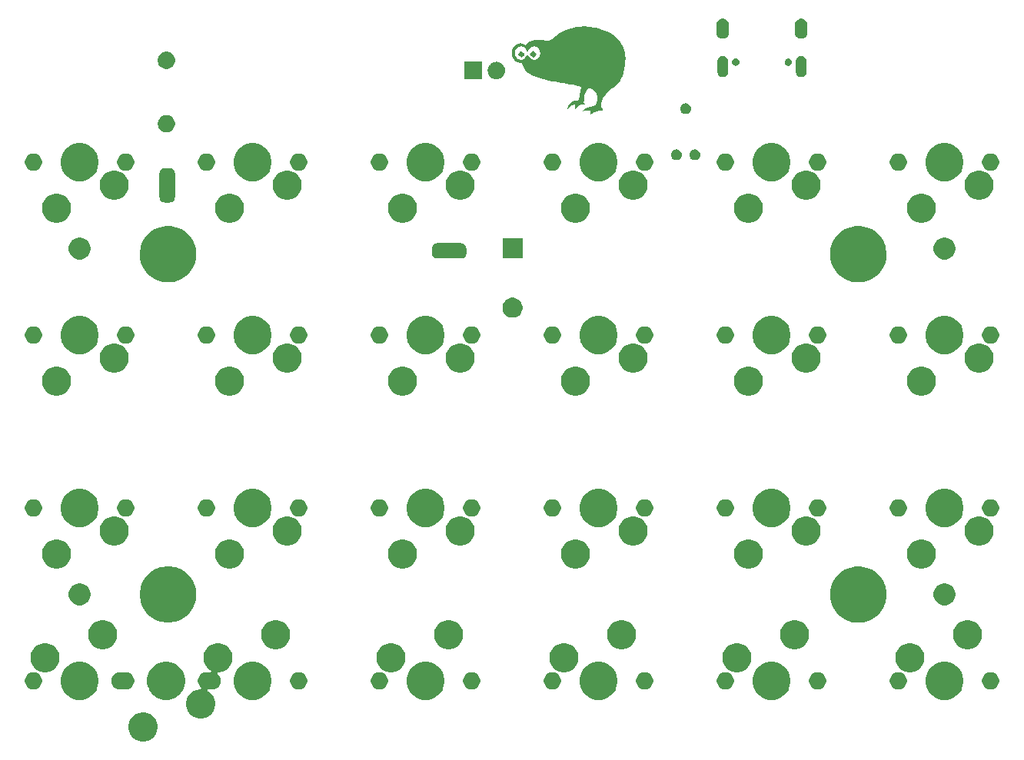
<source format=gbr>
G04 #@! TF.GenerationSoftware,KiCad,Pcbnew,(5.1.2)-2*
G04 #@! TF.CreationDate,2019-10-07T16:49:04+02:00*
G04 #@! TF.ProjectId,vitamins_included,76697461-6d69-46e7-935f-696e636c7564,rev?*
G04 #@! TF.SameCoordinates,Original*
G04 #@! TF.FileFunction,Soldermask,Top*
G04 #@! TF.FilePolarity,Negative*
%FSLAX46Y46*%
G04 Gerber Fmt 4.6, Leading zero omitted, Abs format (unit mm)*
G04 Created by KiCad (PCBNEW (5.1.2)-2) date 2019-10-07 16:49:04*
%MOMM*%
%LPD*%
G04 APERTURE LIST*
%ADD10C,0.400000*%
%ADD11C,0.100000*%
G04 APERTURE END LIST*
D10*
X59600333Y-4970000D02*
G75*
G03X59600333Y-4970000I-150333J0D01*
G01*
D11*
G36*
X64729619Y-8520470D02*
G01*
X64491632Y-10014492D01*
X64249212Y-10048731D01*
X63998534Y-10105245D01*
X63757826Y-10191341D01*
X63545316Y-10314325D01*
X63379229Y-10481503D01*
X63277793Y-10700183D01*
X63259234Y-10977669D01*
X63471087Y-10747948D01*
X63737690Y-10620945D01*
X64042103Y-10543350D01*
X64029366Y-10812552D01*
X64037290Y-11081557D01*
X64230784Y-10807771D01*
X64464576Y-10620902D01*
X64729617Y-10530129D01*
X64983190Y-10521584D01*
X65146267Y-10469639D01*
X65108737Y-10368508D01*
X65033711Y-10265699D01*
X65041362Y-10104471D01*
X65068478Y-9866118D01*
X65121302Y-9581490D01*
X65206078Y-9281436D01*
X65329049Y-8996808D01*
X65496460Y-8758454D01*
X65562629Y-8755639D01*
X65730529Y-8766779D01*
X65954253Y-8821257D01*
X66187893Y-8948452D01*
X66385541Y-9177746D01*
X66501290Y-9538520D01*
X66528972Y-10060354D01*
X66464930Y-10361555D01*
X66356266Y-10509057D01*
X66250082Y-10569793D01*
X66013664Y-10655098D01*
X65739888Y-10728115D01*
X65455784Y-10807254D01*
X65188384Y-10910926D01*
X64964717Y-11057544D01*
X64811814Y-11265517D01*
X65069128Y-11210700D01*
X65328733Y-11174029D01*
X65590285Y-11151302D01*
X65853439Y-11138316D01*
X65790708Y-11375518D01*
X65748195Y-11616695D01*
X65925569Y-11516745D01*
X66166059Y-11384117D01*
X66448692Y-11261404D01*
X66752496Y-11191202D01*
X67029914Y-11189512D01*
X67205909Y-11133999D01*
X67110635Y-11003928D01*
X66964041Y-10715230D01*
X66956450Y-10456922D01*
X66991462Y-10195676D01*
X67076422Y-9928554D01*
X67218675Y-9652618D01*
X67425566Y-9364929D01*
X67704441Y-9062549D01*
X67884013Y-8901601D01*
X68073666Y-8752434D01*
X68269045Y-8607141D01*
X68465797Y-8457815D01*
X68659569Y-8296549D01*
X68846005Y-8115435D01*
X69020753Y-7906567D01*
X69179458Y-7662037D01*
X69317766Y-7373938D01*
X69431324Y-7034363D01*
X69515778Y-6635405D01*
X69572616Y-6213503D01*
X69604401Y-5822812D01*
X69611689Y-5461187D01*
X69595038Y-5126483D01*
X69555006Y-4816556D01*
X69492149Y-4529259D01*
X69407026Y-4262450D01*
X69300193Y-4013982D01*
X69172209Y-3781711D01*
X69023630Y-3563492D01*
X68855014Y-3357180D01*
X68666919Y-3160631D01*
X68452274Y-2974674D01*
X68207664Y-2802290D01*
X67938414Y-2643863D01*
X67649847Y-2499779D01*
X67347290Y-2370424D01*
X67036066Y-2256184D01*
X66721501Y-2157445D01*
X66408919Y-2074591D01*
X66103645Y-2008008D01*
X65811004Y-1958083D01*
X65536320Y-1925201D01*
X65284918Y-1909748D01*
X64978449Y-1906157D01*
X64690043Y-1914318D01*
X64414261Y-1936191D01*
X64145660Y-1973734D01*
X63878801Y-2028905D01*
X63608243Y-2103663D01*
X63328543Y-2199967D01*
X63034262Y-2319776D01*
X62719958Y-2465049D01*
X62390971Y-2646999D01*
X62125819Y-2829878D01*
X61906529Y-3004701D01*
X61715128Y-3162480D01*
X61533643Y-3294230D01*
X61344101Y-3390963D01*
X61128530Y-3443694D01*
X60868955Y-3443435D01*
X60489630Y-3396666D01*
X60145607Y-3374731D01*
X59835386Y-3378777D01*
X59557466Y-3409952D01*
X59310346Y-3469404D01*
X59092525Y-3558280D01*
X58902504Y-3677729D01*
X58738780Y-3828898D01*
X58599855Y-4012936D01*
X58840000Y-4420000D01*
X59210000Y-4110000D01*
X59900000Y-4000000D01*
X60450000Y-4750000D01*
X60080000Y-5620000D01*
X59280000Y-5660000D01*
X58810000Y-5240000D01*
X58211660Y-5710171D01*
X58229778Y-5937343D01*
X58277524Y-6148608D01*
X58353404Y-6344738D01*
X58455924Y-6526505D01*
X58583590Y-6694682D01*
X58734907Y-6850043D01*
X58908380Y-6993359D01*
X59102517Y-7125404D01*
X59315822Y-7246950D01*
X59546800Y-7358770D01*
X59793959Y-7461637D01*
X60055803Y-7556324D01*
X60330839Y-7643603D01*
X60617571Y-7724248D01*
X60914507Y-7799030D01*
X61220150Y-7868723D01*
X61533008Y-7934100D01*
X61851585Y-7995933D01*
X62174388Y-8054995D01*
X62499923Y-8112059D01*
X62826694Y-8167897D01*
X63153208Y-8223283D01*
X63477971Y-8278989D01*
X63799487Y-8335788D01*
X64116263Y-8394453D01*
X64426805Y-8455756D01*
X64729619Y-8520470D01*
X64729619Y-8520470D01*
G37*
G36*
X59629789Y-5916520D02*
G01*
X59199792Y-5570753D01*
X59399350Y-5687358D01*
X59622950Y-5730373D01*
X59629789Y-5730373D01*
X59866072Y-5686043D01*
X60072185Y-5562539D01*
X60235705Y-5374090D01*
X60344209Y-5134923D01*
X60385276Y-4859267D01*
X60349659Y-4581412D01*
X60245137Y-4339061D01*
X60084050Y-4146946D01*
X59878739Y-4019797D01*
X59641546Y-3972344D01*
X59634922Y-3972344D01*
X59412384Y-4012199D01*
X59212405Y-4124803D01*
X59048332Y-4299720D01*
X58933507Y-4526510D01*
X58845458Y-4589128D01*
X58756761Y-4524587D01*
X58645710Y-4293990D01*
X58483710Y-4115026D01*
X58284162Y-3998615D01*
X58060470Y-3955676D01*
X58053631Y-3955676D01*
X57817348Y-4000005D01*
X57611236Y-4123509D01*
X57447716Y-4311958D01*
X57339211Y-4551125D01*
X57298144Y-4826781D01*
X57333761Y-5104616D01*
X57438283Y-5346925D01*
X57599371Y-5539009D01*
X57804682Y-5666169D01*
X58041875Y-5713704D01*
X58048286Y-5713704D01*
X58270858Y-5673776D01*
X58470910Y-5560978D01*
X58635057Y-5385787D01*
X58749917Y-5158683D01*
X58837971Y-5096061D01*
X58838826Y-5096061D01*
X58926663Y-5160606D01*
X59037742Y-5391516D01*
X59199792Y-5570753D01*
X59629789Y-5916520D01*
X59620811Y-5916304D01*
X59385785Y-5879356D01*
X59170193Y-5778753D01*
X58983612Y-5622169D01*
X58835620Y-5417278D01*
X58684887Y-5617463D01*
X58497068Y-5769481D01*
X58281640Y-5866040D01*
X58048079Y-5899847D01*
X58039956Y-5899635D01*
X57791001Y-5858847D01*
X57567905Y-5748926D01*
X57379574Y-5580210D01*
X57234912Y-5363034D01*
X57142825Y-5107733D01*
X57112217Y-4824642D01*
X57148424Y-4543752D01*
X57244870Y-4291595D01*
X57392585Y-4078132D01*
X57582598Y-3913326D01*
X57805938Y-3807138D01*
X58053635Y-3769528D01*
X58062614Y-3769740D01*
X58297641Y-3806648D01*
X58513234Y-3907132D01*
X58699814Y-4063516D01*
X58847804Y-4268126D01*
X58998531Y-4068222D01*
X59186303Y-3916404D01*
X59401606Y-3819964D01*
X59634922Y-3786197D01*
X59643684Y-3786408D01*
X59892550Y-3827109D01*
X60115586Y-3936976D01*
X60303880Y-4105673D01*
X60448523Y-4322867D01*
X60540604Y-4578222D01*
X60571212Y-4861402D01*
X60534988Y-5142278D01*
X60438508Y-5394402D01*
X60290761Y-5607833D01*
X60100733Y-5772625D01*
X59877413Y-5878835D01*
X59629789Y-5916520D01*
X59629789Y-5916520D01*
G37*
G36*
X59555511Y-5767910D02*
G01*
X59058985Y-5372260D01*
X59280932Y-5543442D01*
X59549258Y-5607446D01*
X59555511Y-5607446D01*
X59821705Y-5548536D01*
X60040359Y-5387776D01*
X60189286Y-5149121D01*
X60246302Y-4856528D01*
X60195308Y-4561415D01*
X60050277Y-4319084D01*
X59833248Y-4154337D01*
X59566261Y-4091975D01*
X59560205Y-4091975D01*
X59292878Y-4152163D01*
X59069454Y-4318508D01*
X58918856Y-4569681D01*
X58838347Y-4623660D01*
X58757245Y-4568024D01*
X58610900Y-4312409D01*
X58388995Y-4141499D01*
X58120582Y-4077606D01*
X58114328Y-4077606D01*
X57848134Y-4136516D01*
X57629481Y-4297276D01*
X57480553Y-4535930D01*
X57423537Y-4828524D01*
X57474531Y-5123611D01*
X57619562Y-5365898D01*
X57836591Y-5530636D01*
X58103578Y-5593077D01*
X58109441Y-5593077D01*
X58376818Y-5532779D01*
X58600337Y-5366161D01*
X58750988Y-5114633D01*
X58831500Y-5060650D01*
X58832283Y-5060650D01*
X58912598Y-5116290D01*
X59058985Y-5372260D01*
X59555511Y-5767910D01*
X59547302Y-5767724D01*
X59264285Y-5712736D01*
X59018049Y-5564118D01*
X58829351Y-5337549D01*
X58637621Y-5558719D01*
X58390741Y-5702349D01*
X58109251Y-5753537D01*
X58101824Y-5753355D01*
X57831238Y-5703725D01*
X57597046Y-5570847D01*
X57413317Y-5370116D01*
X57294123Y-5116929D01*
X57253532Y-4826680D01*
X57300132Y-4538815D01*
X57423686Y-4289090D01*
X57610019Y-4092344D01*
X57844959Y-3963415D01*
X58114332Y-3917142D01*
X58122541Y-3917324D01*
X58405559Y-3972251D01*
X58651796Y-4120686D01*
X58840492Y-4346948D01*
X59032208Y-4126084D01*
X59278987Y-3982638D01*
X59560205Y-3931510D01*
X59568216Y-3931693D01*
X59838708Y-3981235D01*
X60072842Y-4114068D01*
X60256541Y-4314798D01*
X60375725Y-4568030D01*
X60416315Y-4858368D01*
X60369694Y-5146216D01*
X60246103Y-5395905D01*
X60059741Y-5592626D01*
X59824810Y-5721564D01*
X59555511Y-5767910D01*
X59555511Y-5767910D01*
G37*
D10*
X58300333Y-4980000D02*
G75*
G03X58300333Y-4980000I-150333J0D01*
G01*
D11*
G36*
X16951703Y-77541486D02*
G01*
X17242883Y-77662097D01*
X17504940Y-77837198D01*
X17727802Y-78060060D01*
X17902903Y-78322117D01*
X18023514Y-78613297D01*
X18085000Y-78922412D01*
X18085000Y-79237588D01*
X18023514Y-79546703D01*
X17902903Y-79837883D01*
X17727802Y-80099940D01*
X17504940Y-80322802D01*
X17242883Y-80497903D01*
X16951703Y-80618514D01*
X16642588Y-80680000D01*
X16327412Y-80680000D01*
X16018297Y-80618514D01*
X15727117Y-80497903D01*
X15465060Y-80322802D01*
X15242198Y-80099940D01*
X15067097Y-79837883D01*
X14946486Y-79546703D01*
X14885000Y-79237588D01*
X14885000Y-78922412D01*
X14946486Y-78613297D01*
X15067097Y-78322117D01*
X15242198Y-78060060D01*
X15465060Y-77837198D01*
X15727117Y-77662097D01*
X16018297Y-77541486D01*
X16327412Y-77480000D01*
X16642588Y-77480000D01*
X16951703Y-77541486D01*
X16951703Y-77541486D01*
G37*
G36*
X25206703Y-69921486D02*
G01*
X25497883Y-70042097D01*
X25759940Y-70217198D01*
X25982802Y-70440060D01*
X26157903Y-70702117D01*
X26278514Y-70993297D01*
X26340000Y-71302412D01*
X26340000Y-71617588D01*
X26278514Y-71926703D01*
X26157903Y-72217883D01*
X25982802Y-72479940D01*
X25759940Y-72702802D01*
X25497883Y-72877903D01*
X25206703Y-72998514D01*
X24897588Y-73060000D01*
X24810277Y-73060000D01*
X24785891Y-73062402D01*
X24762442Y-73069515D01*
X24740831Y-73081066D01*
X24721889Y-73096611D01*
X24706344Y-73115553D01*
X24694793Y-73137164D01*
X24687680Y-73160613D01*
X24685278Y-73184999D01*
X24687680Y-73209385D01*
X24694793Y-73232834D01*
X24706344Y-73254445D01*
X24721884Y-73273381D01*
X24842913Y-73394410D01*
X24946879Y-73550006D01*
X25018492Y-73722895D01*
X25055000Y-73906433D01*
X25055000Y-74093567D01*
X25018492Y-74277105D01*
X24946879Y-74449994D01*
X24842913Y-74605590D01*
X24710590Y-74737913D01*
X24554994Y-74841879D01*
X24382105Y-74913492D01*
X24354746Y-74918934D01*
X24198568Y-74950000D01*
X24011432Y-74950000D01*
X23945217Y-74936829D01*
X23827895Y-74913492D01*
X23827893Y-74913491D01*
X23820009Y-74911923D01*
X23811899Y-74909462D01*
X23787513Y-74907058D01*
X23763127Y-74909457D01*
X23755009Y-74911920D01*
X23730909Y-74916714D01*
X23683654Y-74926113D01*
X23660209Y-74933225D01*
X23638599Y-74944776D01*
X23619657Y-74960321D01*
X23604111Y-74979263D01*
X23592560Y-75000874D01*
X23585447Y-75024322D01*
X23583045Y-75048709D01*
X23585447Y-75073095D01*
X23592560Y-75096544D01*
X23604111Y-75118154D01*
X23619656Y-75137096D01*
X23638598Y-75152642D01*
X23854939Y-75297197D01*
X24077802Y-75520060D01*
X24252903Y-75782117D01*
X24373514Y-76073297D01*
X24435000Y-76382412D01*
X24435000Y-76697588D01*
X24373514Y-77006703D01*
X24252903Y-77297883D01*
X24077802Y-77559940D01*
X23854940Y-77782802D01*
X23592883Y-77957903D01*
X23301703Y-78078514D01*
X22992588Y-78140000D01*
X22677412Y-78140000D01*
X22368297Y-78078514D01*
X22077117Y-77957903D01*
X21815060Y-77782802D01*
X21592198Y-77559940D01*
X21417097Y-77297883D01*
X21296486Y-77006703D01*
X21235000Y-76697588D01*
X21235000Y-76382412D01*
X21296486Y-76073297D01*
X21417097Y-75782117D01*
X21592198Y-75520060D01*
X21815060Y-75297198D01*
X22077117Y-75122097D01*
X22368297Y-75001486D01*
X22677412Y-74940000D01*
X22764723Y-74940000D01*
X22789109Y-74937598D01*
X22812558Y-74930485D01*
X22834169Y-74918934D01*
X22853111Y-74903389D01*
X22868656Y-74884447D01*
X22880207Y-74862836D01*
X22887320Y-74839387D01*
X22889722Y-74815001D01*
X22887320Y-74790615D01*
X22880207Y-74767166D01*
X22868656Y-74745555D01*
X22853116Y-74726619D01*
X22732087Y-74605590D01*
X22628121Y-74449994D01*
X22556508Y-74277105D01*
X22520000Y-74093567D01*
X22520000Y-73906433D01*
X22556508Y-73722895D01*
X22628121Y-73550006D01*
X22732087Y-73394410D01*
X22864410Y-73262087D01*
X23020006Y-73158121D01*
X23192895Y-73086508D01*
X23314084Y-73062402D01*
X23376432Y-73050000D01*
X23563568Y-73050000D01*
X23625916Y-73062402D01*
X23747105Y-73086508D01*
X23747107Y-73086509D01*
X23754991Y-73088077D01*
X23763101Y-73090538D01*
X23787487Y-73092942D01*
X23811873Y-73090543D01*
X23819991Y-73088080D01*
X23855254Y-73081066D01*
X23891346Y-73073887D01*
X23914791Y-73066775D01*
X23936401Y-73055224D01*
X23955343Y-73039679D01*
X23970889Y-73020737D01*
X23982440Y-72999126D01*
X23989553Y-72975678D01*
X23991955Y-72951291D01*
X23989553Y-72926905D01*
X23982440Y-72903456D01*
X23970889Y-72881846D01*
X23955344Y-72862904D01*
X23936402Y-72847358D01*
X23720061Y-72702803D01*
X23497198Y-72479940D01*
X23322097Y-72217883D01*
X23201486Y-71926703D01*
X23140000Y-71617588D01*
X23140000Y-71302412D01*
X23201486Y-70993297D01*
X23322097Y-70702117D01*
X23497198Y-70440060D01*
X23720060Y-70217198D01*
X23982117Y-70042097D01*
X24273297Y-69921486D01*
X24582412Y-69860000D01*
X24897588Y-69860000D01*
X25206703Y-69921486D01*
X25206703Y-69921486D01*
G37*
G36*
X19637546Y-71980701D02*
G01*
X20019721Y-72139003D01*
X20019723Y-72139004D01*
X20363672Y-72368823D01*
X20656177Y-72661328D01*
X20881476Y-72998513D01*
X20885997Y-73005279D01*
X21044299Y-73387454D01*
X21125000Y-73793167D01*
X21125000Y-74206833D01*
X21044299Y-74612546D01*
X20931674Y-74884447D01*
X20885996Y-74994723D01*
X20656177Y-75338672D01*
X20363672Y-75631177D01*
X20019723Y-75860996D01*
X20019722Y-75860997D01*
X20019721Y-75860997D01*
X19637546Y-76019299D01*
X19231833Y-76100000D01*
X18818167Y-76100000D01*
X18412454Y-76019299D01*
X18030279Y-75860997D01*
X18030278Y-75860997D01*
X18030277Y-75860996D01*
X17686328Y-75631177D01*
X17393823Y-75338672D01*
X17164004Y-74994723D01*
X17118326Y-74884447D01*
X17005701Y-74612546D01*
X16925000Y-74206833D01*
X16925000Y-73793167D01*
X17005701Y-73387454D01*
X17164003Y-73005279D01*
X17168524Y-72998513D01*
X17393823Y-72661328D01*
X17686328Y-72368823D01*
X18030277Y-72139004D01*
X18030279Y-72139003D01*
X18412454Y-71980701D01*
X18818167Y-71900000D01*
X19231833Y-71900000D01*
X19637546Y-71980701D01*
X19637546Y-71980701D01*
G37*
G36*
X105362546Y-71980701D02*
G01*
X105744721Y-72139003D01*
X105744723Y-72139004D01*
X106088672Y-72368823D01*
X106381177Y-72661328D01*
X106606476Y-72998513D01*
X106610997Y-73005279D01*
X106769299Y-73387454D01*
X106850000Y-73793167D01*
X106850000Y-74206833D01*
X106769299Y-74612546D01*
X106656674Y-74884447D01*
X106610996Y-74994723D01*
X106381177Y-75338672D01*
X106088672Y-75631177D01*
X105744723Y-75860996D01*
X105744722Y-75860997D01*
X105744721Y-75860997D01*
X105362546Y-76019299D01*
X104956833Y-76100000D01*
X104543167Y-76100000D01*
X104137454Y-76019299D01*
X103755279Y-75860997D01*
X103755278Y-75860997D01*
X103755277Y-75860996D01*
X103411328Y-75631177D01*
X103118823Y-75338672D01*
X102889004Y-74994723D01*
X102843326Y-74884447D01*
X102730701Y-74612546D01*
X102650000Y-74206833D01*
X102650000Y-73793167D01*
X102730701Y-73387454D01*
X102889003Y-73005279D01*
X102893524Y-72998513D01*
X103118823Y-72661328D01*
X103411328Y-72368823D01*
X103755277Y-72139004D01*
X103755279Y-72139003D01*
X104137454Y-71980701D01*
X104543167Y-71900000D01*
X104956833Y-71900000D01*
X105362546Y-71980701D01*
X105362546Y-71980701D01*
G37*
G36*
X67262546Y-71980701D02*
G01*
X67644721Y-72139003D01*
X67644723Y-72139004D01*
X67988672Y-72368823D01*
X68281177Y-72661328D01*
X68506476Y-72998513D01*
X68510997Y-73005279D01*
X68669299Y-73387454D01*
X68750000Y-73793167D01*
X68750000Y-74206833D01*
X68669299Y-74612546D01*
X68556674Y-74884447D01*
X68510996Y-74994723D01*
X68281177Y-75338672D01*
X67988672Y-75631177D01*
X67644723Y-75860996D01*
X67644722Y-75860997D01*
X67644721Y-75860997D01*
X67262546Y-76019299D01*
X66856833Y-76100000D01*
X66443167Y-76100000D01*
X66037454Y-76019299D01*
X65655279Y-75860997D01*
X65655278Y-75860997D01*
X65655277Y-75860996D01*
X65311328Y-75631177D01*
X65018823Y-75338672D01*
X64789004Y-74994723D01*
X64743326Y-74884447D01*
X64630701Y-74612546D01*
X64550000Y-74206833D01*
X64550000Y-73793167D01*
X64630701Y-73387454D01*
X64789003Y-73005279D01*
X64793524Y-72998513D01*
X65018823Y-72661328D01*
X65311328Y-72368823D01*
X65655277Y-72139004D01*
X65655279Y-72139003D01*
X66037454Y-71980701D01*
X66443167Y-71900000D01*
X66856833Y-71900000D01*
X67262546Y-71980701D01*
X67262546Y-71980701D01*
G37*
G36*
X10112546Y-71980701D02*
G01*
X10494721Y-72139003D01*
X10494723Y-72139004D01*
X10838672Y-72368823D01*
X11131177Y-72661328D01*
X11356476Y-72998513D01*
X11360997Y-73005279D01*
X11519299Y-73387454D01*
X11600000Y-73793167D01*
X11600000Y-74206833D01*
X11519299Y-74612546D01*
X11406674Y-74884447D01*
X11360996Y-74994723D01*
X11131177Y-75338672D01*
X10838672Y-75631177D01*
X10494723Y-75860996D01*
X10494722Y-75860997D01*
X10494721Y-75860997D01*
X10112546Y-76019299D01*
X9706833Y-76100000D01*
X9293167Y-76100000D01*
X8887454Y-76019299D01*
X8505279Y-75860997D01*
X8505278Y-75860997D01*
X8505277Y-75860996D01*
X8161328Y-75631177D01*
X7868823Y-75338672D01*
X7639004Y-74994723D01*
X7593326Y-74884447D01*
X7480701Y-74612546D01*
X7400000Y-74206833D01*
X7400000Y-73793167D01*
X7480701Y-73387454D01*
X7639003Y-73005279D01*
X7643524Y-72998513D01*
X7868823Y-72661328D01*
X8161328Y-72368823D01*
X8505277Y-72139004D01*
X8505279Y-72139003D01*
X8887454Y-71980701D01*
X9293167Y-71900000D01*
X9706833Y-71900000D01*
X10112546Y-71980701D01*
X10112546Y-71980701D01*
G37*
G36*
X29162546Y-71980701D02*
G01*
X29544721Y-72139003D01*
X29544723Y-72139004D01*
X29888672Y-72368823D01*
X30181177Y-72661328D01*
X30406476Y-72998513D01*
X30410997Y-73005279D01*
X30569299Y-73387454D01*
X30650000Y-73793167D01*
X30650000Y-74206833D01*
X30569299Y-74612546D01*
X30456674Y-74884447D01*
X30410996Y-74994723D01*
X30181177Y-75338672D01*
X29888672Y-75631177D01*
X29544723Y-75860996D01*
X29544722Y-75860997D01*
X29544721Y-75860997D01*
X29162546Y-76019299D01*
X28756833Y-76100000D01*
X28343167Y-76100000D01*
X27937454Y-76019299D01*
X27555279Y-75860997D01*
X27555278Y-75860997D01*
X27555277Y-75860996D01*
X27211328Y-75631177D01*
X26918823Y-75338672D01*
X26689004Y-74994723D01*
X26643326Y-74884447D01*
X26530701Y-74612546D01*
X26450000Y-74206833D01*
X26450000Y-73793167D01*
X26530701Y-73387454D01*
X26689003Y-73005279D01*
X26693524Y-72998513D01*
X26918823Y-72661328D01*
X27211328Y-72368823D01*
X27555277Y-72139004D01*
X27555279Y-72139003D01*
X27937454Y-71980701D01*
X28343167Y-71900000D01*
X28756833Y-71900000D01*
X29162546Y-71980701D01*
X29162546Y-71980701D01*
G37*
G36*
X86312546Y-71980701D02*
G01*
X86694721Y-72139003D01*
X86694723Y-72139004D01*
X87038672Y-72368823D01*
X87331177Y-72661328D01*
X87556476Y-72998513D01*
X87560997Y-73005279D01*
X87719299Y-73387454D01*
X87800000Y-73793167D01*
X87800000Y-74206833D01*
X87719299Y-74612546D01*
X87606674Y-74884447D01*
X87560996Y-74994723D01*
X87331177Y-75338672D01*
X87038672Y-75631177D01*
X86694723Y-75860996D01*
X86694722Y-75860997D01*
X86694721Y-75860997D01*
X86312546Y-76019299D01*
X85906833Y-76100000D01*
X85493167Y-76100000D01*
X85087454Y-76019299D01*
X84705279Y-75860997D01*
X84705278Y-75860997D01*
X84705277Y-75860996D01*
X84361328Y-75631177D01*
X84068823Y-75338672D01*
X83839004Y-74994723D01*
X83793326Y-74884447D01*
X83680701Y-74612546D01*
X83600000Y-74206833D01*
X83600000Y-73793167D01*
X83680701Y-73387454D01*
X83839003Y-73005279D01*
X83843524Y-72998513D01*
X84068823Y-72661328D01*
X84361328Y-72368823D01*
X84705277Y-72139004D01*
X84705279Y-72139003D01*
X85087454Y-71980701D01*
X85493167Y-71900000D01*
X85906833Y-71900000D01*
X86312546Y-71980701D01*
X86312546Y-71980701D01*
G37*
G36*
X48212546Y-71980701D02*
G01*
X48594721Y-72139003D01*
X48594723Y-72139004D01*
X48938672Y-72368823D01*
X49231177Y-72661328D01*
X49456476Y-72998513D01*
X49460997Y-73005279D01*
X49619299Y-73387454D01*
X49700000Y-73793167D01*
X49700000Y-74206833D01*
X49619299Y-74612546D01*
X49506674Y-74884447D01*
X49460996Y-74994723D01*
X49231177Y-75338672D01*
X48938672Y-75631177D01*
X48594723Y-75860996D01*
X48594722Y-75860997D01*
X48594721Y-75860997D01*
X48212546Y-76019299D01*
X47806833Y-76100000D01*
X47393167Y-76100000D01*
X46987454Y-76019299D01*
X46605279Y-75860997D01*
X46605278Y-75860997D01*
X46605277Y-75860996D01*
X46261328Y-75631177D01*
X45968823Y-75338672D01*
X45739004Y-74994723D01*
X45693326Y-74884447D01*
X45580701Y-74612546D01*
X45500000Y-74206833D01*
X45500000Y-73793167D01*
X45580701Y-73387454D01*
X45739003Y-73005279D01*
X45743524Y-72998513D01*
X45968823Y-72661328D01*
X46261328Y-72368823D01*
X46605277Y-72139004D01*
X46605279Y-72139003D01*
X46987454Y-71980701D01*
X47393167Y-71900000D01*
X47806833Y-71900000D01*
X48212546Y-71980701D01*
X48212546Y-71980701D01*
G37*
G36*
X90935916Y-73062402D02*
G01*
X91057105Y-73086508D01*
X91229994Y-73158121D01*
X91385590Y-73262087D01*
X91517913Y-73394410D01*
X91621879Y-73550006D01*
X91693492Y-73722895D01*
X91730000Y-73906433D01*
X91730000Y-74093567D01*
X91693492Y-74277105D01*
X91621879Y-74449994D01*
X91517913Y-74605590D01*
X91385590Y-74737913D01*
X91229994Y-74841879D01*
X91057105Y-74913492D01*
X91029746Y-74918934D01*
X90873568Y-74950000D01*
X90686432Y-74950000D01*
X90530254Y-74918934D01*
X90502895Y-74913492D01*
X90330006Y-74841879D01*
X90174410Y-74737913D01*
X90042087Y-74605590D01*
X89938121Y-74449994D01*
X89866508Y-74277105D01*
X89830000Y-74093567D01*
X89830000Y-73906433D01*
X89866508Y-73722895D01*
X89938121Y-73550006D01*
X90042087Y-73394410D01*
X90174410Y-73262087D01*
X90330006Y-73158121D01*
X90502895Y-73086508D01*
X90624084Y-73062402D01*
X90686432Y-73050000D01*
X90873568Y-73050000D01*
X90935916Y-73062402D01*
X90935916Y-73062402D01*
G37*
G36*
X80775916Y-73062402D02*
G01*
X80897105Y-73086508D01*
X81069994Y-73158121D01*
X81225590Y-73262087D01*
X81357913Y-73394410D01*
X81461879Y-73550006D01*
X81533492Y-73722895D01*
X81570000Y-73906433D01*
X81570000Y-74093567D01*
X81533492Y-74277105D01*
X81461879Y-74449994D01*
X81357913Y-74605590D01*
X81225590Y-74737913D01*
X81069994Y-74841879D01*
X80897105Y-74913492D01*
X80869746Y-74918934D01*
X80713568Y-74950000D01*
X80526432Y-74950000D01*
X80370254Y-74918934D01*
X80342895Y-74913492D01*
X80170006Y-74841879D01*
X80014410Y-74737913D01*
X79882087Y-74605590D01*
X79778121Y-74449994D01*
X79706508Y-74277105D01*
X79670000Y-74093567D01*
X79670000Y-73906433D01*
X79706508Y-73722895D01*
X79778121Y-73550006D01*
X79882087Y-73394410D01*
X80014410Y-73262087D01*
X80170006Y-73158121D01*
X80342895Y-73086508D01*
X80464084Y-73062402D01*
X80526432Y-73050000D01*
X80713568Y-73050000D01*
X80775916Y-73062402D01*
X80775916Y-73062402D01*
G37*
G36*
X33785916Y-73062402D02*
G01*
X33907105Y-73086508D01*
X34079994Y-73158121D01*
X34235590Y-73262087D01*
X34367913Y-73394410D01*
X34471879Y-73550006D01*
X34543492Y-73722895D01*
X34580000Y-73906433D01*
X34580000Y-74093567D01*
X34543492Y-74277105D01*
X34471879Y-74449994D01*
X34367913Y-74605590D01*
X34235590Y-74737913D01*
X34079994Y-74841879D01*
X33907105Y-74913492D01*
X33879746Y-74918934D01*
X33723568Y-74950000D01*
X33536432Y-74950000D01*
X33380254Y-74918934D01*
X33352895Y-74913492D01*
X33180006Y-74841879D01*
X33024410Y-74737913D01*
X32892087Y-74605590D01*
X32788121Y-74449994D01*
X32716508Y-74277105D01*
X32680000Y-74093567D01*
X32680000Y-73906433D01*
X32716508Y-73722895D01*
X32788121Y-73550006D01*
X32892087Y-73394410D01*
X33024410Y-73262087D01*
X33180006Y-73158121D01*
X33352895Y-73086508D01*
X33474084Y-73062402D01*
X33536432Y-73050000D01*
X33723568Y-73050000D01*
X33785916Y-73062402D01*
X33785916Y-73062402D01*
G37*
G36*
X4575916Y-73062402D02*
G01*
X4697105Y-73086508D01*
X4869994Y-73158121D01*
X5025590Y-73262087D01*
X5157913Y-73394410D01*
X5261879Y-73550006D01*
X5333492Y-73722895D01*
X5370000Y-73906433D01*
X5370000Y-74093567D01*
X5333492Y-74277105D01*
X5261879Y-74449994D01*
X5157913Y-74605590D01*
X5025590Y-74737913D01*
X4869994Y-74841879D01*
X4697105Y-74913492D01*
X4669746Y-74918934D01*
X4513568Y-74950000D01*
X4326432Y-74950000D01*
X4170254Y-74918934D01*
X4142895Y-74913492D01*
X3970006Y-74841879D01*
X3814410Y-74737913D01*
X3682087Y-74605590D01*
X3578121Y-74449994D01*
X3506508Y-74277105D01*
X3470000Y-74093567D01*
X3470000Y-73906433D01*
X3506508Y-73722895D01*
X3578121Y-73550006D01*
X3682087Y-73394410D01*
X3814410Y-73262087D01*
X3970006Y-73158121D01*
X4142895Y-73086508D01*
X4264084Y-73062402D01*
X4326432Y-73050000D01*
X4513568Y-73050000D01*
X4575916Y-73062402D01*
X4575916Y-73062402D01*
G37*
G36*
X71885916Y-73062402D02*
G01*
X72007105Y-73086508D01*
X72179994Y-73158121D01*
X72335590Y-73262087D01*
X72467913Y-73394410D01*
X72571879Y-73550006D01*
X72643492Y-73722895D01*
X72680000Y-73906433D01*
X72680000Y-74093567D01*
X72643492Y-74277105D01*
X72571879Y-74449994D01*
X72467913Y-74605590D01*
X72335590Y-74737913D01*
X72179994Y-74841879D01*
X72007105Y-74913492D01*
X71979746Y-74918934D01*
X71823568Y-74950000D01*
X71636432Y-74950000D01*
X71480254Y-74918934D01*
X71452895Y-74913492D01*
X71280006Y-74841879D01*
X71124410Y-74737913D01*
X70992087Y-74605590D01*
X70888121Y-74449994D01*
X70816508Y-74277105D01*
X70780000Y-74093567D01*
X70780000Y-73906433D01*
X70816508Y-73722895D01*
X70888121Y-73550006D01*
X70992087Y-73394410D01*
X71124410Y-73262087D01*
X71280006Y-73158121D01*
X71452895Y-73086508D01*
X71574084Y-73062402D01*
X71636432Y-73050000D01*
X71823568Y-73050000D01*
X71885916Y-73062402D01*
X71885916Y-73062402D01*
G37*
G36*
X61725916Y-73062402D02*
G01*
X61847105Y-73086508D01*
X62019994Y-73158121D01*
X62175590Y-73262087D01*
X62307913Y-73394410D01*
X62411879Y-73550006D01*
X62483492Y-73722895D01*
X62520000Y-73906433D01*
X62520000Y-74093567D01*
X62483492Y-74277105D01*
X62411879Y-74449994D01*
X62307913Y-74605590D01*
X62175590Y-74737913D01*
X62019994Y-74841879D01*
X61847105Y-74913492D01*
X61819746Y-74918934D01*
X61663568Y-74950000D01*
X61476432Y-74950000D01*
X61320254Y-74918934D01*
X61292895Y-74913492D01*
X61120006Y-74841879D01*
X60964410Y-74737913D01*
X60832087Y-74605590D01*
X60728121Y-74449994D01*
X60656508Y-74277105D01*
X60620000Y-74093567D01*
X60620000Y-73906433D01*
X60656508Y-73722895D01*
X60728121Y-73550006D01*
X60832087Y-73394410D01*
X60964410Y-73262087D01*
X61120006Y-73158121D01*
X61292895Y-73086508D01*
X61414084Y-73062402D01*
X61476432Y-73050000D01*
X61663568Y-73050000D01*
X61725916Y-73062402D01*
X61725916Y-73062402D01*
G37*
G36*
X109985916Y-73062402D02*
G01*
X110107105Y-73086508D01*
X110279994Y-73158121D01*
X110435590Y-73262087D01*
X110567913Y-73394410D01*
X110671879Y-73550006D01*
X110743492Y-73722895D01*
X110780000Y-73906433D01*
X110780000Y-74093567D01*
X110743492Y-74277105D01*
X110671879Y-74449994D01*
X110567913Y-74605590D01*
X110435590Y-74737913D01*
X110279994Y-74841879D01*
X110107105Y-74913492D01*
X110079746Y-74918934D01*
X109923568Y-74950000D01*
X109736432Y-74950000D01*
X109580254Y-74918934D01*
X109552895Y-74913492D01*
X109380006Y-74841879D01*
X109224410Y-74737913D01*
X109092087Y-74605590D01*
X108988121Y-74449994D01*
X108916508Y-74277105D01*
X108880000Y-74093567D01*
X108880000Y-73906433D01*
X108916508Y-73722895D01*
X108988121Y-73550006D01*
X109092087Y-73394410D01*
X109224410Y-73262087D01*
X109380006Y-73158121D01*
X109552895Y-73086508D01*
X109674084Y-73062402D01*
X109736432Y-73050000D01*
X109923568Y-73050000D01*
X109985916Y-73062402D01*
X109985916Y-73062402D01*
G37*
G36*
X52835916Y-73062402D02*
G01*
X52957105Y-73086508D01*
X53129994Y-73158121D01*
X53285590Y-73262087D01*
X53417913Y-73394410D01*
X53521879Y-73550006D01*
X53593492Y-73722895D01*
X53630000Y-73906433D01*
X53630000Y-74093567D01*
X53593492Y-74277105D01*
X53521879Y-74449994D01*
X53417913Y-74605590D01*
X53285590Y-74737913D01*
X53129994Y-74841879D01*
X52957105Y-74913492D01*
X52929746Y-74918934D01*
X52773568Y-74950000D01*
X52586432Y-74950000D01*
X52430254Y-74918934D01*
X52402895Y-74913492D01*
X52230006Y-74841879D01*
X52074410Y-74737913D01*
X51942087Y-74605590D01*
X51838121Y-74449994D01*
X51766508Y-74277105D01*
X51730000Y-74093567D01*
X51730000Y-73906433D01*
X51766508Y-73722895D01*
X51838121Y-73550006D01*
X51942087Y-73394410D01*
X52074410Y-73262087D01*
X52230006Y-73158121D01*
X52402895Y-73086508D01*
X52524084Y-73062402D01*
X52586432Y-73050000D01*
X52773568Y-73050000D01*
X52835916Y-73062402D01*
X52835916Y-73062402D01*
G37*
G36*
X14100916Y-73062402D02*
G01*
X14222105Y-73086508D01*
X14222107Y-73086509D01*
X14229991Y-73088077D01*
X14238101Y-73090538D01*
X14262487Y-73092942D01*
X14286873Y-73090543D01*
X14294991Y-73088080D01*
X14486432Y-73050000D01*
X14673568Y-73050000D01*
X14735916Y-73062402D01*
X14857105Y-73086508D01*
X15029994Y-73158121D01*
X15185590Y-73262087D01*
X15317913Y-73394410D01*
X15421879Y-73550006D01*
X15493492Y-73722895D01*
X15530000Y-73906433D01*
X15530000Y-74093567D01*
X15493492Y-74277105D01*
X15421879Y-74449994D01*
X15317913Y-74605590D01*
X15185590Y-74737913D01*
X15029994Y-74841879D01*
X14857105Y-74913492D01*
X14829746Y-74918934D01*
X14673568Y-74950000D01*
X14486432Y-74950000D01*
X14420217Y-74936829D01*
X14302895Y-74913492D01*
X14302893Y-74913491D01*
X14295009Y-74911923D01*
X14286899Y-74909462D01*
X14262513Y-74907058D01*
X14238127Y-74909457D01*
X14230009Y-74911920D01*
X14038568Y-74950000D01*
X13851432Y-74950000D01*
X13695254Y-74918934D01*
X13667895Y-74913492D01*
X13495006Y-74841879D01*
X13339410Y-74737913D01*
X13207087Y-74605590D01*
X13103121Y-74449994D01*
X13031508Y-74277105D01*
X12995000Y-74093567D01*
X12995000Y-73906433D01*
X13031508Y-73722895D01*
X13103121Y-73550006D01*
X13207087Y-73394410D01*
X13339410Y-73262087D01*
X13495006Y-73158121D01*
X13667895Y-73086508D01*
X13789084Y-73062402D01*
X13851432Y-73050000D01*
X14038568Y-73050000D01*
X14100916Y-73062402D01*
X14100916Y-73062402D01*
G37*
G36*
X42675916Y-73062402D02*
G01*
X42797105Y-73086508D01*
X42969994Y-73158121D01*
X43125590Y-73262087D01*
X43257913Y-73394410D01*
X43361879Y-73550006D01*
X43433492Y-73722895D01*
X43470000Y-73906433D01*
X43470000Y-74093567D01*
X43433492Y-74277105D01*
X43361879Y-74449994D01*
X43257913Y-74605590D01*
X43125590Y-74737913D01*
X42969994Y-74841879D01*
X42797105Y-74913492D01*
X42769746Y-74918934D01*
X42613568Y-74950000D01*
X42426432Y-74950000D01*
X42270254Y-74918934D01*
X42242895Y-74913492D01*
X42070006Y-74841879D01*
X41914410Y-74737913D01*
X41782087Y-74605590D01*
X41678121Y-74449994D01*
X41606508Y-74277105D01*
X41570000Y-74093567D01*
X41570000Y-73906433D01*
X41606508Y-73722895D01*
X41678121Y-73550006D01*
X41782087Y-73394410D01*
X41914410Y-73262087D01*
X42070006Y-73158121D01*
X42242895Y-73086508D01*
X42364084Y-73062402D01*
X42426432Y-73050000D01*
X42613568Y-73050000D01*
X42675916Y-73062402D01*
X42675916Y-73062402D01*
G37*
G36*
X99825916Y-73062402D02*
G01*
X99947105Y-73086508D01*
X100119994Y-73158121D01*
X100275590Y-73262087D01*
X100407913Y-73394410D01*
X100511879Y-73550006D01*
X100583492Y-73722895D01*
X100620000Y-73906433D01*
X100620000Y-74093567D01*
X100583492Y-74277105D01*
X100511879Y-74449994D01*
X100407913Y-74605590D01*
X100275590Y-74737913D01*
X100119994Y-74841879D01*
X99947105Y-74913492D01*
X99919746Y-74918934D01*
X99763568Y-74950000D01*
X99576432Y-74950000D01*
X99420254Y-74918934D01*
X99392895Y-74913492D01*
X99220006Y-74841879D01*
X99064410Y-74737913D01*
X98932087Y-74605590D01*
X98828121Y-74449994D01*
X98756508Y-74277105D01*
X98720000Y-74093567D01*
X98720000Y-73906433D01*
X98756508Y-73722895D01*
X98828121Y-73550006D01*
X98932087Y-73394410D01*
X99064410Y-73262087D01*
X99220006Y-73158121D01*
X99392895Y-73086508D01*
X99514084Y-73062402D01*
X99576432Y-73050000D01*
X99763568Y-73050000D01*
X99825916Y-73062402D01*
X99825916Y-73062402D01*
G37*
G36*
X63306703Y-69921486D02*
G01*
X63597883Y-70042097D01*
X63859940Y-70217198D01*
X64082802Y-70440060D01*
X64257903Y-70702117D01*
X64378514Y-70993297D01*
X64440000Y-71302412D01*
X64440000Y-71617588D01*
X64378514Y-71926703D01*
X64257903Y-72217883D01*
X64082802Y-72479940D01*
X63859940Y-72702802D01*
X63597883Y-72877903D01*
X63306703Y-72998514D01*
X62997588Y-73060000D01*
X62682412Y-73060000D01*
X62373297Y-72998514D01*
X62082117Y-72877903D01*
X61820060Y-72702802D01*
X61597198Y-72479940D01*
X61422097Y-72217883D01*
X61301486Y-71926703D01*
X61240000Y-71617588D01*
X61240000Y-71302412D01*
X61301486Y-70993297D01*
X61422097Y-70702117D01*
X61597198Y-70440060D01*
X61820060Y-70217198D01*
X62082117Y-70042097D01*
X62373297Y-69921486D01*
X62682412Y-69860000D01*
X62997588Y-69860000D01*
X63306703Y-69921486D01*
X63306703Y-69921486D01*
G37*
G36*
X82356703Y-69921486D02*
G01*
X82647883Y-70042097D01*
X82909940Y-70217198D01*
X83132802Y-70440060D01*
X83307903Y-70702117D01*
X83428514Y-70993297D01*
X83490000Y-71302412D01*
X83490000Y-71617588D01*
X83428514Y-71926703D01*
X83307903Y-72217883D01*
X83132802Y-72479940D01*
X82909940Y-72702802D01*
X82647883Y-72877903D01*
X82356703Y-72998514D01*
X82047588Y-73060000D01*
X81732412Y-73060000D01*
X81423297Y-72998514D01*
X81132117Y-72877903D01*
X80870060Y-72702802D01*
X80647198Y-72479940D01*
X80472097Y-72217883D01*
X80351486Y-71926703D01*
X80290000Y-71617588D01*
X80290000Y-71302412D01*
X80351486Y-70993297D01*
X80472097Y-70702117D01*
X80647198Y-70440060D01*
X80870060Y-70217198D01*
X81132117Y-70042097D01*
X81423297Y-69921486D01*
X81732412Y-69860000D01*
X82047588Y-69860000D01*
X82356703Y-69921486D01*
X82356703Y-69921486D01*
G37*
G36*
X6156703Y-69921486D02*
G01*
X6447883Y-70042097D01*
X6709940Y-70217198D01*
X6932802Y-70440060D01*
X7107903Y-70702117D01*
X7228514Y-70993297D01*
X7290000Y-71302412D01*
X7290000Y-71617588D01*
X7228514Y-71926703D01*
X7107903Y-72217883D01*
X6932802Y-72479940D01*
X6709940Y-72702802D01*
X6447883Y-72877903D01*
X6156703Y-72998514D01*
X5847588Y-73060000D01*
X5532412Y-73060000D01*
X5223297Y-72998514D01*
X4932117Y-72877903D01*
X4670060Y-72702802D01*
X4447198Y-72479940D01*
X4272097Y-72217883D01*
X4151486Y-71926703D01*
X4090000Y-71617588D01*
X4090000Y-71302412D01*
X4151486Y-70993297D01*
X4272097Y-70702117D01*
X4447198Y-70440060D01*
X4670060Y-70217198D01*
X4932117Y-70042097D01*
X5223297Y-69921486D01*
X5532412Y-69860000D01*
X5847588Y-69860000D01*
X6156703Y-69921486D01*
X6156703Y-69921486D01*
G37*
G36*
X44256703Y-69921486D02*
G01*
X44547883Y-70042097D01*
X44809940Y-70217198D01*
X45032802Y-70440060D01*
X45207903Y-70702117D01*
X45328514Y-70993297D01*
X45390000Y-71302412D01*
X45390000Y-71617588D01*
X45328514Y-71926703D01*
X45207903Y-72217883D01*
X45032802Y-72479940D01*
X44809940Y-72702802D01*
X44547883Y-72877903D01*
X44256703Y-72998514D01*
X43947588Y-73060000D01*
X43632412Y-73060000D01*
X43323297Y-72998514D01*
X43032117Y-72877903D01*
X42770060Y-72702802D01*
X42547198Y-72479940D01*
X42372097Y-72217883D01*
X42251486Y-71926703D01*
X42190000Y-71617588D01*
X42190000Y-71302412D01*
X42251486Y-70993297D01*
X42372097Y-70702117D01*
X42547198Y-70440060D01*
X42770060Y-70217198D01*
X43032117Y-70042097D01*
X43323297Y-69921486D01*
X43632412Y-69860000D01*
X43947588Y-69860000D01*
X44256703Y-69921486D01*
X44256703Y-69921486D01*
G37*
G36*
X101406703Y-69921486D02*
G01*
X101697883Y-70042097D01*
X101959940Y-70217198D01*
X102182802Y-70440060D01*
X102357903Y-70702117D01*
X102478514Y-70993297D01*
X102540000Y-71302412D01*
X102540000Y-71617588D01*
X102478514Y-71926703D01*
X102357903Y-72217883D01*
X102182802Y-72479940D01*
X101959940Y-72702802D01*
X101697883Y-72877903D01*
X101406703Y-72998514D01*
X101097588Y-73060000D01*
X100782412Y-73060000D01*
X100473297Y-72998514D01*
X100182117Y-72877903D01*
X99920060Y-72702802D01*
X99697198Y-72479940D01*
X99522097Y-72217883D01*
X99401486Y-71926703D01*
X99340000Y-71617588D01*
X99340000Y-71302412D01*
X99401486Y-70993297D01*
X99522097Y-70702117D01*
X99697198Y-70440060D01*
X99920060Y-70217198D01*
X100182117Y-70042097D01*
X100473297Y-69921486D01*
X100782412Y-69860000D01*
X101097588Y-69860000D01*
X101406703Y-69921486D01*
X101406703Y-69921486D01*
G37*
G36*
X50606703Y-67381486D02*
G01*
X50897883Y-67502097D01*
X51159940Y-67677198D01*
X51382802Y-67900060D01*
X51557903Y-68162117D01*
X51678514Y-68453297D01*
X51740000Y-68762412D01*
X51740000Y-69077588D01*
X51678514Y-69386703D01*
X51557903Y-69677883D01*
X51382802Y-69939940D01*
X51159940Y-70162802D01*
X50897883Y-70337903D01*
X50606703Y-70458514D01*
X50297588Y-70520000D01*
X49982412Y-70520000D01*
X49673297Y-70458514D01*
X49382117Y-70337903D01*
X49120060Y-70162802D01*
X48897198Y-69939940D01*
X48722097Y-69677883D01*
X48601486Y-69386703D01*
X48540000Y-69077588D01*
X48540000Y-68762412D01*
X48601486Y-68453297D01*
X48722097Y-68162117D01*
X48897198Y-67900060D01*
X49120060Y-67677198D01*
X49382117Y-67502097D01*
X49673297Y-67381486D01*
X49982412Y-67320000D01*
X50297588Y-67320000D01*
X50606703Y-67381486D01*
X50606703Y-67381486D01*
G37*
G36*
X107756703Y-67381486D02*
G01*
X108047883Y-67502097D01*
X108309940Y-67677198D01*
X108532802Y-67900060D01*
X108707903Y-68162117D01*
X108828514Y-68453297D01*
X108890000Y-68762412D01*
X108890000Y-69077588D01*
X108828514Y-69386703D01*
X108707903Y-69677883D01*
X108532802Y-69939940D01*
X108309940Y-70162802D01*
X108047883Y-70337903D01*
X107756703Y-70458514D01*
X107447588Y-70520000D01*
X107132412Y-70520000D01*
X106823297Y-70458514D01*
X106532117Y-70337903D01*
X106270060Y-70162802D01*
X106047198Y-69939940D01*
X105872097Y-69677883D01*
X105751486Y-69386703D01*
X105690000Y-69077588D01*
X105690000Y-68762412D01*
X105751486Y-68453297D01*
X105872097Y-68162117D01*
X106047198Y-67900060D01*
X106270060Y-67677198D01*
X106532117Y-67502097D01*
X106823297Y-67381486D01*
X107132412Y-67320000D01*
X107447588Y-67320000D01*
X107756703Y-67381486D01*
X107756703Y-67381486D01*
G37*
G36*
X12506703Y-67381486D02*
G01*
X12797883Y-67502097D01*
X13059940Y-67677198D01*
X13282802Y-67900060D01*
X13457903Y-68162117D01*
X13578514Y-68453297D01*
X13640000Y-68762412D01*
X13640000Y-69077588D01*
X13578514Y-69386703D01*
X13457903Y-69677883D01*
X13282802Y-69939940D01*
X13059940Y-70162802D01*
X12797883Y-70337903D01*
X12506703Y-70458514D01*
X12197588Y-70520000D01*
X11882412Y-70520000D01*
X11573297Y-70458514D01*
X11282117Y-70337903D01*
X11020060Y-70162802D01*
X10797198Y-69939940D01*
X10622097Y-69677883D01*
X10501486Y-69386703D01*
X10440000Y-69077588D01*
X10440000Y-68762412D01*
X10501486Y-68453297D01*
X10622097Y-68162117D01*
X10797198Y-67900060D01*
X11020060Y-67677198D01*
X11282117Y-67502097D01*
X11573297Y-67381486D01*
X11882412Y-67320000D01*
X12197588Y-67320000D01*
X12506703Y-67381486D01*
X12506703Y-67381486D01*
G37*
G36*
X88706703Y-67381486D02*
G01*
X88997883Y-67502097D01*
X89259940Y-67677198D01*
X89482802Y-67900060D01*
X89657903Y-68162117D01*
X89778514Y-68453297D01*
X89840000Y-68762412D01*
X89840000Y-69077588D01*
X89778514Y-69386703D01*
X89657903Y-69677883D01*
X89482802Y-69939940D01*
X89259940Y-70162802D01*
X88997883Y-70337903D01*
X88706703Y-70458514D01*
X88397588Y-70520000D01*
X88082412Y-70520000D01*
X87773297Y-70458514D01*
X87482117Y-70337903D01*
X87220060Y-70162802D01*
X86997198Y-69939940D01*
X86822097Y-69677883D01*
X86701486Y-69386703D01*
X86640000Y-69077588D01*
X86640000Y-68762412D01*
X86701486Y-68453297D01*
X86822097Y-68162117D01*
X86997198Y-67900060D01*
X87220060Y-67677198D01*
X87482117Y-67502097D01*
X87773297Y-67381486D01*
X88082412Y-67320000D01*
X88397588Y-67320000D01*
X88706703Y-67381486D01*
X88706703Y-67381486D01*
G37*
G36*
X31556703Y-67381486D02*
G01*
X31847883Y-67502097D01*
X32109940Y-67677198D01*
X32332802Y-67900060D01*
X32507903Y-68162117D01*
X32628514Y-68453297D01*
X32690000Y-68762412D01*
X32690000Y-69077588D01*
X32628514Y-69386703D01*
X32507903Y-69677883D01*
X32332802Y-69939940D01*
X32109940Y-70162802D01*
X31847883Y-70337903D01*
X31556703Y-70458514D01*
X31247588Y-70520000D01*
X30932412Y-70520000D01*
X30623297Y-70458514D01*
X30332117Y-70337903D01*
X30070060Y-70162802D01*
X29847198Y-69939940D01*
X29672097Y-69677883D01*
X29551486Y-69386703D01*
X29490000Y-69077588D01*
X29490000Y-68762412D01*
X29551486Y-68453297D01*
X29672097Y-68162117D01*
X29847198Y-67900060D01*
X30070060Y-67677198D01*
X30332117Y-67502097D01*
X30623297Y-67381486D01*
X30932412Y-67320000D01*
X31247588Y-67320000D01*
X31556703Y-67381486D01*
X31556703Y-67381486D01*
G37*
G36*
X69656703Y-67381486D02*
G01*
X69947883Y-67502097D01*
X70209940Y-67677198D01*
X70432802Y-67900060D01*
X70607903Y-68162117D01*
X70728514Y-68453297D01*
X70790000Y-68762412D01*
X70790000Y-69077588D01*
X70728514Y-69386703D01*
X70607903Y-69677883D01*
X70432802Y-69939940D01*
X70209940Y-70162802D01*
X69947883Y-70337903D01*
X69656703Y-70458514D01*
X69347588Y-70520000D01*
X69032412Y-70520000D01*
X68723297Y-70458514D01*
X68432117Y-70337903D01*
X68170060Y-70162802D01*
X67947198Y-69939940D01*
X67772097Y-69677883D01*
X67651486Y-69386703D01*
X67590000Y-69077588D01*
X67590000Y-68762412D01*
X67651486Y-68453297D01*
X67772097Y-68162117D01*
X67947198Y-67900060D01*
X68170060Y-67677198D01*
X68432117Y-67502097D01*
X68723297Y-67381486D01*
X69032412Y-67320000D01*
X69347588Y-67320000D01*
X69656703Y-67381486D01*
X69656703Y-67381486D01*
G37*
G36*
X95854780Y-61459566D02*
G01*
X96154237Y-61519131D01*
X96718401Y-61752815D01*
X97226135Y-62092072D01*
X97657928Y-62523865D01*
X97997185Y-63031599D01*
X98230869Y-63595763D01*
X98230869Y-63595765D01*
X98344630Y-64167677D01*
X98350000Y-64194677D01*
X98350000Y-64805323D01*
X98230869Y-65404237D01*
X97997185Y-65968401D01*
X97657928Y-66476135D01*
X97226135Y-66907928D01*
X96718401Y-67247185D01*
X96154237Y-67480869D01*
X95854780Y-67540434D01*
X95555325Y-67600000D01*
X94944675Y-67600000D01*
X94645220Y-67540434D01*
X94345763Y-67480869D01*
X93781599Y-67247185D01*
X93273865Y-66907928D01*
X92842072Y-66476135D01*
X92502815Y-65968401D01*
X92269131Y-65404237D01*
X92150000Y-64805323D01*
X92150000Y-64194677D01*
X92155371Y-64167677D01*
X92269131Y-63595765D01*
X92269131Y-63595763D01*
X92502815Y-63031599D01*
X92842072Y-62523865D01*
X93273865Y-62092072D01*
X93781599Y-61752815D01*
X94345763Y-61519131D01*
X94645220Y-61459566D01*
X94944675Y-61400000D01*
X95555325Y-61400000D01*
X95854780Y-61459566D01*
X95854780Y-61459566D01*
G37*
G36*
X19854780Y-61432565D02*
G01*
X20154237Y-61492131D01*
X20718401Y-61725815D01*
X21226135Y-62065072D01*
X21657928Y-62496865D01*
X21997185Y-63004599D01*
X22230869Y-63568763D01*
X22290435Y-63868220D01*
X22350000Y-64167675D01*
X22350000Y-64778325D01*
X22290434Y-65077780D01*
X22230869Y-65377237D01*
X21997185Y-65941401D01*
X21657928Y-66449135D01*
X21226135Y-66880928D01*
X20718401Y-67220185D01*
X20154237Y-67453869D01*
X19854780Y-67513435D01*
X19555325Y-67573000D01*
X18944675Y-67573000D01*
X18645220Y-67513435D01*
X18345763Y-67453869D01*
X17781599Y-67220185D01*
X17273865Y-66880928D01*
X16842072Y-66449135D01*
X16502815Y-65941401D01*
X16269131Y-65377237D01*
X16209565Y-65077780D01*
X16150000Y-64778325D01*
X16150000Y-64167675D01*
X16209565Y-63868220D01*
X16269131Y-63568763D01*
X16502815Y-63004599D01*
X16842072Y-62496865D01*
X17273865Y-62065072D01*
X17781599Y-61725815D01*
X18345763Y-61492131D01*
X18645220Y-61432565D01*
X18944675Y-61373000D01*
X19555325Y-61373000D01*
X19854780Y-61432565D01*
X19854780Y-61432565D01*
G37*
G36*
X105100026Y-63321115D02*
G01*
X105318411Y-63411573D01*
X105318413Y-63411574D01*
X105514955Y-63542899D01*
X105682101Y-63710045D01*
X105813427Y-63906589D01*
X105903885Y-64124974D01*
X105950000Y-64356809D01*
X105950000Y-64593191D01*
X105903885Y-64825026D01*
X105813427Y-65043411D01*
X105813426Y-65043413D01*
X105682101Y-65239955D01*
X105514955Y-65407101D01*
X105318413Y-65538426D01*
X105318412Y-65538427D01*
X105318411Y-65538427D01*
X105100026Y-65628885D01*
X104868191Y-65675000D01*
X104631809Y-65675000D01*
X104399974Y-65628885D01*
X104181589Y-65538427D01*
X104181588Y-65538427D01*
X104181587Y-65538426D01*
X103985045Y-65407101D01*
X103817899Y-65239955D01*
X103686574Y-65043413D01*
X103686573Y-65043411D01*
X103596115Y-64825026D01*
X103550000Y-64593191D01*
X103550000Y-64356809D01*
X103596115Y-64124974D01*
X103686573Y-63906589D01*
X103817899Y-63710045D01*
X103985045Y-63542899D01*
X104181587Y-63411574D01*
X104181589Y-63411573D01*
X104399974Y-63321115D01*
X104631809Y-63275000D01*
X104868191Y-63275000D01*
X105100026Y-63321115D01*
X105100026Y-63321115D01*
G37*
G36*
X9850026Y-63321115D02*
G01*
X10068411Y-63411573D01*
X10068413Y-63411574D01*
X10264955Y-63542899D01*
X10432101Y-63710045D01*
X10563427Y-63906589D01*
X10653885Y-64124974D01*
X10700000Y-64356809D01*
X10700000Y-64593191D01*
X10653885Y-64825026D01*
X10563427Y-65043411D01*
X10563426Y-65043413D01*
X10432101Y-65239955D01*
X10264955Y-65407101D01*
X10068413Y-65538426D01*
X10068412Y-65538427D01*
X10068411Y-65538427D01*
X9850026Y-65628885D01*
X9618191Y-65675000D01*
X9381809Y-65675000D01*
X9149974Y-65628885D01*
X8931589Y-65538427D01*
X8931588Y-65538427D01*
X8931587Y-65538426D01*
X8735045Y-65407101D01*
X8567899Y-65239955D01*
X8436574Y-65043413D01*
X8436573Y-65043411D01*
X8346115Y-64825026D01*
X8300000Y-64593191D01*
X8300000Y-64356809D01*
X8346115Y-64124974D01*
X8436573Y-63906589D01*
X8567899Y-63710045D01*
X8735045Y-63542899D01*
X8931587Y-63411574D01*
X8931589Y-63411573D01*
X9149974Y-63321115D01*
X9381809Y-63275000D01*
X9618191Y-63275000D01*
X9850026Y-63321115D01*
X9850026Y-63321115D01*
G37*
G36*
X7426703Y-58491486D02*
G01*
X7717883Y-58612097D01*
X7979940Y-58787198D01*
X8202802Y-59010060D01*
X8377903Y-59272117D01*
X8498514Y-59563297D01*
X8560000Y-59872412D01*
X8560000Y-60187588D01*
X8498514Y-60496703D01*
X8377903Y-60787883D01*
X8202802Y-61049940D01*
X7979940Y-61272802D01*
X7717883Y-61447903D01*
X7426703Y-61568514D01*
X7117588Y-61630000D01*
X6802412Y-61630000D01*
X6493297Y-61568514D01*
X6202117Y-61447903D01*
X5940060Y-61272802D01*
X5717198Y-61049940D01*
X5542097Y-60787883D01*
X5421486Y-60496703D01*
X5360000Y-60187588D01*
X5360000Y-59872412D01*
X5421486Y-59563297D01*
X5542097Y-59272117D01*
X5717198Y-59010060D01*
X5940060Y-58787198D01*
X6202117Y-58612097D01*
X6493297Y-58491486D01*
X6802412Y-58430000D01*
X7117588Y-58430000D01*
X7426703Y-58491486D01*
X7426703Y-58491486D01*
G37*
G36*
X83626703Y-58491486D02*
G01*
X83917883Y-58612097D01*
X84179940Y-58787198D01*
X84402802Y-59010060D01*
X84577903Y-59272117D01*
X84698514Y-59563297D01*
X84760000Y-59872412D01*
X84760000Y-60187588D01*
X84698514Y-60496703D01*
X84577903Y-60787883D01*
X84402802Y-61049940D01*
X84179940Y-61272802D01*
X83917883Y-61447903D01*
X83626703Y-61568514D01*
X83317588Y-61630000D01*
X83002412Y-61630000D01*
X82693297Y-61568514D01*
X82402117Y-61447903D01*
X82140060Y-61272802D01*
X81917198Y-61049940D01*
X81742097Y-60787883D01*
X81621486Y-60496703D01*
X81560000Y-60187588D01*
X81560000Y-59872412D01*
X81621486Y-59563297D01*
X81742097Y-59272117D01*
X81917198Y-59010060D01*
X82140060Y-58787198D01*
X82402117Y-58612097D01*
X82693297Y-58491486D01*
X83002412Y-58430000D01*
X83317588Y-58430000D01*
X83626703Y-58491486D01*
X83626703Y-58491486D01*
G37*
G36*
X26476703Y-58491486D02*
G01*
X26767883Y-58612097D01*
X27029940Y-58787198D01*
X27252802Y-59010060D01*
X27427903Y-59272117D01*
X27548514Y-59563297D01*
X27610000Y-59872412D01*
X27610000Y-60187588D01*
X27548514Y-60496703D01*
X27427903Y-60787883D01*
X27252802Y-61049940D01*
X27029940Y-61272802D01*
X26767883Y-61447903D01*
X26476703Y-61568514D01*
X26167588Y-61630000D01*
X25852412Y-61630000D01*
X25543297Y-61568514D01*
X25252117Y-61447903D01*
X24990060Y-61272802D01*
X24767198Y-61049940D01*
X24592097Y-60787883D01*
X24471486Y-60496703D01*
X24410000Y-60187588D01*
X24410000Y-59872412D01*
X24471486Y-59563297D01*
X24592097Y-59272117D01*
X24767198Y-59010060D01*
X24990060Y-58787198D01*
X25252117Y-58612097D01*
X25543297Y-58491486D01*
X25852412Y-58430000D01*
X26167588Y-58430000D01*
X26476703Y-58491486D01*
X26476703Y-58491486D01*
G37*
G36*
X64576703Y-58491486D02*
G01*
X64867883Y-58612097D01*
X65129940Y-58787198D01*
X65352802Y-59010060D01*
X65527903Y-59272117D01*
X65648514Y-59563297D01*
X65710000Y-59872412D01*
X65710000Y-60187588D01*
X65648514Y-60496703D01*
X65527903Y-60787883D01*
X65352802Y-61049940D01*
X65129940Y-61272802D01*
X64867883Y-61447903D01*
X64576703Y-61568514D01*
X64267588Y-61630000D01*
X63952412Y-61630000D01*
X63643297Y-61568514D01*
X63352117Y-61447903D01*
X63090060Y-61272802D01*
X62867198Y-61049940D01*
X62692097Y-60787883D01*
X62571486Y-60496703D01*
X62510000Y-60187588D01*
X62510000Y-59872412D01*
X62571486Y-59563297D01*
X62692097Y-59272117D01*
X62867198Y-59010060D01*
X63090060Y-58787198D01*
X63352117Y-58612097D01*
X63643297Y-58491486D01*
X63952412Y-58430000D01*
X64267588Y-58430000D01*
X64576703Y-58491486D01*
X64576703Y-58491486D01*
G37*
G36*
X102676703Y-58491486D02*
G01*
X102967883Y-58612097D01*
X103229940Y-58787198D01*
X103452802Y-59010060D01*
X103627903Y-59272117D01*
X103748514Y-59563297D01*
X103810000Y-59872412D01*
X103810000Y-60187588D01*
X103748514Y-60496703D01*
X103627903Y-60787883D01*
X103452802Y-61049940D01*
X103229940Y-61272802D01*
X102967883Y-61447903D01*
X102676703Y-61568514D01*
X102367588Y-61630000D01*
X102052412Y-61630000D01*
X101743297Y-61568514D01*
X101452117Y-61447903D01*
X101190060Y-61272802D01*
X100967198Y-61049940D01*
X100792097Y-60787883D01*
X100671486Y-60496703D01*
X100610000Y-60187588D01*
X100610000Y-59872412D01*
X100671486Y-59563297D01*
X100792097Y-59272117D01*
X100967198Y-59010060D01*
X101190060Y-58787198D01*
X101452117Y-58612097D01*
X101743297Y-58491486D01*
X102052412Y-58430000D01*
X102367588Y-58430000D01*
X102676703Y-58491486D01*
X102676703Y-58491486D01*
G37*
G36*
X45526703Y-58491486D02*
G01*
X45817883Y-58612097D01*
X46079940Y-58787198D01*
X46302802Y-59010060D01*
X46477903Y-59272117D01*
X46598514Y-59563297D01*
X46660000Y-59872412D01*
X46660000Y-60187588D01*
X46598514Y-60496703D01*
X46477903Y-60787883D01*
X46302802Y-61049940D01*
X46079940Y-61272802D01*
X45817883Y-61447903D01*
X45526703Y-61568514D01*
X45217588Y-61630000D01*
X44902412Y-61630000D01*
X44593297Y-61568514D01*
X44302117Y-61447903D01*
X44040060Y-61272802D01*
X43817198Y-61049940D01*
X43642097Y-60787883D01*
X43521486Y-60496703D01*
X43460000Y-60187588D01*
X43460000Y-59872412D01*
X43521486Y-59563297D01*
X43642097Y-59272117D01*
X43817198Y-59010060D01*
X44040060Y-58787198D01*
X44302117Y-58612097D01*
X44593297Y-58491486D01*
X44902412Y-58430000D01*
X45217588Y-58430000D01*
X45526703Y-58491486D01*
X45526703Y-58491486D01*
G37*
G36*
X32826703Y-55951486D02*
G01*
X33117883Y-56072097D01*
X33379940Y-56247198D01*
X33602802Y-56470060D01*
X33777903Y-56732117D01*
X33898514Y-57023297D01*
X33960000Y-57332412D01*
X33960000Y-57647588D01*
X33898514Y-57956703D01*
X33777903Y-58247883D01*
X33602802Y-58509940D01*
X33379940Y-58732802D01*
X33117883Y-58907903D01*
X32826703Y-59028514D01*
X32517588Y-59090000D01*
X32202412Y-59090000D01*
X31893297Y-59028514D01*
X31602117Y-58907903D01*
X31340060Y-58732802D01*
X31117198Y-58509940D01*
X30942097Y-58247883D01*
X30821486Y-57956703D01*
X30760000Y-57647588D01*
X30760000Y-57332412D01*
X30821486Y-57023297D01*
X30942097Y-56732117D01*
X31117198Y-56470060D01*
X31340060Y-56247198D01*
X31602117Y-56072097D01*
X31893297Y-55951486D01*
X32202412Y-55890000D01*
X32517588Y-55890000D01*
X32826703Y-55951486D01*
X32826703Y-55951486D01*
G37*
G36*
X51876703Y-55951486D02*
G01*
X52167883Y-56072097D01*
X52429940Y-56247198D01*
X52652802Y-56470060D01*
X52827903Y-56732117D01*
X52948514Y-57023297D01*
X53010000Y-57332412D01*
X53010000Y-57647588D01*
X52948514Y-57956703D01*
X52827903Y-58247883D01*
X52652802Y-58509940D01*
X52429940Y-58732802D01*
X52167883Y-58907903D01*
X51876703Y-59028514D01*
X51567588Y-59090000D01*
X51252412Y-59090000D01*
X50943297Y-59028514D01*
X50652117Y-58907903D01*
X50390060Y-58732802D01*
X50167198Y-58509940D01*
X49992097Y-58247883D01*
X49871486Y-57956703D01*
X49810000Y-57647588D01*
X49810000Y-57332412D01*
X49871486Y-57023297D01*
X49992097Y-56732117D01*
X50167198Y-56470060D01*
X50390060Y-56247198D01*
X50652117Y-56072097D01*
X50943297Y-55951486D01*
X51252412Y-55890000D01*
X51567588Y-55890000D01*
X51876703Y-55951486D01*
X51876703Y-55951486D01*
G37*
G36*
X13776703Y-55951486D02*
G01*
X14067883Y-56072097D01*
X14329940Y-56247198D01*
X14552802Y-56470060D01*
X14727903Y-56732117D01*
X14848514Y-57023297D01*
X14910000Y-57332412D01*
X14910000Y-57647588D01*
X14848514Y-57956703D01*
X14727903Y-58247883D01*
X14552802Y-58509940D01*
X14329940Y-58732802D01*
X14067883Y-58907903D01*
X13776703Y-59028514D01*
X13467588Y-59090000D01*
X13152412Y-59090000D01*
X12843297Y-59028514D01*
X12552117Y-58907903D01*
X12290060Y-58732802D01*
X12067198Y-58509940D01*
X11892097Y-58247883D01*
X11771486Y-57956703D01*
X11710000Y-57647588D01*
X11710000Y-57332412D01*
X11771486Y-57023297D01*
X11892097Y-56732117D01*
X12067198Y-56470060D01*
X12290060Y-56247198D01*
X12552117Y-56072097D01*
X12843297Y-55951486D01*
X13152412Y-55890000D01*
X13467588Y-55890000D01*
X13776703Y-55951486D01*
X13776703Y-55951486D01*
G37*
G36*
X109026703Y-55951486D02*
G01*
X109317883Y-56072097D01*
X109579940Y-56247198D01*
X109802802Y-56470060D01*
X109977903Y-56732117D01*
X110098514Y-57023297D01*
X110160000Y-57332412D01*
X110160000Y-57647588D01*
X110098514Y-57956703D01*
X109977903Y-58247883D01*
X109802802Y-58509940D01*
X109579940Y-58732802D01*
X109317883Y-58907903D01*
X109026703Y-59028514D01*
X108717588Y-59090000D01*
X108402412Y-59090000D01*
X108093297Y-59028514D01*
X107802117Y-58907903D01*
X107540060Y-58732802D01*
X107317198Y-58509940D01*
X107142097Y-58247883D01*
X107021486Y-57956703D01*
X106960000Y-57647588D01*
X106960000Y-57332412D01*
X107021486Y-57023297D01*
X107142097Y-56732117D01*
X107317198Y-56470060D01*
X107540060Y-56247198D01*
X107802117Y-56072097D01*
X108093297Y-55951486D01*
X108402412Y-55890000D01*
X108717588Y-55890000D01*
X109026703Y-55951486D01*
X109026703Y-55951486D01*
G37*
G36*
X89976703Y-55951486D02*
G01*
X90267883Y-56072097D01*
X90529940Y-56247198D01*
X90752802Y-56470060D01*
X90927903Y-56732117D01*
X91048514Y-57023297D01*
X91110000Y-57332412D01*
X91110000Y-57647588D01*
X91048514Y-57956703D01*
X90927903Y-58247883D01*
X90752802Y-58509940D01*
X90529940Y-58732802D01*
X90267883Y-58907903D01*
X89976703Y-59028514D01*
X89667588Y-59090000D01*
X89352412Y-59090000D01*
X89043297Y-59028514D01*
X88752117Y-58907903D01*
X88490060Y-58732802D01*
X88267198Y-58509940D01*
X88092097Y-58247883D01*
X87971486Y-57956703D01*
X87910000Y-57647588D01*
X87910000Y-57332412D01*
X87971486Y-57023297D01*
X88092097Y-56732117D01*
X88267198Y-56470060D01*
X88490060Y-56247198D01*
X88752117Y-56072097D01*
X89043297Y-55951486D01*
X89352412Y-55890000D01*
X89667588Y-55890000D01*
X89976703Y-55951486D01*
X89976703Y-55951486D01*
G37*
G36*
X70926703Y-55951486D02*
G01*
X71217883Y-56072097D01*
X71479940Y-56247198D01*
X71702802Y-56470060D01*
X71877903Y-56732117D01*
X71998514Y-57023297D01*
X72060000Y-57332412D01*
X72060000Y-57647588D01*
X71998514Y-57956703D01*
X71877903Y-58247883D01*
X71702802Y-58509940D01*
X71479940Y-58732802D01*
X71217883Y-58907903D01*
X70926703Y-59028514D01*
X70617588Y-59090000D01*
X70302412Y-59090000D01*
X69993297Y-59028514D01*
X69702117Y-58907903D01*
X69440060Y-58732802D01*
X69217198Y-58509940D01*
X69042097Y-58247883D01*
X68921486Y-57956703D01*
X68860000Y-57647588D01*
X68860000Y-57332412D01*
X68921486Y-57023297D01*
X69042097Y-56732117D01*
X69217198Y-56470060D01*
X69440060Y-56247198D01*
X69702117Y-56072097D01*
X69993297Y-55951486D01*
X70302412Y-55890000D01*
X70617588Y-55890000D01*
X70926703Y-55951486D01*
X70926703Y-55951486D01*
G37*
G36*
X105362546Y-52930701D02*
G01*
X105744721Y-53089003D01*
X105744723Y-53089004D01*
X106088672Y-53318823D01*
X106381177Y-53611328D01*
X106610996Y-53955277D01*
X106610997Y-53955279D01*
X106769299Y-54337454D01*
X106850000Y-54743167D01*
X106850000Y-55156833D01*
X106769299Y-55562546D01*
X106717370Y-55687913D01*
X106610996Y-55944723D01*
X106381177Y-56288672D01*
X106088672Y-56581177D01*
X105744723Y-56810996D01*
X105744722Y-56810997D01*
X105744721Y-56810997D01*
X105362546Y-56969299D01*
X104956833Y-57050000D01*
X104543167Y-57050000D01*
X104137454Y-56969299D01*
X103755279Y-56810997D01*
X103755278Y-56810997D01*
X103755277Y-56810996D01*
X103411328Y-56581177D01*
X103118823Y-56288672D01*
X102889004Y-55944723D01*
X102782630Y-55687913D01*
X102730701Y-55562546D01*
X102650000Y-55156833D01*
X102650000Y-54743167D01*
X102730701Y-54337454D01*
X102889003Y-53955279D01*
X102889004Y-53955277D01*
X103118823Y-53611328D01*
X103411328Y-53318823D01*
X103755277Y-53089004D01*
X103755279Y-53089003D01*
X104137454Y-52930701D01*
X104543167Y-52850000D01*
X104956833Y-52850000D01*
X105362546Y-52930701D01*
X105362546Y-52930701D01*
G37*
G36*
X86312546Y-52930701D02*
G01*
X86694721Y-53089003D01*
X86694723Y-53089004D01*
X87038672Y-53318823D01*
X87331177Y-53611328D01*
X87560996Y-53955277D01*
X87560997Y-53955279D01*
X87719299Y-54337454D01*
X87800000Y-54743167D01*
X87800000Y-55156833D01*
X87719299Y-55562546D01*
X87667370Y-55687913D01*
X87560996Y-55944723D01*
X87331177Y-56288672D01*
X87038672Y-56581177D01*
X86694723Y-56810996D01*
X86694722Y-56810997D01*
X86694721Y-56810997D01*
X86312546Y-56969299D01*
X85906833Y-57050000D01*
X85493167Y-57050000D01*
X85087454Y-56969299D01*
X84705279Y-56810997D01*
X84705278Y-56810997D01*
X84705277Y-56810996D01*
X84361328Y-56581177D01*
X84068823Y-56288672D01*
X83839004Y-55944723D01*
X83732630Y-55687913D01*
X83680701Y-55562546D01*
X83600000Y-55156833D01*
X83600000Y-54743167D01*
X83680701Y-54337454D01*
X83839003Y-53955279D01*
X83839004Y-53955277D01*
X84068823Y-53611328D01*
X84361328Y-53318823D01*
X84705277Y-53089004D01*
X84705279Y-53089003D01*
X85087454Y-52930701D01*
X85493167Y-52850000D01*
X85906833Y-52850000D01*
X86312546Y-52930701D01*
X86312546Y-52930701D01*
G37*
G36*
X48212546Y-52930701D02*
G01*
X48594721Y-53089003D01*
X48594723Y-53089004D01*
X48938672Y-53318823D01*
X49231177Y-53611328D01*
X49460996Y-53955277D01*
X49460997Y-53955279D01*
X49619299Y-54337454D01*
X49700000Y-54743167D01*
X49700000Y-55156833D01*
X49619299Y-55562546D01*
X49567370Y-55687913D01*
X49460996Y-55944723D01*
X49231177Y-56288672D01*
X48938672Y-56581177D01*
X48594723Y-56810996D01*
X48594722Y-56810997D01*
X48594721Y-56810997D01*
X48212546Y-56969299D01*
X47806833Y-57050000D01*
X47393167Y-57050000D01*
X46987454Y-56969299D01*
X46605279Y-56810997D01*
X46605278Y-56810997D01*
X46605277Y-56810996D01*
X46261328Y-56581177D01*
X45968823Y-56288672D01*
X45739004Y-55944723D01*
X45632630Y-55687913D01*
X45580701Y-55562546D01*
X45500000Y-55156833D01*
X45500000Y-54743167D01*
X45580701Y-54337454D01*
X45739003Y-53955279D01*
X45739004Y-53955277D01*
X45968823Y-53611328D01*
X46261328Y-53318823D01*
X46605277Y-53089004D01*
X46605279Y-53089003D01*
X46987454Y-52930701D01*
X47393167Y-52850000D01*
X47806833Y-52850000D01*
X48212546Y-52930701D01*
X48212546Y-52930701D01*
G37*
G36*
X10112546Y-52930701D02*
G01*
X10494721Y-53089003D01*
X10494723Y-53089004D01*
X10838672Y-53318823D01*
X11131177Y-53611328D01*
X11360996Y-53955277D01*
X11360997Y-53955279D01*
X11519299Y-54337454D01*
X11600000Y-54743167D01*
X11600000Y-55156833D01*
X11519299Y-55562546D01*
X11467370Y-55687913D01*
X11360996Y-55944723D01*
X11131177Y-56288672D01*
X10838672Y-56581177D01*
X10494723Y-56810996D01*
X10494722Y-56810997D01*
X10494721Y-56810997D01*
X10112546Y-56969299D01*
X9706833Y-57050000D01*
X9293167Y-57050000D01*
X8887454Y-56969299D01*
X8505279Y-56810997D01*
X8505278Y-56810997D01*
X8505277Y-56810996D01*
X8161328Y-56581177D01*
X7868823Y-56288672D01*
X7639004Y-55944723D01*
X7532630Y-55687913D01*
X7480701Y-55562546D01*
X7400000Y-55156833D01*
X7400000Y-54743167D01*
X7480701Y-54337454D01*
X7639003Y-53955279D01*
X7639004Y-53955277D01*
X7868823Y-53611328D01*
X8161328Y-53318823D01*
X8505277Y-53089004D01*
X8505279Y-53089003D01*
X8887454Y-52930701D01*
X9293167Y-52850000D01*
X9706833Y-52850000D01*
X10112546Y-52930701D01*
X10112546Y-52930701D01*
G37*
G36*
X29162546Y-52930701D02*
G01*
X29544721Y-53089003D01*
X29544723Y-53089004D01*
X29888672Y-53318823D01*
X30181177Y-53611328D01*
X30410996Y-53955277D01*
X30410997Y-53955279D01*
X30569299Y-54337454D01*
X30650000Y-54743167D01*
X30650000Y-55156833D01*
X30569299Y-55562546D01*
X30517370Y-55687913D01*
X30410996Y-55944723D01*
X30181177Y-56288672D01*
X29888672Y-56581177D01*
X29544723Y-56810996D01*
X29544722Y-56810997D01*
X29544721Y-56810997D01*
X29162546Y-56969299D01*
X28756833Y-57050000D01*
X28343167Y-57050000D01*
X27937454Y-56969299D01*
X27555279Y-56810997D01*
X27555278Y-56810997D01*
X27555277Y-56810996D01*
X27211328Y-56581177D01*
X26918823Y-56288672D01*
X26689004Y-55944723D01*
X26582630Y-55687913D01*
X26530701Y-55562546D01*
X26450000Y-55156833D01*
X26450000Y-54743167D01*
X26530701Y-54337454D01*
X26689003Y-53955279D01*
X26689004Y-53955277D01*
X26918823Y-53611328D01*
X27211328Y-53318823D01*
X27555277Y-53089004D01*
X27555279Y-53089003D01*
X27937454Y-52930701D01*
X28343167Y-52850000D01*
X28756833Y-52850000D01*
X29162546Y-52930701D01*
X29162546Y-52930701D01*
G37*
G36*
X67262546Y-52930701D02*
G01*
X67644721Y-53089003D01*
X67644723Y-53089004D01*
X67988672Y-53318823D01*
X68281177Y-53611328D01*
X68510996Y-53955277D01*
X68510997Y-53955279D01*
X68669299Y-54337454D01*
X68750000Y-54743167D01*
X68750000Y-55156833D01*
X68669299Y-55562546D01*
X68617370Y-55687913D01*
X68510996Y-55944723D01*
X68281177Y-56288672D01*
X67988672Y-56581177D01*
X67644723Y-56810996D01*
X67644722Y-56810997D01*
X67644721Y-56810997D01*
X67262546Y-56969299D01*
X66856833Y-57050000D01*
X66443167Y-57050000D01*
X66037454Y-56969299D01*
X65655279Y-56810997D01*
X65655278Y-56810997D01*
X65655277Y-56810996D01*
X65311328Y-56581177D01*
X65018823Y-56288672D01*
X64789004Y-55944723D01*
X64682630Y-55687913D01*
X64630701Y-55562546D01*
X64550000Y-55156833D01*
X64550000Y-54743167D01*
X64630701Y-54337454D01*
X64789003Y-53955279D01*
X64789004Y-53955277D01*
X65018823Y-53611328D01*
X65311328Y-53318823D01*
X65655277Y-53089004D01*
X65655279Y-53089003D01*
X66037454Y-52930701D01*
X66443167Y-52850000D01*
X66856833Y-52850000D01*
X67262546Y-52930701D01*
X67262546Y-52930701D01*
G37*
G36*
X90965336Y-54018254D02*
G01*
X91057105Y-54036508D01*
X91229994Y-54108121D01*
X91385590Y-54212087D01*
X91517913Y-54344410D01*
X91621879Y-54500006D01*
X91693492Y-54672895D01*
X91730000Y-54856433D01*
X91730000Y-55043567D01*
X91693492Y-55227105D01*
X91621879Y-55399994D01*
X91517913Y-55555590D01*
X91385590Y-55687913D01*
X91229994Y-55791879D01*
X91057105Y-55863492D01*
X90965336Y-55881746D01*
X90873568Y-55900000D01*
X90686432Y-55900000D01*
X90594664Y-55881746D01*
X90502895Y-55863492D01*
X90330006Y-55791879D01*
X90174410Y-55687913D01*
X90042087Y-55555590D01*
X89938121Y-55399994D01*
X89866508Y-55227105D01*
X89830000Y-55043567D01*
X89830000Y-54856433D01*
X89866508Y-54672895D01*
X89938121Y-54500006D01*
X90042087Y-54344410D01*
X90174410Y-54212087D01*
X90330006Y-54108121D01*
X90502895Y-54036508D01*
X90594664Y-54018254D01*
X90686432Y-54000000D01*
X90873568Y-54000000D01*
X90965336Y-54018254D01*
X90965336Y-54018254D01*
G37*
G36*
X99855336Y-54018254D02*
G01*
X99947105Y-54036508D01*
X100119994Y-54108121D01*
X100275590Y-54212087D01*
X100407913Y-54344410D01*
X100511879Y-54500006D01*
X100583492Y-54672895D01*
X100620000Y-54856433D01*
X100620000Y-55043567D01*
X100583492Y-55227105D01*
X100511879Y-55399994D01*
X100407913Y-55555590D01*
X100275590Y-55687913D01*
X100119994Y-55791879D01*
X99947105Y-55863492D01*
X99855336Y-55881746D01*
X99763568Y-55900000D01*
X99576432Y-55900000D01*
X99484664Y-55881746D01*
X99392895Y-55863492D01*
X99220006Y-55791879D01*
X99064410Y-55687913D01*
X98932087Y-55555590D01*
X98828121Y-55399994D01*
X98756508Y-55227105D01*
X98720000Y-55043567D01*
X98720000Y-54856433D01*
X98756508Y-54672895D01*
X98828121Y-54500006D01*
X98932087Y-54344410D01*
X99064410Y-54212087D01*
X99220006Y-54108121D01*
X99392895Y-54036508D01*
X99484664Y-54018254D01*
X99576432Y-54000000D01*
X99763568Y-54000000D01*
X99855336Y-54018254D01*
X99855336Y-54018254D01*
G37*
G36*
X42705336Y-54018254D02*
G01*
X42797105Y-54036508D01*
X42969994Y-54108121D01*
X43125590Y-54212087D01*
X43257913Y-54344410D01*
X43361879Y-54500006D01*
X43433492Y-54672895D01*
X43470000Y-54856433D01*
X43470000Y-55043567D01*
X43433492Y-55227105D01*
X43361879Y-55399994D01*
X43257913Y-55555590D01*
X43125590Y-55687913D01*
X42969994Y-55791879D01*
X42797105Y-55863492D01*
X42705336Y-55881746D01*
X42613568Y-55900000D01*
X42426432Y-55900000D01*
X42334664Y-55881746D01*
X42242895Y-55863492D01*
X42070006Y-55791879D01*
X41914410Y-55687913D01*
X41782087Y-55555590D01*
X41678121Y-55399994D01*
X41606508Y-55227105D01*
X41570000Y-55043567D01*
X41570000Y-54856433D01*
X41606508Y-54672895D01*
X41678121Y-54500006D01*
X41782087Y-54344410D01*
X41914410Y-54212087D01*
X42070006Y-54108121D01*
X42242895Y-54036508D01*
X42334664Y-54018254D01*
X42426432Y-54000000D01*
X42613568Y-54000000D01*
X42705336Y-54018254D01*
X42705336Y-54018254D01*
G37*
G36*
X110015336Y-54018254D02*
G01*
X110107105Y-54036508D01*
X110279994Y-54108121D01*
X110435590Y-54212087D01*
X110567913Y-54344410D01*
X110671879Y-54500006D01*
X110743492Y-54672895D01*
X110780000Y-54856433D01*
X110780000Y-55043567D01*
X110743492Y-55227105D01*
X110671879Y-55399994D01*
X110567913Y-55555590D01*
X110435590Y-55687913D01*
X110279994Y-55791879D01*
X110107105Y-55863492D01*
X110015336Y-55881746D01*
X109923568Y-55900000D01*
X109736432Y-55900000D01*
X109644664Y-55881746D01*
X109552895Y-55863492D01*
X109380006Y-55791879D01*
X109224410Y-55687913D01*
X109092087Y-55555590D01*
X108988121Y-55399994D01*
X108916508Y-55227105D01*
X108880000Y-55043567D01*
X108880000Y-54856433D01*
X108916508Y-54672895D01*
X108988121Y-54500006D01*
X109092087Y-54344410D01*
X109224410Y-54212087D01*
X109380006Y-54108121D01*
X109552895Y-54036508D01*
X109644664Y-54018254D01*
X109736432Y-54000000D01*
X109923568Y-54000000D01*
X110015336Y-54018254D01*
X110015336Y-54018254D01*
G37*
G36*
X4605336Y-54018254D02*
G01*
X4697105Y-54036508D01*
X4869994Y-54108121D01*
X5025590Y-54212087D01*
X5157913Y-54344410D01*
X5261879Y-54500006D01*
X5333492Y-54672895D01*
X5370000Y-54856433D01*
X5370000Y-55043567D01*
X5333492Y-55227105D01*
X5261879Y-55399994D01*
X5157913Y-55555590D01*
X5025590Y-55687913D01*
X4869994Y-55791879D01*
X4697105Y-55863492D01*
X4605336Y-55881746D01*
X4513568Y-55900000D01*
X4326432Y-55900000D01*
X4234664Y-55881746D01*
X4142895Y-55863492D01*
X3970006Y-55791879D01*
X3814410Y-55687913D01*
X3682087Y-55555590D01*
X3578121Y-55399994D01*
X3506508Y-55227105D01*
X3470000Y-55043567D01*
X3470000Y-54856433D01*
X3506508Y-54672895D01*
X3578121Y-54500006D01*
X3682087Y-54344410D01*
X3814410Y-54212087D01*
X3970006Y-54108121D01*
X4142895Y-54036508D01*
X4234664Y-54018254D01*
X4326432Y-54000000D01*
X4513568Y-54000000D01*
X4605336Y-54018254D01*
X4605336Y-54018254D01*
G37*
G36*
X14765336Y-54018254D02*
G01*
X14857105Y-54036508D01*
X15029994Y-54108121D01*
X15185590Y-54212087D01*
X15317913Y-54344410D01*
X15421879Y-54500006D01*
X15493492Y-54672895D01*
X15530000Y-54856433D01*
X15530000Y-55043567D01*
X15493492Y-55227105D01*
X15421879Y-55399994D01*
X15317913Y-55555590D01*
X15185590Y-55687913D01*
X15029994Y-55791879D01*
X14857105Y-55863492D01*
X14765336Y-55881746D01*
X14673568Y-55900000D01*
X14486432Y-55900000D01*
X14394664Y-55881746D01*
X14302895Y-55863492D01*
X14130006Y-55791879D01*
X13974410Y-55687913D01*
X13842087Y-55555590D01*
X13738121Y-55399994D01*
X13666508Y-55227105D01*
X13630000Y-55043567D01*
X13630000Y-54856433D01*
X13666508Y-54672895D01*
X13738121Y-54500006D01*
X13842087Y-54344410D01*
X13974410Y-54212087D01*
X14130006Y-54108121D01*
X14302895Y-54036508D01*
X14394664Y-54018254D01*
X14486432Y-54000000D01*
X14673568Y-54000000D01*
X14765336Y-54018254D01*
X14765336Y-54018254D01*
G37*
G36*
X52865336Y-54018254D02*
G01*
X52957105Y-54036508D01*
X53129994Y-54108121D01*
X53285590Y-54212087D01*
X53417913Y-54344410D01*
X53521879Y-54500006D01*
X53593492Y-54672895D01*
X53630000Y-54856433D01*
X53630000Y-55043567D01*
X53593492Y-55227105D01*
X53521879Y-55399994D01*
X53417913Y-55555590D01*
X53285590Y-55687913D01*
X53129994Y-55791879D01*
X52957105Y-55863492D01*
X52865336Y-55881746D01*
X52773568Y-55900000D01*
X52586432Y-55900000D01*
X52494664Y-55881746D01*
X52402895Y-55863492D01*
X52230006Y-55791879D01*
X52074410Y-55687913D01*
X51942087Y-55555590D01*
X51838121Y-55399994D01*
X51766508Y-55227105D01*
X51730000Y-55043567D01*
X51730000Y-54856433D01*
X51766508Y-54672895D01*
X51838121Y-54500006D01*
X51942087Y-54344410D01*
X52074410Y-54212087D01*
X52230006Y-54108121D01*
X52402895Y-54036508D01*
X52494664Y-54018254D01*
X52586432Y-54000000D01*
X52773568Y-54000000D01*
X52865336Y-54018254D01*
X52865336Y-54018254D01*
G37*
G36*
X61755336Y-54018254D02*
G01*
X61847105Y-54036508D01*
X62019994Y-54108121D01*
X62175590Y-54212087D01*
X62307913Y-54344410D01*
X62411879Y-54500006D01*
X62483492Y-54672895D01*
X62520000Y-54856433D01*
X62520000Y-55043567D01*
X62483492Y-55227105D01*
X62411879Y-55399994D01*
X62307913Y-55555590D01*
X62175590Y-55687913D01*
X62019994Y-55791879D01*
X61847105Y-55863492D01*
X61755336Y-55881746D01*
X61663568Y-55900000D01*
X61476432Y-55900000D01*
X61384664Y-55881746D01*
X61292895Y-55863492D01*
X61120006Y-55791879D01*
X60964410Y-55687913D01*
X60832087Y-55555590D01*
X60728121Y-55399994D01*
X60656508Y-55227105D01*
X60620000Y-55043567D01*
X60620000Y-54856433D01*
X60656508Y-54672895D01*
X60728121Y-54500006D01*
X60832087Y-54344410D01*
X60964410Y-54212087D01*
X61120006Y-54108121D01*
X61292895Y-54036508D01*
X61384664Y-54018254D01*
X61476432Y-54000000D01*
X61663568Y-54000000D01*
X61755336Y-54018254D01*
X61755336Y-54018254D01*
G37*
G36*
X71915336Y-54018254D02*
G01*
X72007105Y-54036508D01*
X72179994Y-54108121D01*
X72335590Y-54212087D01*
X72467913Y-54344410D01*
X72571879Y-54500006D01*
X72643492Y-54672895D01*
X72680000Y-54856433D01*
X72680000Y-55043567D01*
X72643492Y-55227105D01*
X72571879Y-55399994D01*
X72467913Y-55555590D01*
X72335590Y-55687913D01*
X72179994Y-55791879D01*
X72007105Y-55863492D01*
X71915336Y-55881746D01*
X71823568Y-55900000D01*
X71636432Y-55900000D01*
X71544664Y-55881746D01*
X71452895Y-55863492D01*
X71280006Y-55791879D01*
X71124410Y-55687913D01*
X70992087Y-55555590D01*
X70888121Y-55399994D01*
X70816508Y-55227105D01*
X70780000Y-55043567D01*
X70780000Y-54856433D01*
X70816508Y-54672895D01*
X70888121Y-54500006D01*
X70992087Y-54344410D01*
X71124410Y-54212087D01*
X71280006Y-54108121D01*
X71452895Y-54036508D01*
X71544664Y-54018254D01*
X71636432Y-54000000D01*
X71823568Y-54000000D01*
X71915336Y-54018254D01*
X71915336Y-54018254D01*
G37*
G36*
X80805336Y-54018254D02*
G01*
X80897105Y-54036508D01*
X81069994Y-54108121D01*
X81225590Y-54212087D01*
X81357913Y-54344410D01*
X81461879Y-54500006D01*
X81533492Y-54672895D01*
X81570000Y-54856433D01*
X81570000Y-55043567D01*
X81533492Y-55227105D01*
X81461879Y-55399994D01*
X81357913Y-55555590D01*
X81225590Y-55687913D01*
X81069994Y-55791879D01*
X80897105Y-55863492D01*
X80805336Y-55881746D01*
X80713568Y-55900000D01*
X80526432Y-55900000D01*
X80434664Y-55881746D01*
X80342895Y-55863492D01*
X80170006Y-55791879D01*
X80014410Y-55687913D01*
X79882087Y-55555590D01*
X79778121Y-55399994D01*
X79706508Y-55227105D01*
X79670000Y-55043567D01*
X79670000Y-54856433D01*
X79706508Y-54672895D01*
X79778121Y-54500006D01*
X79882087Y-54344410D01*
X80014410Y-54212087D01*
X80170006Y-54108121D01*
X80342895Y-54036508D01*
X80434664Y-54018254D01*
X80526432Y-54000000D01*
X80713568Y-54000000D01*
X80805336Y-54018254D01*
X80805336Y-54018254D01*
G37*
G36*
X23655336Y-54018254D02*
G01*
X23747105Y-54036508D01*
X23919994Y-54108121D01*
X24075590Y-54212087D01*
X24207913Y-54344410D01*
X24311879Y-54500006D01*
X24383492Y-54672895D01*
X24420000Y-54856433D01*
X24420000Y-55043567D01*
X24383492Y-55227105D01*
X24311879Y-55399994D01*
X24207913Y-55555590D01*
X24075590Y-55687913D01*
X23919994Y-55791879D01*
X23747105Y-55863492D01*
X23655336Y-55881746D01*
X23563568Y-55900000D01*
X23376432Y-55900000D01*
X23284664Y-55881746D01*
X23192895Y-55863492D01*
X23020006Y-55791879D01*
X22864410Y-55687913D01*
X22732087Y-55555590D01*
X22628121Y-55399994D01*
X22556508Y-55227105D01*
X22520000Y-55043567D01*
X22520000Y-54856433D01*
X22556508Y-54672895D01*
X22628121Y-54500006D01*
X22732087Y-54344410D01*
X22864410Y-54212087D01*
X23020006Y-54108121D01*
X23192895Y-54036508D01*
X23284664Y-54018254D01*
X23376432Y-54000000D01*
X23563568Y-54000000D01*
X23655336Y-54018254D01*
X23655336Y-54018254D01*
G37*
G36*
X33815336Y-54018254D02*
G01*
X33907105Y-54036508D01*
X34079994Y-54108121D01*
X34235590Y-54212087D01*
X34367913Y-54344410D01*
X34471879Y-54500006D01*
X34543492Y-54672895D01*
X34580000Y-54856433D01*
X34580000Y-55043567D01*
X34543492Y-55227105D01*
X34471879Y-55399994D01*
X34367913Y-55555590D01*
X34235590Y-55687913D01*
X34079994Y-55791879D01*
X33907105Y-55863492D01*
X33815336Y-55881746D01*
X33723568Y-55900000D01*
X33536432Y-55900000D01*
X33444664Y-55881746D01*
X33352895Y-55863492D01*
X33180006Y-55791879D01*
X33024410Y-55687913D01*
X32892087Y-55555590D01*
X32788121Y-55399994D01*
X32716508Y-55227105D01*
X32680000Y-55043567D01*
X32680000Y-54856433D01*
X32716508Y-54672895D01*
X32788121Y-54500006D01*
X32892087Y-54344410D01*
X33024410Y-54212087D01*
X33180006Y-54108121D01*
X33352895Y-54036508D01*
X33444664Y-54018254D01*
X33536432Y-54000000D01*
X33723568Y-54000000D01*
X33815336Y-54018254D01*
X33815336Y-54018254D01*
G37*
G36*
X83626703Y-39441486D02*
G01*
X83917883Y-39562097D01*
X84179940Y-39737198D01*
X84402802Y-39960060D01*
X84577903Y-40222117D01*
X84698514Y-40513297D01*
X84760000Y-40822412D01*
X84760000Y-41137588D01*
X84698514Y-41446703D01*
X84577903Y-41737883D01*
X84402802Y-41999940D01*
X84179940Y-42222802D01*
X83917883Y-42397903D01*
X83626703Y-42518514D01*
X83317588Y-42580000D01*
X83002412Y-42580000D01*
X82693297Y-42518514D01*
X82402117Y-42397903D01*
X82140060Y-42222802D01*
X81917198Y-41999940D01*
X81742097Y-41737883D01*
X81621486Y-41446703D01*
X81560000Y-41137588D01*
X81560000Y-40822412D01*
X81621486Y-40513297D01*
X81742097Y-40222117D01*
X81917198Y-39960060D01*
X82140060Y-39737198D01*
X82402117Y-39562097D01*
X82693297Y-39441486D01*
X83002412Y-39380000D01*
X83317588Y-39380000D01*
X83626703Y-39441486D01*
X83626703Y-39441486D01*
G37*
G36*
X64576703Y-39441486D02*
G01*
X64867883Y-39562097D01*
X65129940Y-39737198D01*
X65352802Y-39960060D01*
X65527903Y-40222117D01*
X65648514Y-40513297D01*
X65710000Y-40822412D01*
X65710000Y-41137588D01*
X65648514Y-41446703D01*
X65527903Y-41737883D01*
X65352802Y-41999940D01*
X65129940Y-42222802D01*
X64867883Y-42397903D01*
X64576703Y-42518514D01*
X64267588Y-42580000D01*
X63952412Y-42580000D01*
X63643297Y-42518514D01*
X63352117Y-42397903D01*
X63090060Y-42222802D01*
X62867198Y-41999940D01*
X62692097Y-41737883D01*
X62571486Y-41446703D01*
X62510000Y-41137588D01*
X62510000Y-40822412D01*
X62571486Y-40513297D01*
X62692097Y-40222117D01*
X62867198Y-39960060D01*
X63090060Y-39737198D01*
X63352117Y-39562097D01*
X63643297Y-39441486D01*
X63952412Y-39380000D01*
X64267588Y-39380000D01*
X64576703Y-39441486D01*
X64576703Y-39441486D01*
G37*
G36*
X26476703Y-39441486D02*
G01*
X26767883Y-39562097D01*
X27029940Y-39737198D01*
X27252802Y-39960060D01*
X27427903Y-40222117D01*
X27548514Y-40513297D01*
X27610000Y-40822412D01*
X27610000Y-41137588D01*
X27548514Y-41446703D01*
X27427903Y-41737883D01*
X27252802Y-41999940D01*
X27029940Y-42222802D01*
X26767883Y-42397903D01*
X26476703Y-42518514D01*
X26167588Y-42580000D01*
X25852412Y-42580000D01*
X25543297Y-42518514D01*
X25252117Y-42397903D01*
X24990060Y-42222802D01*
X24767198Y-41999940D01*
X24592097Y-41737883D01*
X24471486Y-41446703D01*
X24410000Y-41137588D01*
X24410000Y-40822412D01*
X24471486Y-40513297D01*
X24592097Y-40222117D01*
X24767198Y-39960060D01*
X24990060Y-39737198D01*
X25252117Y-39562097D01*
X25543297Y-39441486D01*
X25852412Y-39380000D01*
X26167588Y-39380000D01*
X26476703Y-39441486D01*
X26476703Y-39441486D01*
G37*
G36*
X45526703Y-39441486D02*
G01*
X45817883Y-39562097D01*
X46079940Y-39737198D01*
X46302802Y-39960060D01*
X46477903Y-40222117D01*
X46598514Y-40513297D01*
X46660000Y-40822412D01*
X46660000Y-41137588D01*
X46598514Y-41446703D01*
X46477903Y-41737883D01*
X46302802Y-41999940D01*
X46079940Y-42222802D01*
X45817883Y-42397903D01*
X45526703Y-42518514D01*
X45217588Y-42580000D01*
X44902412Y-42580000D01*
X44593297Y-42518514D01*
X44302117Y-42397903D01*
X44040060Y-42222802D01*
X43817198Y-41999940D01*
X43642097Y-41737883D01*
X43521486Y-41446703D01*
X43460000Y-41137588D01*
X43460000Y-40822412D01*
X43521486Y-40513297D01*
X43642097Y-40222117D01*
X43817198Y-39960060D01*
X44040060Y-39737198D01*
X44302117Y-39562097D01*
X44593297Y-39441486D01*
X44902412Y-39380000D01*
X45217588Y-39380000D01*
X45526703Y-39441486D01*
X45526703Y-39441486D01*
G37*
G36*
X102676703Y-39441486D02*
G01*
X102967883Y-39562097D01*
X103229940Y-39737198D01*
X103452802Y-39960060D01*
X103627903Y-40222117D01*
X103748514Y-40513297D01*
X103810000Y-40822412D01*
X103810000Y-41137588D01*
X103748514Y-41446703D01*
X103627903Y-41737883D01*
X103452802Y-41999940D01*
X103229940Y-42222802D01*
X102967883Y-42397903D01*
X102676703Y-42518514D01*
X102367588Y-42580000D01*
X102052412Y-42580000D01*
X101743297Y-42518514D01*
X101452117Y-42397903D01*
X101190060Y-42222802D01*
X100967198Y-41999940D01*
X100792097Y-41737883D01*
X100671486Y-41446703D01*
X100610000Y-41137588D01*
X100610000Y-40822412D01*
X100671486Y-40513297D01*
X100792097Y-40222117D01*
X100967198Y-39960060D01*
X101190060Y-39737198D01*
X101452117Y-39562097D01*
X101743297Y-39441486D01*
X102052412Y-39380000D01*
X102367588Y-39380000D01*
X102676703Y-39441486D01*
X102676703Y-39441486D01*
G37*
G36*
X7426703Y-39441486D02*
G01*
X7717883Y-39562097D01*
X7979940Y-39737198D01*
X8202802Y-39960060D01*
X8377903Y-40222117D01*
X8498514Y-40513297D01*
X8560000Y-40822412D01*
X8560000Y-41137588D01*
X8498514Y-41446703D01*
X8377903Y-41737883D01*
X8202802Y-41999940D01*
X7979940Y-42222802D01*
X7717883Y-42397903D01*
X7426703Y-42518514D01*
X7117588Y-42580000D01*
X6802412Y-42580000D01*
X6493297Y-42518514D01*
X6202117Y-42397903D01*
X5940060Y-42222802D01*
X5717198Y-41999940D01*
X5542097Y-41737883D01*
X5421486Y-41446703D01*
X5360000Y-41137588D01*
X5360000Y-40822412D01*
X5421486Y-40513297D01*
X5542097Y-40222117D01*
X5717198Y-39960060D01*
X5940060Y-39737198D01*
X6202117Y-39562097D01*
X6493297Y-39441486D01*
X6802412Y-39380000D01*
X7117588Y-39380000D01*
X7426703Y-39441486D01*
X7426703Y-39441486D01*
G37*
G36*
X109026703Y-36901486D02*
G01*
X109317883Y-37022097D01*
X109579940Y-37197198D01*
X109802802Y-37420060D01*
X109977903Y-37682117D01*
X110098514Y-37973297D01*
X110160000Y-38282412D01*
X110160000Y-38597588D01*
X110098514Y-38906703D01*
X109977903Y-39197883D01*
X109802802Y-39459940D01*
X109579940Y-39682802D01*
X109317883Y-39857903D01*
X109026703Y-39978514D01*
X108717588Y-40040000D01*
X108402412Y-40040000D01*
X108093297Y-39978514D01*
X107802117Y-39857903D01*
X107540060Y-39682802D01*
X107317198Y-39459940D01*
X107142097Y-39197883D01*
X107021486Y-38906703D01*
X106960000Y-38597588D01*
X106960000Y-38282412D01*
X107021486Y-37973297D01*
X107142097Y-37682117D01*
X107317198Y-37420060D01*
X107540060Y-37197198D01*
X107802117Y-37022097D01*
X108093297Y-36901486D01*
X108402412Y-36840000D01*
X108717588Y-36840000D01*
X109026703Y-36901486D01*
X109026703Y-36901486D01*
G37*
G36*
X89976703Y-36901486D02*
G01*
X90267883Y-37022097D01*
X90529940Y-37197198D01*
X90752802Y-37420060D01*
X90927903Y-37682117D01*
X91048514Y-37973297D01*
X91110000Y-38282412D01*
X91110000Y-38597588D01*
X91048514Y-38906703D01*
X90927903Y-39197883D01*
X90752802Y-39459940D01*
X90529940Y-39682802D01*
X90267883Y-39857903D01*
X89976703Y-39978514D01*
X89667588Y-40040000D01*
X89352412Y-40040000D01*
X89043297Y-39978514D01*
X88752117Y-39857903D01*
X88490060Y-39682802D01*
X88267198Y-39459940D01*
X88092097Y-39197883D01*
X87971486Y-38906703D01*
X87910000Y-38597588D01*
X87910000Y-38282412D01*
X87971486Y-37973297D01*
X88092097Y-37682117D01*
X88267198Y-37420060D01*
X88490060Y-37197198D01*
X88752117Y-37022097D01*
X89043297Y-36901486D01*
X89352412Y-36840000D01*
X89667588Y-36840000D01*
X89976703Y-36901486D01*
X89976703Y-36901486D01*
G37*
G36*
X70926703Y-36901486D02*
G01*
X71217883Y-37022097D01*
X71479940Y-37197198D01*
X71702802Y-37420060D01*
X71877903Y-37682117D01*
X71998514Y-37973297D01*
X72060000Y-38282412D01*
X72060000Y-38597588D01*
X71998514Y-38906703D01*
X71877903Y-39197883D01*
X71702802Y-39459940D01*
X71479940Y-39682802D01*
X71217883Y-39857903D01*
X70926703Y-39978514D01*
X70617588Y-40040000D01*
X70302412Y-40040000D01*
X69993297Y-39978514D01*
X69702117Y-39857903D01*
X69440060Y-39682802D01*
X69217198Y-39459940D01*
X69042097Y-39197883D01*
X68921486Y-38906703D01*
X68860000Y-38597588D01*
X68860000Y-38282412D01*
X68921486Y-37973297D01*
X69042097Y-37682117D01*
X69217198Y-37420060D01*
X69440060Y-37197198D01*
X69702117Y-37022097D01*
X69993297Y-36901486D01*
X70302412Y-36840000D01*
X70617588Y-36840000D01*
X70926703Y-36901486D01*
X70926703Y-36901486D01*
G37*
G36*
X13776703Y-36901486D02*
G01*
X14067883Y-37022097D01*
X14329940Y-37197198D01*
X14552802Y-37420060D01*
X14727903Y-37682117D01*
X14848514Y-37973297D01*
X14910000Y-38282412D01*
X14910000Y-38597588D01*
X14848514Y-38906703D01*
X14727903Y-39197883D01*
X14552802Y-39459940D01*
X14329940Y-39682802D01*
X14067883Y-39857903D01*
X13776703Y-39978514D01*
X13467588Y-40040000D01*
X13152412Y-40040000D01*
X12843297Y-39978514D01*
X12552117Y-39857903D01*
X12290060Y-39682802D01*
X12067198Y-39459940D01*
X11892097Y-39197883D01*
X11771486Y-38906703D01*
X11710000Y-38597588D01*
X11710000Y-38282412D01*
X11771486Y-37973297D01*
X11892097Y-37682117D01*
X12067198Y-37420060D01*
X12290060Y-37197198D01*
X12552117Y-37022097D01*
X12843297Y-36901486D01*
X13152412Y-36840000D01*
X13467588Y-36840000D01*
X13776703Y-36901486D01*
X13776703Y-36901486D01*
G37*
G36*
X32826703Y-36901486D02*
G01*
X33117883Y-37022097D01*
X33379940Y-37197198D01*
X33602802Y-37420060D01*
X33777903Y-37682117D01*
X33898514Y-37973297D01*
X33960000Y-38282412D01*
X33960000Y-38597588D01*
X33898514Y-38906703D01*
X33777903Y-39197883D01*
X33602802Y-39459940D01*
X33379940Y-39682802D01*
X33117883Y-39857903D01*
X32826703Y-39978514D01*
X32517588Y-40040000D01*
X32202412Y-40040000D01*
X31893297Y-39978514D01*
X31602117Y-39857903D01*
X31340060Y-39682802D01*
X31117198Y-39459940D01*
X30942097Y-39197883D01*
X30821486Y-38906703D01*
X30760000Y-38597588D01*
X30760000Y-38282412D01*
X30821486Y-37973297D01*
X30942097Y-37682117D01*
X31117198Y-37420060D01*
X31340060Y-37197198D01*
X31602117Y-37022097D01*
X31893297Y-36901486D01*
X32202412Y-36840000D01*
X32517588Y-36840000D01*
X32826703Y-36901486D01*
X32826703Y-36901486D01*
G37*
G36*
X51876703Y-36901486D02*
G01*
X52167883Y-37022097D01*
X52429940Y-37197198D01*
X52652802Y-37420060D01*
X52827903Y-37682117D01*
X52948514Y-37973297D01*
X53010000Y-38282412D01*
X53010000Y-38597588D01*
X52948514Y-38906703D01*
X52827903Y-39197883D01*
X52652802Y-39459940D01*
X52429940Y-39682802D01*
X52167883Y-39857903D01*
X51876703Y-39978514D01*
X51567588Y-40040000D01*
X51252412Y-40040000D01*
X50943297Y-39978514D01*
X50652117Y-39857903D01*
X50390060Y-39682802D01*
X50167198Y-39459940D01*
X49992097Y-39197883D01*
X49871486Y-38906703D01*
X49810000Y-38597588D01*
X49810000Y-38282412D01*
X49871486Y-37973297D01*
X49992097Y-37682117D01*
X50167198Y-37420060D01*
X50390060Y-37197198D01*
X50652117Y-37022097D01*
X50943297Y-36901486D01*
X51252412Y-36840000D01*
X51567588Y-36840000D01*
X51876703Y-36901486D01*
X51876703Y-36901486D01*
G37*
G36*
X67262546Y-33880701D02*
G01*
X67644721Y-34039003D01*
X67644723Y-34039004D01*
X67988672Y-34268823D01*
X68281177Y-34561328D01*
X68510996Y-34905277D01*
X68510997Y-34905279D01*
X68669299Y-35287454D01*
X68750000Y-35693167D01*
X68750000Y-36106833D01*
X68669299Y-36512546D01*
X68617370Y-36637913D01*
X68510996Y-36894723D01*
X68281177Y-37238672D01*
X67988672Y-37531177D01*
X67644723Y-37760996D01*
X67644722Y-37760997D01*
X67644721Y-37760997D01*
X67262546Y-37919299D01*
X66856833Y-38000000D01*
X66443167Y-38000000D01*
X66037454Y-37919299D01*
X65655279Y-37760997D01*
X65655278Y-37760997D01*
X65655277Y-37760996D01*
X65311328Y-37531177D01*
X65018823Y-37238672D01*
X64789004Y-36894723D01*
X64682630Y-36637913D01*
X64630701Y-36512546D01*
X64550000Y-36106833D01*
X64550000Y-35693167D01*
X64630701Y-35287454D01*
X64789003Y-34905279D01*
X64789004Y-34905277D01*
X65018823Y-34561328D01*
X65311328Y-34268823D01*
X65655277Y-34039004D01*
X65655279Y-34039003D01*
X66037454Y-33880701D01*
X66443167Y-33800000D01*
X66856833Y-33800000D01*
X67262546Y-33880701D01*
X67262546Y-33880701D01*
G37*
G36*
X86312546Y-33880701D02*
G01*
X86694721Y-34039003D01*
X86694723Y-34039004D01*
X87038672Y-34268823D01*
X87331177Y-34561328D01*
X87560996Y-34905277D01*
X87560997Y-34905279D01*
X87719299Y-35287454D01*
X87800000Y-35693167D01*
X87800000Y-36106833D01*
X87719299Y-36512546D01*
X87667370Y-36637913D01*
X87560996Y-36894723D01*
X87331177Y-37238672D01*
X87038672Y-37531177D01*
X86694723Y-37760996D01*
X86694722Y-37760997D01*
X86694721Y-37760997D01*
X86312546Y-37919299D01*
X85906833Y-38000000D01*
X85493167Y-38000000D01*
X85087454Y-37919299D01*
X84705279Y-37760997D01*
X84705278Y-37760997D01*
X84705277Y-37760996D01*
X84361328Y-37531177D01*
X84068823Y-37238672D01*
X83839004Y-36894723D01*
X83732630Y-36637913D01*
X83680701Y-36512546D01*
X83600000Y-36106833D01*
X83600000Y-35693167D01*
X83680701Y-35287454D01*
X83839003Y-34905279D01*
X83839004Y-34905277D01*
X84068823Y-34561328D01*
X84361328Y-34268823D01*
X84705277Y-34039004D01*
X84705279Y-34039003D01*
X85087454Y-33880701D01*
X85493167Y-33800000D01*
X85906833Y-33800000D01*
X86312546Y-33880701D01*
X86312546Y-33880701D01*
G37*
G36*
X29162546Y-33880701D02*
G01*
X29544721Y-34039003D01*
X29544723Y-34039004D01*
X29888672Y-34268823D01*
X30181177Y-34561328D01*
X30410996Y-34905277D01*
X30410997Y-34905279D01*
X30569299Y-35287454D01*
X30650000Y-35693167D01*
X30650000Y-36106833D01*
X30569299Y-36512546D01*
X30517370Y-36637913D01*
X30410996Y-36894723D01*
X30181177Y-37238672D01*
X29888672Y-37531177D01*
X29544723Y-37760996D01*
X29544722Y-37760997D01*
X29544721Y-37760997D01*
X29162546Y-37919299D01*
X28756833Y-38000000D01*
X28343167Y-38000000D01*
X27937454Y-37919299D01*
X27555279Y-37760997D01*
X27555278Y-37760997D01*
X27555277Y-37760996D01*
X27211328Y-37531177D01*
X26918823Y-37238672D01*
X26689004Y-36894723D01*
X26582630Y-36637913D01*
X26530701Y-36512546D01*
X26450000Y-36106833D01*
X26450000Y-35693167D01*
X26530701Y-35287454D01*
X26689003Y-34905279D01*
X26689004Y-34905277D01*
X26918823Y-34561328D01*
X27211328Y-34268823D01*
X27555277Y-34039004D01*
X27555279Y-34039003D01*
X27937454Y-33880701D01*
X28343167Y-33800000D01*
X28756833Y-33800000D01*
X29162546Y-33880701D01*
X29162546Y-33880701D01*
G37*
G36*
X10112546Y-33880701D02*
G01*
X10494721Y-34039003D01*
X10494723Y-34039004D01*
X10838672Y-34268823D01*
X11131177Y-34561328D01*
X11360996Y-34905277D01*
X11360997Y-34905279D01*
X11519299Y-35287454D01*
X11600000Y-35693167D01*
X11600000Y-36106833D01*
X11519299Y-36512546D01*
X11467370Y-36637913D01*
X11360996Y-36894723D01*
X11131177Y-37238672D01*
X10838672Y-37531177D01*
X10494723Y-37760996D01*
X10494722Y-37760997D01*
X10494721Y-37760997D01*
X10112546Y-37919299D01*
X9706833Y-38000000D01*
X9293167Y-38000000D01*
X8887454Y-37919299D01*
X8505279Y-37760997D01*
X8505278Y-37760997D01*
X8505277Y-37760996D01*
X8161328Y-37531177D01*
X7868823Y-37238672D01*
X7639004Y-36894723D01*
X7532630Y-36637913D01*
X7480701Y-36512546D01*
X7400000Y-36106833D01*
X7400000Y-35693167D01*
X7480701Y-35287454D01*
X7639003Y-34905279D01*
X7639004Y-34905277D01*
X7868823Y-34561328D01*
X8161328Y-34268823D01*
X8505277Y-34039004D01*
X8505279Y-34039003D01*
X8887454Y-33880701D01*
X9293167Y-33800000D01*
X9706833Y-33800000D01*
X10112546Y-33880701D01*
X10112546Y-33880701D01*
G37*
G36*
X48212546Y-33880701D02*
G01*
X48594721Y-34039003D01*
X48594723Y-34039004D01*
X48938672Y-34268823D01*
X49231177Y-34561328D01*
X49460996Y-34905277D01*
X49460997Y-34905279D01*
X49619299Y-35287454D01*
X49700000Y-35693167D01*
X49700000Y-36106833D01*
X49619299Y-36512546D01*
X49567370Y-36637913D01*
X49460996Y-36894723D01*
X49231177Y-37238672D01*
X48938672Y-37531177D01*
X48594723Y-37760996D01*
X48594722Y-37760997D01*
X48594721Y-37760997D01*
X48212546Y-37919299D01*
X47806833Y-38000000D01*
X47393167Y-38000000D01*
X46987454Y-37919299D01*
X46605279Y-37760997D01*
X46605278Y-37760997D01*
X46605277Y-37760996D01*
X46261328Y-37531177D01*
X45968823Y-37238672D01*
X45739004Y-36894723D01*
X45632630Y-36637913D01*
X45580701Y-36512546D01*
X45500000Y-36106833D01*
X45500000Y-35693167D01*
X45580701Y-35287454D01*
X45739003Y-34905279D01*
X45739004Y-34905277D01*
X45968823Y-34561328D01*
X46261328Y-34268823D01*
X46605277Y-34039004D01*
X46605279Y-34039003D01*
X46987454Y-33880701D01*
X47393167Y-33800000D01*
X47806833Y-33800000D01*
X48212546Y-33880701D01*
X48212546Y-33880701D01*
G37*
G36*
X105362546Y-33880701D02*
G01*
X105744721Y-34039003D01*
X105744723Y-34039004D01*
X106088672Y-34268823D01*
X106381177Y-34561328D01*
X106610996Y-34905277D01*
X106610997Y-34905279D01*
X106769299Y-35287454D01*
X106850000Y-35693167D01*
X106850000Y-36106833D01*
X106769299Y-36512546D01*
X106717370Y-36637913D01*
X106610996Y-36894723D01*
X106381177Y-37238672D01*
X106088672Y-37531177D01*
X105744723Y-37760996D01*
X105744722Y-37760997D01*
X105744721Y-37760997D01*
X105362546Y-37919299D01*
X104956833Y-38000000D01*
X104543167Y-38000000D01*
X104137454Y-37919299D01*
X103755279Y-37760997D01*
X103755278Y-37760997D01*
X103755277Y-37760996D01*
X103411328Y-37531177D01*
X103118823Y-37238672D01*
X102889004Y-36894723D01*
X102782630Y-36637913D01*
X102730701Y-36512546D01*
X102650000Y-36106833D01*
X102650000Y-35693167D01*
X102730701Y-35287454D01*
X102889003Y-34905279D01*
X102889004Y-34905277D01*
X103118823Y-34561328D01*
X103411328Y-34268823D01*
X103755277Y-34039004D01*
X103755279Y-34039003D01*
X104137454Y-33880701D01*
X104543167Y-33800000D01*
X104956833Y-33800000D01*
X105362546Y-33880701D01*
X105362546Y-33880701D01*
G37*
G36*
X4605336Y-34968254D02*
G01*
X4697105Y-34986508D01*
X4869994Y-35058121D01*
X5025590Y-35162087D01*
X5157913Y-35294410D01*
X5261879Y-35450006D01*
X5333492Y-35622895D01*
X5370000Y-35806433D01*
X5370000Y-35993567D01*
X5333492Y-36177105D01*
X5261879Y-36349994D01*
X5157913Y-36505590D01*
X5025590Y-36637913D01*
X4869994Y-36741879D01*
X4697105Y-36813492D01*
X4605336Y-36831746D01*
X4513568Y-36850000D01*
X4326432Y-36850000D01*
X4234664Y-36831746D01*
X4142895Y-36813492D01*
X3970006Y-36741879D01*
X3814410Y-36637913D01*
X3682087Y-36505590D01*
X3578121Y-36349994D01*
X3506508Y-36177105D01*
X3470000Y-35993567D01*
X3470000Y-35806433D01*
X3506508Y-35622895D01*
X3578121Y-35450006D01*
X3682087Y-35294410D01*
X3814410Y-35162087D01*
X3970006Y-35058121D01*
X4142895Y-34986508D01*
X4234664Y-34968254D01*
X4326432Y-34950000D01*
X4513568Y-34950000D01*
X4605336Y-34968254D01*
X4605336Y-34968254D01*
G37*
G36*
X33815336Y-34968254D02*
G01*
X33907105Y-34986508D01*
X34079994Y-35058121D01*
X34235590Y-35162087D01*
X34367913Y-35294410D01*
X34471879Y-35450006D01*
X34543492Y-35622895D01*
X34580000Y-35806433D01*
X34580000Y-35993567D01*
X34543492Y-36177105D01*
X34471879Y-36349994D01*
X34367913Y-36505590D01*
X34235590Y-36637913D01*
X34079994Y-36741879D01*
X33907105Y-36813492D01*
X33815336Y-36831746D01*
X33723568Y-36850000D01*
X33536432Y-36850000D01*
X33444664Y-36831746D01*
X33352895Y-36813492D01*
X33180006Y-36741879D01*
X33024410Y-36637913D01*
X32892087Y-36505590D01*
X32788121Y-36349994D01*
X32716508Y-36177105D01*
X32680000Y-35993567D01*
X32680000Y-35806433D01*
X32716508Y-35622895D01*
X32788121Y-35450006D01*
X32892087Y-35294410D01*
X33024410Y-35162087D01*
X33180006Y-35058121D01*
X33352895Y-34986508D01*
X33444664Y-34968254D01*
X33536432Y-34950000D01*
X33723568Y-34950000D01*
X33815336Y-34968254D01*
X33815336Y-34968254D01*
G37*
G36*
X23655336Y-34968254D02*
G01*
X23747105Y-34986508D01*
X23919994Y-35058121D01*
X24075590Y-35162087D01*
X24207913Y-35294410D01*
X24311879Y-35450006D01*
X24383492Y-35622895D01*
X24420000Y-35806433D01*
X24420000Y-35993567D01*
X24383492Y-36177105D01*
X24311879Y-36349994D01*
X24207913Y-36505590D01*
X24075590Y-36637913D01*
X23919994Y-36741879D01*
X23747105Y-36813492D01*
X23655336Y-36831746D01*
X23563568Y-36850000D01*
X23376432Y-36850000D01*
X23284664Y-36831746D01*
X23192895Y-36813492D01*
X23020006Y-36741879D01*
X22864410Y-36637913D01*
X22732087Y-36505590D01*
X22628121Y-36349994D01*
X22556508Y-36177105D01*
X22520000Y-35993567D01*
X22520000Y-35806433D01*
X22556508Y-35622895D01*
X22628121Y-35450006D01*
X22732087Y-35294410D01*
X22864410Y-35162087D01*
X23020006Y-35058121D01*
X23192895Y-34986508D01*
X23284664Y-34968254D01*
X23376432Y-34950000D01*
X23563568Y-34950000D01*
X23655336Y-34968254D01*
X23655336Y-34968254D01*
G37*
G36*
X14765336Y-34968254D02*
G01*
X14857105Y-34986508D01*
X15029994Y-35058121D01*
X15185590Y-35162087D01*
X15317913Y-35294410D01*
X15421879Y-35450006D01*
X15493492Y-35622895D01*
X15530000Y-35806433D01*
X15530000Y-35993567D01*
X15493492Y-36177105D01*
X15421879Y-36349994D01*
X15317913Y-36505590D01*
X15185590Y-36637913D01*
X15029994Y-36741879D01*
X14857105Y-36813492D01*
X14765336Y-36831746D01*
X14673568Y-36850000D01*
X14486432Y-36850000D01*
X14394664Y-36831746D01*
X14302895Y-36813492D01*
X14130006Y-36741879D01*
X13974410Y-36637913D01*
X13842087Y-36505590D01*
X13738121Y-36349994D01*
X13666508Y-36177105D01*
X13630000Y-35993567D01*
X13630000Y-35806433D01*
X13666508Y-35622895D01*
X13738121Y-35450006D01*
X13842087Y-35294410D01*
X13974410Y-35162087D01*
X14130006Y-35058121D01*
X14302895Y-34986508D01*
X14394664Y-34968254D01*
X14486432Y-34950000D01*
X14673568Y-34950000D01*
X14765336Y-34968254D01*
X14765336Y-34968254D01*
G37*
G36*
X42705336Y-34968254D02*
G01*
X42797105Y-34986508D01*
X42969994Y-35058121D01*
X43125590Y-35162087D01*
X43257913Y-35294410D01*
X43361879Y-35450006D01*
X43433492Y-35622895D01*
X43470000Y-35806433D01*
X43470000Y-35993567D01*
X43433492Y-36177105D01*
X43361879Y-36349994D01*
X43257913Y-36505590D01*
X43125590Y-36637913D01*
X42969994Y-36741879D01*
X42797105Y-36813492D01*
X42705336Y-36831746D01*
X42613568Y-36850000D01*
X42426432Y-36850000D01*
X42334664Y-36831746D01*
X42242895Y-36813492D01*
X42070006Y-36741879D01*
X41914410Y-36637913D01*
X41782087Y-36505590D01*
X41678121Y-36349994D01*
X41606508Y-36177105D01*
X41570000Y-35993567D01*
X41570000Y-35806433D01*
X41606508Y-35622895D01*
X41678121Y-35450006D01*
X41782087Y-35294410D01*
X41914410Y-35162087D01*
X42070006Y-35058121D01*
X42242895Y-34986508D01*
X42334664Y-34968254D01*
X42426432Y-34950000D01*
X42613568Y-34950000D01*
X42705336Y-34968254D01*
X42705336Y-34968254D01*
G37*
G36*
X52865336Y-34968254D02*
G01*
X52957105Y-34986508D01*
X53129994Y-35058121D01*
X53285590Y-35162087D01*
X53417913Y-35294410D01*
X53521879Y-35450006D01*
X53593492Y-35622895D01*
X53630000Y-35806433D01*
X53630000Y-35993567D01*
X53593492Y-36177105D01*
X53521879Y-36349994D01*
X53417913Y-36505590D01*
X53285590Y-36637913D01*
X53129994Y-36741879D01*
X52957105Y-36813492D01*
X52865336Y-36831746D01*
X52773568Y-36850000D01*
X52586432Y-36850000D01*
X52494664Y-36831746D01*
X52402895Y-36813492D01*
X52230006Y-36741879D01*
X52074410Y-36637913D01*
X51942087Y-36505590D01*
X51838121Y-36349994D01*
X51766508Y-36177105D01*
X51730000Y-35993567D01*
X51730000Y-35806433D01*
X51766508Y-35622895D01*
X51838121Y-35450006D01*
X51942087Y-35294410D01*
X52074410Y-35162087D01*
X52230006Y-35058121D01*
X52402895Y-34986508D01*
X52494664Y-34968254D01*
X52586432Y-34950000D01*
X52773568Y-34950000D01*
X52865336Y-34968254D01*
X52865336Y-34968254D01*
G37*
G36*
X71915336Y-34968254D02*
G01*
X72007105Y-34986508D01*
X72179994Y-35058121D01*
X72335590Y-35162087D01*
X72467913Y-35294410D01*
X72571879Y-35450006D01*
X72643492Y-35622895D01*
X72680000Y-35806433D01*
X72680000Y-35993567D01*
X72643492Y-36177105D01*
X72571879Y-36349994D01*
X72467913Y-36505590D01*
X72335590Y-36637913D01*
X72179994Y-36741879D01*
X72007105Y-36813492D01*
X71915336Y-36831746D01*
X71823568Y-36850000D01*
X71636432Y-36850000D01*
X71544664Y-36831746D01*
X71452895Y-36813492D01*
X71280006Y-36741879D01*
X71124410Y-36637913D01*
X70992087Y-36505590D01*
X70888121Y-36349994D01*
X70816508Y-36177105D01*
X70780000Y-35993567D01*
X70780000Y-35806433D01*
X70816508Y-35622895D01*
X70888121Y-35450006D01*
X70992087Y-35294410D01*
X71124410Y-35162087D01*
X71280006Y-35058121D01*
X71452895Y-34986508D01*
X71544664Y-34968254D01*
X71636432Y-34950000D01*
X71823568Y-34950000D01*
X71915336Y-34968254D01*
X71915336Y-34968254D01*
G37*
G36*
X80805336Y-34968254D02*
G01*
X80897105Y-34986508D01*
X81069994Y-35058121D01*
X81225590Y-35162087D01*
X81357913Y-35294410D01*
X81461879Y-35450006D01*
X81533492Y-35622895D01*
X81570000Y-35806433D01*
X81570000Y-35993567D01*
X81533492Y-36177105D01*
X81461879Y-36349994D01*
X81357913Y-36505590D01*
X81225590Y-36637913D01*
X81069994Y-36741879D01*
X80897105Y-36813492D01*
X80805336Y-36831746D01*
X80713568Y-36850000D01*
X80526432Y-36850000D01*
X80434664Y-36831746D01*
X80342895Y-36813492D01*
X80170006Y-36741879D01*
X80014410Y-36637913D01*
X79882087Y-36505590D01*
X79778121Y-36349994D01*
X79706508Y-36177105D01*
X79670000Y-35993567D01*
X79670000Y-35806433D01*
X79706508Y-35622895D01*
X79778121Y-35450006D01*
X79882087Y-35294410D01*
X80014410Y-35162087D01*
X80170006Y-35058121D01*
X80342895Y-34986508D01*
X80434664Y-34968254D01*
X80526432Y-34950000D01*
X80713568Y-34950000D01*
X80805336Y-34968254D01*
X80805336Y-34968254D01*
G37*
G36*
X90965336Y-34968254D02*
G01*
X91057105Y-34986508D01*
X91229994Y-35058121D01*
X91385590Y-35162087D01*
X91517913Y-35294410D01*
X91621879Y-35450006D01*
X91693492Y-35622895D01*
X91730000Y-35806433D01*
X91730000Y-35993567D01*
X91693492Y-36177105D01*
X91621879Y-36349994D01*
X91517913Y-36505590D01*
X91385590Y-36637913D01*
X91229994Y-36741879D01*
X91057105Y-36813492D01*
X90965336Y-36831746D01*
X90873568Y-36850000D01*
X90686432Y-36850000D01*
X90594664Y-36831746D01*
X90502895Y-36813492D01*
X90330006Y-36741879D01*
X90174410Y-36637913D01*
X90042087Y-36505590D01*
X89938121Y-36349994D01*
X89866508Y-36177105D01*
X89830000Y-35993567D01*
X89830000Y-35806433D01*
X89866508Y-35622895D01*
X89938121Y-35450006D01*
X90042087Y-35294410D01*
X90174410Y-35162087D01*
X90330006Y-35058121D01*
X90502895Y-34986508D01*
X90594664Y-34968254D01*
X90686432Y-34950000D01*
X90873568Y-34950000D01*
X90965336Y-34968254D01*
X90965336Y-34968254D01*
G37*
G36*
X110015336Y-34968254D02*
G01*
X110107105Y-34986508D01*
X110279994Y-35058121D01*
X110435590Y-35162087D01*
X110567913Y-35294410D01*
X110671879Y-35450006D01*
X110743492Y-35622895D01*
X110780000Y-35806433D01*
X110780000Y-35993567D01*
X110743492Y-36177105D01*
X110671879Y-36349994D01*
X110567913Y-36505590D01*
X110435590Y-36637913D01*
X110279994Y-36741879D01*
X110107105Y-36813492D01*
X110015336Y-36831746D01*
X109923568Y-36850000D01*
X109736432Y-36850000D01*
X109644664Y-36831746D01*
X109552895Y-36813492D01*
X109380006Y-36741879D01*
X109224410Y-36637913D01*
X109092087Y-36505590D01*
X108988121Y-36349994D01*
X108916508Y-36177105D01*
X108880000Y-35993567D01*
X108880000Y-35806433D01*
X108916508Y-35622895D01*
X108988121Y-35450006D01*
X109092087Y-35294410D01*
X109224410Y-35162087D01*
X109380006Y-35058121D01*
X109552895Y-34986508D01*
X109644664Y-34968254D01*
X109736432Y-34950000D01*
X109923568Y-34950000D01*
X110015336Y-34968254D01*
X110015336Y-34968254D01*
G37*
G36*
X99855336Y-34968254D02*
G01*
X99947105Y-34986508D01*
X100119994Y-35058121D01*
X100275590Y-35162087D01*
X100407913Y-35294410D01*
X100511879Y-35450006D01*
X100583492Y-35622895D01*
X100620000Y-35806433D01*
X100620000Y-35993567D01*
X100583492Y-36177105D01*
X100511879Y-36349994D01*
X100407913Y-36505590D01*
X100275590Y-36637913D01*
X100119994Y-36741879D01*
X99947105Y-36813492D01*
X99855336Y-36831746D01*
X99763568Y-36850000D01*
X99576432Y-36850000D01*
X99484664Y-36831746D01*
X99392895Y-36813492D01*
X99220006Y-36741879D01*
X99064410Y-36637913D01*
X98932087Y-36505590D01*
X98828121Y-36349994D01*
X98756508Y-36177105D01*
X98720000Y-35993567D01*
X98720000Y-35806433D01*
X98756508Y-35622895D01*
X98828121Y-35450006D01*
X98932087Y-35294410D01*
X99064410Y-35162087D01*
X99220006Y-35058121D01*
X99392895Y-34986508D01*
X99484664Y-34968254D01*
X99576432Y-34950000D01*
X99763568Y-34950000D01*
X99855336Y-34968254D01*
X99855336Y-34968254D01*
G37*
G36*
X61755336Y-34968254D02*
G01*
X61847105Y-34986508D01*
X62019994Y-35058121D01*
X62175590Y-35162087D01*
X62307913Y-35294410D01*
X62411879Y-35450006D01*
X62483492Y-35622895D01*
X62520000Y-35806433D01*
X62520000Y-35993567D01*
X62483492Y-36177105D01*
X62411879Y-36349994D01*
X62307913Y-36505590D01*
X62175590Y-36637913D01*
X62019994Y-36741879D01*
X61847105Y-36813492D01*
X61755336Y-36831746D01*
X61663568Y-36850000D01*
X61476432Y-36850000D01*
X61384664Y-36831746D01*
X61292895Y-36813492D01*
X61120006Y-36741879D01*
X60964410Y-36637913D01*
X60832087Y-36505590D01*
X60728121Y-36349994D01*
X60656508Y-36177105D01*
X60620000Y-35993567D01*
X60620000Y-35806433D01*
X60656508Y-35622895D01*
X60728121Y-35450006D01*
X60832087Y-35294410D01*
X60964410Y-35162087D01*
X61120006Y-35058121D01*
X61292895Y-34986508D01*
X61384664Y-34968254D01*
X61476432Y-34950000D01*
X61663568Y-34950000D01*
X61755336Y-34968254D01*
X61755336Y-34968254D01*
G37*
G36*
X57496857Y-31838272D02*
G01*
X57697043Y-31921192D01*
X57697045Y-31921193D01*
X57787738Y-31981792D01*
X57877208Y-32041574D01*
X58030426Y-32194792D01*
X58150808Y-32374957D01*
X58233728Y-32575143D01*
X58276000Y-32787658D01*
X58276000Y-33004342D01*
X58233728Y-33216857D01*
X58150808Y-33417043D01*
X58150807Y-33417045D01*
X58030425Y-33597209D01*
X57877209Y-33750425D01*
X57697045Y-33870807D01*
X57697044Y-33870808D01*
X57697043Y-33870808D01*
X57496857Y-33953728D01*
X57284342Y-33996000D01*
X57067658Y-33996000D01*
X56855143Y-33953728D01*
X56654957Y-33870808D01*
X56654956Y-33870808D01*
X56654955Y-33870807D01*
X56474791Y-33750425D01*
X56321575Y-33597209D01*
X56201193Y-33417045D01*
X56201192Y-33417043D01*
X56118272Y-33216857D01*
X56076000Y-33004342D01*
X56076000Y-32787658D01*
X56118272Y-32575143D01*
X56201192Y-32374957D01*
X56321574Y-32194792D01*
X56474792Y-32041574D01*
X56564262Y-31981792D01*
X56654955Y-31921193D01*
X56654957Y-31921192D01*
X56855143Y-31838272D01*
X57067658Y-31796000D01*
X57284342Y-31796000D01*
X57496857Y-31838272D01*
X57496857Y-31838272D01*
G37*
G36*
X19854780Y-23959566D02*
G01*
X20154237Y-24019131D01*
X20718401Y-24252815D01*
X21226135Y-24592072D01*
X21657928Y-25023865D01*
X21997185Y-25531599D01*
X22230869Y-26095763D01*
X22287634Y-26381139D01*
X22350000Y-26694675D01*
X22350000Y-27305325D01*
X22317136Y-27470541D01*
X22230869Y-27904237D01*
X21997185Y-28468401D01*
X21657928Y-28976135D01*
X21226135Y-29407928D01*
X20718401Y-29747185D01*
X20154237Y-29980869D01*
X19854780Y-30040435D01*
X19555325Y-30100000D01*
X18944675Y-30100000D01*
X18645220Y-30040435D01*
X18345763Y-29980869D01*
X17781599Y-29747185D01*
X17273865Y-29407928D01*
X16842072Y-28976135D01*
X16502815Y-28468401D01*
X16269131Y-27904237D01*
X16182864Y-27470541D01*
X16150000Y-27305325D01*
X16150000Y-26694675D01*
X16212366Y-26381139D01*
X16269131Y-26095763D01*
X16502815Y-25531599D01*
X16842072Y-25023865D01*
X17273865Y-24592072D01*
X17781599Y-24252815D01*
X18345763Y-24019131D01*
X18645220Y-23959565D01*
X18944675Y-23900000D01*
X19555325Y-23900000D01*
X19854780Y-23959566D01*
X19854780Y-23959566D01*
G37*
G36*
X95854780Y-23959566D02*
G01*
X96154237Y-24019131D01*
X96718401Y-24252815D01*
X97226135Y-24592072D01*
X97657928Y-25023865D01*
X97997185Y-25531599D01*
X98230869Y-26095763D01*
X98287634Y-26381139D01*
X98350000Y-26694675D01*
X98350000Y-27305325D01*
X98317136Y-27470541D01*
X98230869Y-27904237D01*
X97997185Y-28468401D01*
X97657928Y-28976135D01*
X97226135Y-29407928D01*
X96718401Y-29747185D01*
X96154237Y-29980869D01*
X95854780Y-30040435D01*
X95555325Y-30100000D01*
X94944675Y-30100000D01*
X94645220Y-30040435D01*
X94345763Y-29980869D01*
X93781599Y-29747185D01*
X93273865Y-29407928D01*
X92842072Y-28976135D01*
X92502815Y-28468401D01*
X92269131Y-27904237D01*
X92182864Y-27470541D01*
X92150000Y-27305325D01*
X92150000Y-26694675D01*
X92212366Y-26381139D01*
X92269131Y-26095763D01*
X92502815Y-25531599D01*
X92842072Y-25023865D01*
X93273865Y-24592072D01*
X93781599Y-24252815D01*
X94345763Y-24019131D01*
X94645220Y-23959565D01*
X94944675Y-23900000D01*
X95555325Y-23900000D01*
X95854780Y-23959566D01*
X95854780Y-23959566D01*
G37*
G36*
X105100026Y-25221115D02*
G01*
X105318411Y-25311573D01*
X105318413Y-25311574D01*
X105514955Y-25442899D01*
X105682101Y-25610045D01*
X105811494Y-25803695D01*
X105813427Y-25806589D01*
X105903885Y-26024974D01*
X105950000Y-26256809D01*
X105950000Y-26493191D01*
X105903885Y-26725026D01*
X105821053Y-26925000D01*
X105813426Y-26943413D01*
X105682101Y-27139955D01*
X105514955Y-27307101D01*
X105318413Y-27438426D01*
X105318412Y-27438427D01*
X105318411Y-27438427D01*
X105100026Y-27528885D01*
X104868191Y-27575000D01*
X104631809Y-27575000D01*
X104399974Y-27528885D01*
X104181589Y-27438427D01*
X104181588Y-27438427D01*
X104181587Y-27438426D01*
X103985045Y-27307101D01*
X103817899Y-27139955D01*
X103686574Y-26943413D01*
X103678947Y-26925000D01*
X103596115Y-26725026D01*
X103550000Y-26493191D01*
X103550000Y-26256809D01*
X103596115Y-26024974D01*
X103686573Y-25806589D01*
X103688507Y-25803695D01*
X103817899Y-25610045D01*
X103985045Y-25442899D01*
X104181587Y-25311574D01*
X104181589Y-25311573D01*
X104399974Y-25221115D01*
X104631809Y-25175000D01*
X104868191Y-25175000D01*
X105100026Y-25221115D01*
X105100026Y-25221115D01*
G37*
G36*
X9850026Y-25221115D02*
G01*
X10068411Y-25311573D01*
X10068413Y-25311574D01*
X10264955Y-25442899D01*
X10432101Y-25610045D01*
X10561494Y-25803695D01*
X10563427Y-25806589D01*
X10653885Y-26024974D01*
X10700000Y-26256809D01*
X10700000Y-26493191D01*
X10653885Y-26725026D01*
X10571053Y-26925000D01*
X10563426Y-26943413D01*
X10432101Y-27139955D01*
X10264955Y-27307101D01*
X10068413Y-27438426D01*
X10068412Y-27438427D01*
X10068411Y-27438427D01*
X9850026Y-27528885D01*
X9618191Y-27575000D01*
X9381809Y-27575000D01*
X9149974Y-27528885D01*
X8931589Y-27438427D01*
X8931588Y-27438427D01*
X8931587Y-27438426D01*
X8735045Y-27307101D01*
X8567899Y-27139955D01*
X8436574Y-26943413D01*
X8428947Y-26925000D01*
X8346115Y-26725026D01*
X8300000Y-26493191D01*
X8300000Y-26256809D01*
X8346115Y-26024974D01*
X8436573Y-25806589D01*
X8438507Y-25803695D01*
X8567899Y-25610045D01*
X8735045Y-25442899D01*
X8931587Y-25311574D01*
X8931589Y-25311573D01*
X9149974Y-25221115D01*
X9381809Y-25175000D01*
X9618191Y-25175000D01*
X9850026Y-25221115D01*
X9850026Y-25221115D01*
G37*
G36*
X49462751Y-25775771D02*
G01*
X49487255Y-25775771D01*
X49491131Y-25775000D01*
X50921557Y-25775000D01*
X50937249Y-25775771D01*
X50956137Y-25773911D01*
X51493861Y-25773911D01*
X51512199Y-25775717D01*
X51524450Y-25776319D01*
X51542869Y-25776319D01*
X51574754Y-25779459D01*
X51658839Y-25796185D01*
X51689505Y-25805487D01*
X51768703Y-25838291D01*
X51796965Y-25853398D01*
X51868256Y-25901033D01*
X51893014Y-25921352D01*
X51953648Y-25981986D01*
X51973967Y-26006744D01*
X52021602Y-26078035D01*
X52036709Y-26106297D01*
X52069513Y-26185495D01*
X52078815Y-26216161D01*
X52095541Y-26300246D01*
X52098681Y-26332131D01*
X52098681Y-26350550D01*
X52099283Y-26362801D01*
X52101089Y-26381139D01*
X52101089Y-26868862D01*
X52099283Y-26887199D01*
X52098681Y-26899450D01*
X52098681Y-26917869D01*
X52095541Y-26949754D01*
X52078815Y-27033839D01*
X52069513Y-27064505D01*
X52036709Y-27143703D01*
X52021602Y-27171965D01*
X51973967Y-27243256D01*
X51953648Y-27268014D01*
X51893014Y-27328648D01*
X51868256Y-27348967D01*
X51796965Y-27396602D01*
X51768703Y-27411709D01*
X51689505Y-27444513D01*
X51658839Y-27453815D01*
X51574754Y-27470541D01*
X51542869Y-27473681D01*
X51524450Y-27473681D01*
X51512199Y-27474283D01*
X51493862Y-27476089D01*
X50956137Y-27476089D01*
X50937249Y-27474229D01*
X50912745Y-27474229D01*
X50908869Y-27475000D01*
X49478443Y-27475000D01*
X49462751Y-27474229D01*
X49443863Y-27476089D01*
X48906138Y-27476089D01*
X48887801Y-27474283D01*
X48875550Y-27473681D01*
X48857131Y-27473681D01*
X48825246Y-27470541D01*
X48741161Y-27453815D01*
X48710495Y-27444513D01*
X48631297Y-27411709D01*
X48603035Y-27396602D01*
X48531744Y-27348967D01*
X48506986Y-27328648D01*
X48446352Y-27268014D01*
X48426033Y-27243256D01*
X48378398Y-27171965D01*
X48363291Y-27143703D01*
X48330487Y-27064505D01*
X48321185Y-27033839D01*
X48304459Y-26949754D01*
X48301319Y-26917869D01*
X48301319Y-26899450D01*
X48300717Y-26887199D01*
X48298911Y-26868862D01*
X48298911Y-26381139D01*
X48300717Y-26362801D01*
X48301319Y-26350550D01*
X48301319Y-26332131D01*
X48304459Y-26300246D01*
X48321185Y-26216161D01*
X48330487Y-26185495D01*
X48363291Y-26106297D01*
X48378398Y-26078035D01*
X48426033Y-26006744D01*
X48446352Y-25981986D01*
X48506986Y-25921352D01*
X48531744Y-25901033D01*
X48603035Y-25853398D01*
X48631297Y-25838291D01*
X48710495Y-25805487D01*
X48741161Y-25796185D01*
X48825246Y-25779459D01*
X48857131Y-25776319D01*
X48875550Y-25776319D01*
X48887801Y-25775717D01*
X48906139Y-25773911D01*
X49443863Y-25773911D01*
X49462751Y-25775771D01*
X49462751Y-25775771D01*
G37*
G36*
X58276000Y-27396000D02*
G01*
X56076000Y-27396000D01*
X56076000Y-25196000D01*
X58276000Y-25196000D01*
X58276000Y-27396000D01*
X58276000Y-27396000D01*
G37*
G36*
X7426703Y-20391486D02*
G01*
X7717883Y-20512097D01*
X7979940Y-20687198D01*
X8202802Y-20910060D01*
X8377903Y-21172117D01*
X8498514Y-21463297D01*
X8560000Y-21772412D01*
X8560000Y-22087588D01*
X8498514Y-22396703D01*
X8377903Y-22687883D01*
X8202802Y-22949940D01*
X7979940Y-23172802D01*
X7717883Y-23347903D01*
X7426703Y-23468514D01*
X7117588Y-23530000D01*
X6802412Y-23530000D01*
X6493297Y-23468514D01*
X6202117Y-23347903D01*
X5940060Y-23172802D01*
X5717198Y-22949940D01*
X5542097Y-22687883D01*
X5421486Y-22396703D01*
X5360000Y-22087588D01*
X5360000Y-21772412D01*
X5421486Y-21463297D01*
X5542097Y-21172117D01*
X5717198Y-20910060D01*
X5940060Y-20687198D01*
X6202117Y-20512097D01*
X6493297Y-20391486D01*
X6802412Y-20330000D01*
X7117588Y-20330000D01*
X7426703Y-20391486D01*
X7426703Y-20391486D01*
G37*
G36*
X64576703Y-20391486D02*
G01*
X64867883Y-20512097D01*
X65129940Y-20687198D01*
X65352802Y-20910060D01*
X65527903Y-21172117D01*
X65648514Y-21463297D01*
X65710000Y-21772412D01*
X65710000Y-22087588D01*
X65648514Y-22396703D01*
X65527903Y-22687883D01*
X65352802Y-22949940D01*
X65129940Y-23172802D01*
X64867883Y-23347903D01*
X64576703Y-23468514D01*
X64267588Y-23530000D01*
X63952412Y-23530000D01*
X63643297Y-23468514D01*
X63352117Y-23347903D01*
X63090060Y-23172802D01*
X62867198Y-22949940D01*
X62692097Y-22687883D01*
X62571486Y-22396703D01*
X62510000Y-22087588D01*
X62510000Y-21772412D01*
X62571486Y-21463297D01*
X62692097Y-21172117D01*
X62867198Y-20910060D01*
X63090060Y-20687198D01*
X63352117Y-20512097D01*
X63643297Y-20391486D01*
X63952412Y-20330000D01*
X64267588Y-20330000D01*
X64576703Y-20391486D01*
X64576703Y-20391486D01*
G37*
G36*
X26476703Y-20391486D02*
G01*
X26767883Y-20512097D01*
X27029940Y-20687198D01*
X27252802Y-20910060D01*
X27427903Y-21172117D01*
X27548514Y-21463297D01*
X27610000Y-21772412D01*
X27610000Y-22087588D01*
X27548514Y-22396703D01*
X27427903Y-22687883D01*
X27252802Y-22949940D01*
X27029940Y-23172802D01*
X26767883Y-23347903D01*
X26476703Y-23468514D01*
X26167588Y-23530000D01*
X25852412Y-23530000D01*
X25543297Y-23468514D01*
X25252117Y-23347903D01*
X24990060Y-23172802D01*
X24767198Y-22949940D01*
X24592097Y-22687883D01*
X24471486Y-22396703D01*
X24410000Y-22087588D01*
X24410000Y-21772412D01*
X24471486Y-21463297D01*
X24592097Y-21172117D01*
X24767198Y-20910060D01*
X24990060Y-20687198D01*
X25252117Y-20512097D01*
X25543297Y-20391486D01*
X25852412Y-20330000D01*
X26167588Y-20330000D01*
X26476703Y-20391486D01*
X26476703Y-20391486D01*
G37*
G36*
X45526703Y-20391486D02*
G01*
X45817883Y-20512097D01*
X46079940Y-20687198D01*
X46302802Y-20910060D01*
X46477903Y-21172117D01*
X46598514Y-21463297D01*
X46660000Y-21772412D01*
X46660000Y-22087588D01*
X46598514Y-22396703D01*
X46477903Y-22687883D01*
X46302802Y-22949940D01*
X46079940Y-23172802D01*
X45817883Y-23347903D01*
X45526703Y-23468514D01*
X45217588Y-23530000D01*
X44902412Y-23530000D01*
X44593297Y-23468514D01*
X44302117Y-23347903D01*
X44040060Y-23172802D01*
X43817198Y-22949940D01*
X43642097Y-22687883D01*
X43521486Y-22396703D01*
X43460000Y-22087588D01*
X43460000Y-21772412D01*
X43521486Y-21463297D01*
X43642097Y-21172117D01*
X43817198Y-20910060D01*
X44040060Y-20687198D01*
X44302117Y-20512097D01*
X44593297Y-20391486D01*
X44902412Y-20330000D01*
X45217588Y-20330000D01*
X45526703Y-20391486D01*
X45526703Y-20391486D01*
G37*
G36*
X83626703Y-20391486D02*
G01*
X83917883Y-20512097D01*
X84179940Y-20687198D01*
X84402802Y-20910060D01*
X84577903Y-21172117D01*
X84698514Y-21463297D01*
X84760000Y-21772412D01*
X84760000Y-22087588D01*
X84698514Y-22396703D01*
X84577903Y-22687883D01*
X84402802Y-22949940D01*
X84179940Y-23172802D01*
X83917883Y-23347903D01*
X83626703Y-23468514D01*
X83317588Y-23530000D01*
X83002412Y-23530000D01*
X82693297Y-23468514D01*
X82402117Y-23347903D01*
X82140060Y-23172802D01*
X81917198Y-22949940D01*
X81742097Y-22687883D01*
X81621486Y-22396703D01*
X81560000Y-22087588D01*
X81560000Y-21772412D01*
X81621486Y-21463297D01*
X81742097Y-21172117D01*
X81917198Y-20910060D01*
X82140060Y-20687198D01*
X82402117Y-20512097D01*
X82693297Y-20391486D01*
X83002412Y-20330000D01*
X83317588Y-20330000D01*
X83626703Y-20391486D01*
X83626703Y-20391486D01*
G37*
G36*
X102676703Y-20391486D02*
G01*
X102967883Y-20512097D01*
X103229940Y-20687198D01*
X103452802Y-20910060D01*
X103627903Y-21172117D01*
X103748514Y-21463297D01*
X103810000Y-21772412D01*
X103810000Y-22087588D01*
X103748514Y-22396703D01*
X103627903Y-22687883D01*
X103452802Y-22949940D01*
X103229940Y-23172802D01*
X102967883Y-23347903D01*
X102676703Y-23468514D01*
X102367588Y-23530000D01*
X102052412Y-23530000D01*
X101743297Y-23468514D01*
X101452117Y-23347903D01*
X101190060Y-23172802D01*
X100967198Y-22949940D01*
X100792097Y-22687883D01*
X100671486Y-22396703D01*
X100610000Y-22087588D01*
X100610000Y-21772412D01*
X100671486Y-21463297D01*
X100792097Y-21172117D01*
X100967198Y-20910060D01*
X101190060Y-20687198D01*
X101452117Y-20512097D01*
X101743297Y-20391486D01*
X102052412Y-20330000D01*
X102367588Y-20330000D01*
X102676703Y-20391486D01*
X102676703Y-20391486D01*
G37*
G36*
X19412199Y-17500717D02*
G01*
X19424450Y-17501319D01*
X19442869Y-17501319D01*
X19474754Y-17504459D01*
X19558839Y-17521185D01*
X19589505Y-17530487D01*
X19668703Y-17563291D01*
X19696965Y-17578398D01*
X19768256Y-17626033D01*
X19793014Y-17646352D01*
X19853648Y-17706986D01*
X19873967Y-17731744D01*
X19921602Y-17803035D01*
X19936709Y-17831297D01*
X19969513Y-17910495D01*
X19978815Y-17941161D01*
X19995541Y-18025246D01*
X19998681Y-18057131D01*
X19998681Y-18075550D01*
X19999283Y-18087801D01*
X20001089Y-18106139D01*
X20001089Y-18643863D01*
X19999229Y-18662751D01*
X19999229Y-18687255D01*
X20000000Y-18691131D01*
X20000000Y-20121557D01*
X19999229Y-20137249D01*
X20001089Y-20156137D01*
X20001089Y-20693862D01*
X19999283Y-20712199D01*
X19998681Y-20724450D01*
X19998681Y-20742869D01*
X19995541Y-20774754D01*
X19978815Y-20858839D01*
X19969513Y-20889505D01*
X19936709Y-20968703D01*
X19921602Y-20996965D01*
X19873967Y-21068256D01*
X19853648Y-21093014D01*
X19793014Y-21153648D01*
X19768256Y-21173967D01*
X19696965Y-21221602D01*
X19668703Y-21236709D01*
X19589505Y-21269513D01*
X19558839Y-21278815D01*
X19474754Y-21295541D01*
X19442869Y-21298681D01*
X19424450Y-21298681D01*
X19412199Y-21299283D01*
X19393862Y-21301089D01*
X18906138Y-21301089D01*
X18887801Y-21299283D01*
X18875550Y-21298681D01*
X18857131Y-21298681D01*
X18825246Y-21295541D01*
X18741161Y-21278815D01*
X18710495Y-21269513D01*
X18631297Y-21236709D01*
X18603035Y-21221602D01*
X18531744Y-21173967D01*
X18506986Y-21153648D01*
X18446352Y-21093014D01*
X18426033Y-21068256D01*
X18378398Y-20996965D01*
X18363291Y-20968703D01*
X18330487Y-20889505D01*
X18321185Y-20858839D01*
X18304459Y-20774754D01*
X18301319Y-20742869D01*
X18301319Y-20724450D01*
X18300717Y-20712199D01*
X18298911Y-20693862D01*
X18298911Y-20156137D01*
X18300771Y-20137249D01*
X18300771Y-20112745D01*
X18300000Y-20108869D01*
X18300000Y-18678443D01*
X18300771Y-18662751D01*
X18298911Y-18643863D01*
X18298911Y-18106139D01*
X18300717Y-18087801D01*
X18301319Y-18075550D01*
X18301319Y-18057131D01*
X18304459Y-18025246D01*
X18321185Y-17941161D01*
X18330487Y-17910495D01*
X18363291Y-17831297D01*
X18378398Y-17803035D01*
X18426033Y-17731744D01*
X18446352Y-17706986D01*
X18506986Y-17646352D01*
X18531744Y-17626033D01*
X18603035Y-17578398D01*
X18631297Y-17563291D01*
X18710495Y-17530487D01*
X18741161Y-17521185D01*
X18825246Y-17504459D01*
X18857131Y-17501319D01*
X18875550Y-17501319D01*
X18887801Y-17500717D01*
X18906139Y-17498911D01*
X19393861Y-17498911D01*
X19412199Y-17500717D01*
X19412199Y-17500717D01*
G37*
G36*
X32826703Y-17851486D02*
G01*
X33117883Y-17972097D01*
X33379940Y-18147198D01*
X33602802Y-18370060D01*
X33777903Y-18632117D01*
X33898514Y-18923297D01*
X33960000Y-19232412D01*
X33960000Y-19547588D01*
X33898514Y-19856703D01*
X33777903Y-20147883D01*
X33602802Y-20409940D01*
X33379940Y-20632802D01*
X33117883Y-20807903D01*
X32826703Y-20928514D01*
X32517588Y-20990000D01*
X32202412Y-20990000D01*
X31893297Y-20928514D01*
X31602117Y-20807903D01*
X31340060Y-20632802D01*
X31117198Y-20409940D01*
X30942097Y-20147883D01*
X30821486Y-19856703D01*
X30760000Y-19547588D01*
X30760000Y-19232412D01*
X30821486Y-18923297D01*
X30942097Y-18632117D01*
X31117198Y-18370060D01*
X31340060Y-18147198D01*
X31602117Y-17972097D01*
X31893297Y-17851486D01*
X32202412Y-17790000D01*
X32517588Y-17790000D01*
X32826703Y-17851486D01*
X32826703Y-17851486D01*
G37*
G36*
X13776703Y-17851486D02*
G01*
X14067883Y-17972097D01*
X14329940Y-18147198D01*
X14552802Y-18370060D01*
X14727903Y-18632117D01*
X14848514Y-18923297D01*
X14910000Y-19232412D01*
X14910000Y-19547588D01*
X14848514Y-19856703D01*
X14727903Y-20147883D01*
X14552802Y-20409940D01*
X14329940Y-20632802D01*
X14067883Y-20807903D01*
X13776703Y-20928514D01*
X13467588Y-20990000D01*
X13152412Y-20990000D01*
X12843297Y-20928514D01*
X12552117Y-20807903D01*
X12290060Y-20632802D01*
X12067198Y-20409940D01*
X11892097Y-20147883D01*
X11771486Y-19856703D01*
X11710000Y-19547588D01*
X11710000Y-19232412D01*
X11771486Y-18923297D01*
X11892097Y-18632117D01*
X12067198Y-18370060D01*
X12290060Y-18147198D01*
X12552117Y-17972097D01*
X12843297Y-17851486D01*
X13152412Y-17790000D01*
X13467588Y-17790000D01*
X13776703Y-17851486D01*
X13776703Y-17851486D01*
G37*
G36*
X89976703Y-17851486D02*
G01*
X90267883Y-17972097D01*
X90529940Y-18147198D01*
X90752802Y-18370060D01*
X90927903Y-18632117D01*
X91048514Y-18923297D01*
X91110000Y-19232412D01*
X91110000Y-19547588D01*
X91048514Y-19856703D01*
X90927903Y-20147883D01*
X90752802Y-20409940D01*
X90529940Y-20632802D01*
X90267883Y-20807903D01*
X89976703Y-20928514D01*
X89667588Y-20990000D01*
X89352412Y-20990000D01*
X89043297Y-20928514D01*
X88752117Y-20807903D01*
X88490060Y-20632802D01*
X88267198Y-20409940D01*
X88092097Y-20147883D01*
X87971486Y-19856703D01*
X87910000Y-19547588D01*
X87910000Y-19232412D01*
X87971486Y-18923297D01*
X88092097Y-18632117D01*
X88267198Y-18370060D01*
X88490060Y-18147198D01*
X88752117Y-17972097D01*
X89043297Y-17851486D01*
X89352412Y-17790000D01*
X89667588Y-17790000D01*
X89976703Y-17851486D01*
X89976703Y-17851486D01*
G37*
G36*
X109026703Y-17851486D02*
G01*
X109317883Y-17972097D01*
X109579940Y-18147198D01*
X109802802Y-18370060D01*
X109977903Y-18632117D01*
X110098514Y-18923297D01*
X110160000Y-19232412D01*
X110160000Y-19547588D01*
X110098514Y-19856703D01*
X109977903Y-20147883D01*
X109802802Y-20409940D01*
X109579940Y-20632802D01*
X109317883Y-20807903D01*
X109026703Y-20928514D01*
X108717588Y-20990000D01*
X108402412Y-20990000D01*
X108093297Y-20928514D01*
X107802117Y-20807903D01*
X107540060Y-20632802D01*
X107317198Y-20409940D01*
X107142097Y-20147883D01*
X107021486Y-19856703D01*
X106960000Y-19547588D01*
X106960000Y-19232412D01*
X107021486Y-18923297D01*
X107142097Y-18632117D01*
X107317198Y-18370060D01*
X107540060Y-18147198D01*
X107802117Y-17972097D01*
X108093297Y-17851486D01*
X108402412Y-17790000D01*
X108717588Y-17790000D01*
X109026703Y-17851486D01*
X109026703Y-17851486D01*
G37*
G36*
X70926703Y-17851486D02*
G01*
X71217883Y-17972097D01*
X71479940Y-18147198D01*
X71702802Y-18370060D01*
X71877903Y-18632117D01*
X71998514Y-18923297D01*
X72060000Y-19232412D01*
X72060000Y-19547588D01*
X71998514Y-19856703D01*
X71877903Y-20147883D01*
X71702802Y-20409940D01*
X71479940Y-20632802D01*
X71217883Y-20807903D01*
X70926703Y-20928514D01*
X70617588Y-20990000D01*
X70302412Y-20990000D01*
X69993297Y-20928514D01*
X69702117Y-20807903D01*
X69440060Y-20632802D01*
X69217198Y-20409940D01*
X69042097Y-20147883D01*
X68921486Y-19856703D01*
X68860000Y-19547588D01*
X68860000Y-19232412D01*
X68921486Y-18923297D01*
X69042097Y-18632117D01*
X69217198Y-18370060D01*
X69440060Y-18147198D01*
X69702117Y-17972097D01*
X69993297Y-17851486D01*
X70302412Y-17790000D01*
X70617588Y-17790000D01*
X70926703Y-17851486D01*
X70926703Y-17851486D01*
G37*
G36*
X51876703Y-17851486D02*
G01*
X52167883Y-17972097D01*
X52429940Y-18147198D01*
X52652802Y-18370060D01*
X52827903Y-18632117D01*
X52948514Y-18923297D01*
X53010000Y-19232412D01*
X53010000Y-19547588D01*
X52948514Y-19856703D01*
X52827903Y-20147883D01*
X52652802Y-20409940D01*
X52429940Y-20632802D01*
X52167883Y-20807903D01*
X51876703Y-20928514D01*
X51567588Y-20990000D01*
X51252412Y-20990000D01*
X50943297Y-20928514D01*
X50652117Y-20807903D01*
X50390060Y-20632802D01*
X50167198Y-20409940D01*
X49992097Y-20147883D01*
X49871486Y-19856703D01*
X49810000Y-19547588D01*
X49810000Y-19232412D01*
X49871486Y-18923297D01*
X49992097Y-18632117D01*
X50167198Y-18370060D01*
X50390060Y-18147198D01*
X50652117Y-17972097D01*
X50943297Y-17851486D01*
X51252412Y-17790000D01*
X51567588Y-17790000D01*
X51876703Y-17851486D01*
X51876703Y-17851486D01*
G37*
G36*
X48212546Y-14830701D02*
G01*
X48594721Y-14989003D01*
X48594723Y-14989004D01*
X48938672Y-15218823D01*
X49231177Y-15511328D01*
X49275457Y-15577598D01*
X49460997Y-15855279D01*
X49619299Y-16237454D01*
X49700000Y-16643167D01*
X49700000Y-17056833D01*
X49619299Y-17462546D01*
X49494643Y-17763492D01*
X49460996Y-17844723D01*
X49231177Y-18188672D01*
X48938672Y-18481177D01*
X48594723Y-18710996D01*
X48594722Y-18710997D01*
X48594721Y-18710997D01*
X48212546Y-18869299D01*
X47806833Y-18950000D01*
X47393167Y-18950000D01*
X46987454Y-18869299D01*
X46605279Y-18710997D01*
X46605278Y-18710997D01*
X46605277Y-18710996D01*
X46261328Y-18481177D01*
X45968823Y-18188672D01*
X45739004Y-17844723D01*
X45705357Y-17763492D01*
X45580701Y-17462546D01*
X45500000Y-17056833D01*
X45500000Y-16643167D01*
X45580701Y-16237454D01*
X45739003Y-15855279D01*
X45924543Y-15577598D01*
X45968823Y-15511328D01*
X46261328Y-15218823D01*
X46605277Y-14989004D01*
X46605279Y-14989003D01*
X46987454Y-14830701D01*
X47393167Y-14750000D01*
X47806833Y-14750000D01*
X48212546Y-14830701D01*
X48212546Y-14830701D01*
G37*
G36*
X10112546Y-14830701D02*
G01*
X10494721Y-14989003D01*
X10494723Y-14989004D01*
X10838672Y-15218823D01*
X11131177Y-15511328D01*
X11175457Y-15577598D01*
X11360997Y-15855279D01*
X11519299Y-16237454D01*
X11600000Y-16643167D01*
X11600000Y-17056833D01*
X11519299Y-17462546D01*
X11394643Y-17763492D01*
X11360996Y-17844723D01*
X11131177Y-18188672D01*
X10838672Y-18481177D01*
X10494723Y-18710996D01*
X10494722Y-18710997D01*
X10494721Y-18710997D01*
X10112546Y-18869299D01*
X9706833Y-18950000D01*
X9293167Y-18950000D01*
X8887454Y-18869299D01*
X8505279Y-18710997D01*
X8505278Y-18710997D01*
X8505277Y-18710996D01*
X8161328Y-18481177D01*
X7868823Y-18188672D01*
X7639004Y-17844723D01*
X7605357Y-17763492D01*
X7480701Y-17462546D01*
X7400000Y-17056833D01*
X7400000Y-16643167D01*
X7480701Y-16237454D01*
X7639003Y-15855279D01*
X7824543Y-15577598D01*
X7868823Y-15511328D01*
X8161328Y-15218823D01*
X8505277Y-14989004D01*
X8505279Y-14989003D01*
X8887454Y-14830701D01*
X9293167Y-14750000D01*
X9706833Y-14750000D01*
X10112546Y-14830701D01*
X10112546Y-14830701D01*
G37*
G36*
X29162546Y-14830701D02*
G01*
X29544721Y-14989003D01*
X29544723Y-14989004D01*
X29888672Y-15218823D01*
X30181177Y-15511328D01*
X30225457Y-15577598D01*
X30410997Y-15855279D01*
X30569299Y-16237454D01*
X30650000Y-16643167D01*
X30650000Y-17056833D01*
X30569299Y-17462546D01*
X30444643Y-17763492D01*
X30410996Y-17844723D01*
X30181177Y-18188672D01*
X29888672Y-18481177D01*
X29544723Y-18710996D01*
X29544722Y-18710997D01*
X29544721Y-18710997D01*
X29162546Y-18869299D01*
X28756833Y-18950000D01*
X28343167Y-18950000D01*
X27937454Y-18869299D01*
X27555279Y-18710997D01*
X27555278Y-18710997D01*
X27555277Y-18710996D01*
X27211328Y-18481177D01*
X26918823Y-18188672D01*
X26689004Y-17844723D01*
X26655357Y-17763492D01*
X26530701Y-17462546D01*
X26450000Y-17056833D01*
X26450000Y-16643167D01*
X26530701Y-16237454D01*
X26689003Y-15855279D01*
X26874543Y-15577598D01*
X26918823Y-15511328D01*
X27211328Y-15218823D01*
X27555277Y-14989004D01*
X27555279Y-14989003D01*
X27937454Y-14830701D01*
X28343167Y-14750000D01*
X28756833Y-14750000D01*
X29162546Y-14830701D01*
X29162546Y-14830701D01*
G37*
G36*
X105362546Y-14830701D02*
G01*
X105744721Y-14989003D01*
X105744723Y-14989004D01*
X106088672Y-15218823D01*
X106381177Y-15511328D01*
X106425457Y-15577598D01*
X106610997Y-15855279D01*
X106769299Y-16237454D01*
X106850000Y-16643167D01*
X106850000Y-17056833D01*
X106769299Y-17462546D01*
X106644643Y-17763492D01*
X106610996Y-17844723D01*
X106381177Y-18188672D01*
X106088672Y-18481177D01*
X105744723Y-18710996D01*
X105744722Y-18710997D01*
X105744721Y-18710997D01*
X105362546Y-18869299D01*
X104956833Y-18950000D01*
X104543167Y-18950000D01*
X104137454Y-18869299D01*
X103755279Y-18710997D01*
X103755278Y-18710997D01*
X103755277Y-18710996D01*
X103411328Y-18481177D01*
X103118823Y-18188672D01*
X102889004Y-17844723D01*
X102855357Y-17763492D01*
X102730701Y-17462546D01*
X102650000Y-17056833D01*
X102650000Y-16643167D01*
X102730701Y-16237454D01*
X102889003Y-15855279D01*
X103074543Y-15577598D01*
X103118823Y-15511328D01*
X103411328Y-15218823D01*
X103755277Y-14989004D01*
X103755279Y-14989003D01*
X104137454Y-14830701D01*
X104543167Y-14750000D01*
X104956833Y-14750000D01*
X105362546Y-14830701D01*
X105362546Y-14830701D01*
G37*
G36*
X67262546Y-14830701D02*
G01*
X67644721Y-14989003D01*
X67644723Y-14989004D01*
X67988672Y-15218823D01*
X68281177Y-15511328D01*
X68325457Y-15577598D01*
X68510997Y-15855279D01*
X68669299Y-16237454D01*
X68750000Y-16643167D01*
X68750000Y-17056833D01*
X68669299Y-17462546D01*
X68544643Y-17763492D01*
X68510996Y-17844723D01*
X68281177Y-18188672D01*
X67988672Y-18481177D01*
X67644723Y-18710996D01*
X67644722Y-18710997D01*
X67644721Y-18710997D01*
X67262546Y-18869299D01*
X66856833Y-18950000D01*
X66443167Y-18950000D01*
X66037454Y-18869299D01*
X65655279Y-18710997D01*
X65655278Y-18710997D01*
X65655277Y-18710996D01*
X65311328Y-18481177D01*
X65018823Y-18188672D01*
X64789004Y-17844723D01*
X64755357Y-17763492D01*
X64630701Y-17462546D01*
X64550000Y-17056833D01*
X64550000Y-16643167D01*
X64630701Y-16237454D01*
X64789003Y-15855279D01*
X64974543Y-15577598D01*
X65018823Y-15511328D01*
X65311328Y-15218823D01*
X65655277Y-14989004D01*
X65655279Y-14989003D01*
X66037454Y-14830701D01*
X66443167Y-14750000D01*
X66856833Y-14750000D01*
X67262546Y-14830701D01*
X67262546Y-14830701D01*
G37*
G36*
X86312546Y-14830701D02*
G01*
X86694721Y-14989003D01*
X86694723Y-14989004D01*
X87038672Y-15218823D01*
X87331177Y-15511328D01*
X87375457Y-15577598D01*
X87560997Y-15855279D01*
X87719299Y-16237454D01*
X87800000Y-16643167D01*
X87800000Y-17056833D01*
X87719299Y-17462546D01*
X87594643Y-17763492D01*
X87560996Y-17844723D01*
X87331177Y-18188672D01*
X87038672Y-18481177D01*
X86694723Y-18710996D01*
X86694722Y-18710997D01*
X86694721Y-18710997D01*
X86312546Y-18869299D01*
X85906833Y-18950000D01*
X85493167Y-18950000D01*
X85087454Y-18869299D01*
X84705279Y-18710997D01*
X84705278Y-18710997D01*
X84705277Y-18710996D01*
X84361328Y-18481177D01*
X84068823Y-18188672D01*
X83839004Y-17844723D01*
X83805357Y-17763492D01*
X83680701Y-17462546D01*
X83600000Y-17056833D01*
X83600000Y-16643167D01*
X83680701Y-16237454D01*
X83839003Y-15855279D01*
X84024543Y-15577598D01*
X84068823Y-15511328D01*
X84361328Y-15218823D01*
X84705277Y-14989004D01*
X84705279Y-14989003D01*
X85087454Y-14830701D01*
X85493167Y-14750000D01*
X85906833Y-14750000D01*
X86312546Y-14830701D01*
X86312546Y-14830701D01*
G37*
G36*
X110015336Y-15918254D02*
G01*
X110107105Y-15936508D01*
X110279994Y-16008121D01*
X110435590Y-16112087D01*
X110567913Y-16244410D01*
X110671879Y-16400006D01*
X110743492Y-16572895D01*
X110780000Y-16756433D01*
X110780000Y-16943567D01*
X110743492Y-17127105D01*
X110671879Y-17299994D01*
X110567913Y-17455590D01*
X110435590Y-17587913D01*
X110279994Y-17691879D01*
X110107105Y-17763492D01*
X110015336Y-17781746D01*
X109923568Y-17800000D01*
X109736432Y-17800000D01*
X109644664Y-17781746D01*
X109552895Y-17763492D01*
X109380006Y-17691879D01*
X109224410Y-17587913D01*
X109092087Y-17455590D01*
X108988121Y-17299994D01*
X108916508Y-17127105D01*
X108880000Y-16943567D01*
X108880000Y-16756433D01*
X108916508Y-16572895D01*
X108988121Y-16400006D01*
X109092087Y-16244410D01*
X109224410Y-16112087D01*
X109380006Y-16008121D01*
X109552895Y-15936508D01*
X109644664Y-15918254D01*
X109736432Y-15900000D01*
X109923568Y-15900000D01*
X110015336Y-15918254D01*
X110015336Y-15918254D01*
G37*
G36*
X99855336Y-15918254D02*
G01*
X99947105Y-15936508D01*
X100119994Y-16008121D01*
X100275590Y-16112087D01*
X100407913Y-16244410D01*
X100511879Y-16400006D01*
X100583492Y-16572895D01*
X100620000Y-16756433D01*
X100620000Y-16943567D01*
X100583492Y-17127105D01*
X100511879Y-17299994D01*
X100407913Y-17455590D01*
X100275590Y-17587913D01*
X100119994Y-17691879D01*
X99947105Y-17763492D01*
X99855336Y-17781746D01*
X99763568Y-17800000D01*
X99576432Y-17800000D01*
X99484664Y-17781746D01*
X99392895Y-17763492D01*
X99220006Y-17691879D01*
X99064410Y-17587913D01*
X98932087Y-17455590D01*
X98828121Y-17299994D01*
X98756508Y-17127105D01*
X98720000Y-16943567D01*
X98720000Y-16756433D01*
X98756508Y-16572895D01*
X98828121Y-16400006D01*
X98932087Y-16244410D01*
X99064410Y-16112087D01*
X99220006Y-16008121D01*
X99392895Y-15936508D01*
X99484664Y-15918254D01*
X99576432Y-15900000D01*
X99763568Y-15900000D01*
X99855336Y-15918254D01*
X99855336Y-15918254D01*
G37*
G36*
X90965336Y-15918254D02*
G01*
X91057105Y-15936508D01*
X91229994Y-16008121D01*
X91385590Y-16112087D01*
X91517913Y-16244410D01*
X91621879Y-16400006D01*
X91693492Y-16572895D01*
X91730000Y-16756433D01*
X91730000Y-16943567D01*
X91693492Y-17127105D01*
X91621879Y-17299994D01*
X91517913Y-17455590D01*
X91385590Y-17587913D01*
X91229994Y-17691879D01*
X91057105Y-17763492D01*
X90965336Y-17781746D01*
X90873568Y-17800000D01*
X90686432Y-17800000D01*
X90594664Y-17781746D01*
X90502895Y-17763492D01*
X90330006Y-17691879D01*
X90174410Y-17587913D01*
X90042087Y-17455590D01*
X89938121Y-17299994D01*
X89866508Y-17127105D01*
X89830000Y-16943567D01*
X89830000Y-16756433D01*
X89866508Y-16572895D01*
X89938121Y-16400006D01*
X90042087Y-16244410D01*
X90174410Y-16112087D01*
X90330006Y-16008121D01*
X90502895Y-15936508D01*
X90594664Y-15918254D01*
X90686432Y-15900000D01*
X90873568Y-15900000D01*
X90965336Y-15918254D01*
X90965336Y-15918254D01*
G37*
G36*
X4605336Y-15918254D02*
G01*
X4697105Y-15936508D01*
X4869994Y-16008121D01*
X5025590Y-16112087D01*
X5157913Y-16244410D01*
X5261879Y-16400006D01*
X5333492Y-16572895D01*
X5370000Y-16756433D01*
X5370000Y-16943567D01*
X5333492Y-17127105D01*
X5261879Y-17299994D01*
X5157913Y-17455590D01*
X5025590Y-17587913D01*
X4869994Y-17691879D01*
X4697105Y-17763492D01*
X4605336Y-17781746D01*
X4513568Y-17800000D01*
X4326432Y-17800000D01*
X4234664Y-17781746D01*
X4142895Y-17763492D01*
X3970006Y-17691879D01*
X3814410Y-17587913D01*
X3682087Y-17455590D01*
X3578121Y-17299994D01*
X3506508Y-17127105D01*
X3470000Y-16943567D01*
X3470000Y-16756433D01*
X3506508Y-16572895D01*
X3578121Y-16400006D01*
X3682087Y-16244410D01*
X3814410Y-16112087D01*
X3970006Y-16008121D01*
X4142895Y-15936508D01*
X4234664Y-15918254D01*
X4326432Y-15900000D01*
X4513568Y-15900000D01*
X4605336Y-15918254D01*
X4605336Y-15918254D01*
G37*
G36*
X14765336Y-15918254D02*
G01*
X14857105Y-15936508D01*
X15029994Y-16008121D01*
X15185590Y-16112087D01*
X15317913Y-16244410D01*
X15421879Y-16400006D01*
X15493492Y-16572895D01*
X15530000Y-16756433D01*
X15530000Y-16943567D01*
X15493492Y-17127105D01*
X15421879Y-17299994D01*
X15317913Y-17455590D01*
X15185590Y-17587913D01*
X15029994Y-17691879D01*
X14857105Y-17763492D01*
X14765336Y-17781746D01*
X14673568Y-17800000D01*
X14486432Y-17800000D01*
X14394664Y-17781746D01*
X14302895Y-17763492D01*
X14130006Y-17691879D01*
X13974410Y-17587913D01*
X13842087Y-17455590D01*
X13738121Y-17299994D01*
X13666508Y-17127105D01*
X13630000Y-16943567D01*
X13630000Y-16756433D01*
X13666508Y-16572895D01*
X13738121Y-16400006D01*
X13842087Y-16244410D01*
X13974410Y-16112087D01*
X14130006Y-16008121D01*
X14302895Y-15936508D01*
X14394664Y-15918254D01*
X14486432Y-15900000D01*
X14673568Y-15900000D01*
X14765336Y-15918254D01*
X14765336Y-15918254D01*
G37*
G36*
X33815336Y-15918254D02*
G01*
X33907105Y-15936508D01*
X34079994Y-16008121D01*
X34235590Y-16112087D01*
X34367913Y-16244410D01*
X34471879Y-16400006D01*
X34543492Y-16572895D01*
X34580000Y-16756433D01*
X34580000Y-16943567D01*
X34543492Y-17127105D01*
X34471879Y-17299994D01*
X34367913Y-17455590D01*
X34235590Y-17587913D01*
X34079994Y-17691879D01*
X33907105Y-17763492D01*
X33815336Y-17781746D01*
X33723568Y-17800000D01*
X33536432Y-17800000D01*
X33444664Y-17781746D01*
X33352895Y-17763492D01*
X33180006Y-17691879D01*
X33024410Y-17587913D01*
X32892087Y-17455590D01*
X32788121Y-17299994D01*
X32716508Y-17127105D01*
X32680000Y-16943567D01*
X32680000Y-16756433D01*
X32716508Y-16572895D01*
X32788121Y-16400006D01*
X32892087Y-16244410D01*
X33024410Y-16112087D01*
X33180006Y-16008121D01*
X33352895Y-15936508D01*
X33444664Y-15918254D01*
X33536432Y-15900000D01*
X33723568Y-15900000D01*
X33815336Y-15918254D01*
X33815336Y-15918254D01*
G37*
G36*
X52865336Y-15918254D02*
G01*
X52957105Y-15936508D01*
X53129994Y-16008121D01*
X53285590Y-16112087D01*
X53417913Y-16244410D01*
X53521879Y-16400006D01*
X53593492Y-16572895D01*
X53630000Y-16756433D01*
X53630000Y-16943567D01*
X53593492Y-17127105D01*
X53521879Y-17299994D01*
X53417913Y-17455590D01*
X53285590Y-17587913D01*
X53129994Y-17691879D01*
X52957105Y-17763492D01*
X52865336Y-17781746D01*
X52773568Y-17800000D01*
X52586432Y-17800000D01*
X52494664Y-17781746D01*
X52402895Y-17763492D01*
X52230006Y-17691879D01*
X52074410Y-17587913D01*
X51942087Y-17455590D01*
X51838121Y-17299994D01*
X51766508Y-17127105D01*
X51730000Y-16943567D01*
X51730000Y-16756433D01*
X51766508Y-16572895D01*
X51838121Y-16400006D01*
X51942087Y-16244410D01*
X52074410Y-16112087D01*
X52230006Y-16008121D01*
X52402895Y-15936508D01*
X52494664Y-15918254D01*
X52586432Y-15900000D01*
X52773568Y-15900000D01*
X52865336Y-15918254D01*
X52865336Y-15918254D01*
G37*
G36*
X61755336Y-15918254D02*
G01*
X61847105Y-15936508D01*
X62019994Y-16008121D01*
X62175590Y-16112087D01*
X62307913Y-16244410D01*
X62411879Y-16400006D01*
X62483492Y-16572895D01*
X62520000Y-16756433D01*
X62520000Y-16943567D01*
X62483492Y-17127105D01*
X62411879Y-17299994D01*
X62307913Y-17455590D01*
X62175590Y-17587913D01*
X62019994Y-17691879D01*
X61847105Y-17763492D01*
X61755336Y-17781746D01*
X61663568Y-17800000D01*
X61476432Y-17800000D01*
X61384664Y-17781746D01*
X61292895Y-17763492D01*
X61120006Y-17691879D01*
X60964410Y-17587913D01*
X60832087Y-17455590D01*
X60728121Y-17299994D01*
X60656508Y-17127105D01*
X60620000Y-16943567D01*
X60620000Y-16756433D01*
X60656508Y-16572895D01*
X60728121Y-16400006D01*
X60832087Y-16244410D01*
X60964410Y-16112087D01*
X61120006Y-16008121D01*
X61292895Y-15936508D01*
X61384664Y-15918254D01*
X61476432Y-15900000D01*
X61663568Y-15900000D01*
X61755336Y-15918254D01*
X61755336Y-15918254D01*
G37*
G36*
X71915336Y-15918254D02*
G01*
X72007105Y-15936508D01*
X72179994Y-16008121D01*
X72335590Y-16112087D01*
X72467913Y-16244410D01*
X72571879Y-16400006D01*
X72643492Y-16572895D01*
X72680000Y-16756433D01*
X72680000Y-16943567D01*
X72643492Y-17127105D01*
X72571879Y-17299994D01*
X72467913Y-17455590D01*
X72335590Y-17587913D01*
X72179994Y-17691879D01*
X72007105Y-17763492D01*
X71915336Y-17781746D01*
X71823568Y-17800000D01*
X71636432Y-17800000D01*
X71544664Y-17781746D01*
X71452895Y-17763492D01*
X71280006Y-17691879D01*
X71124410Y-17587913D01*
X70992087Y-17455590D01*
X70888121Y-17299994D01*
X70816508Y-17127105D01*
X70780000Y-16943567D01*
X70780000Y-16756433D01*
X70816508Y-16572895D01*
X70888121Y-16400006D01*
X70992087Y-16244410D01*
X71124410Y-16112087D01*
X71280006Y-16008121D01*
X71452895Y-15936508D01*
X71544664Y-15918254D01*
X71636432Y-15900000D01*
X71823568Y-15900000D01*
X71915336Y-15918254D01*
X71915336Y-15918254D01*
G37*
G36*
X80805336Y-15918254D02*
G01*
X80897105Y-15936508D01*
X81069994Y-16008121D01*
X81225590Y-16112087D01*
X81357913Y-16244410D01*
X81461879Y-16400006D01*
X81533492Y-16572895D01*
X81570000Y-16756433D01*
X81570000Y-16943567D01*
X81533492Y-17127105D01*
X81461879Y-17299994D01*
X81357913Y-17455590D01*
X81225590Y-17587913D01*
X81069994Y-17691879D01*
X80897105Y-17763492D01*
X80805336Y-17781746D01*
X80713568Y-17800000D01*
X80526432Y-17800000D01*
X80434664Y-17781746D01*
X80342895Y-17763492D01*
X80170006Y-17691879D01*
X80014410Y-17587913D01*
X79882087Y-17455590D01*
X79778121Y-17299994D01*
X79706508Y-17127105D01*
X79670000Y-16943567D01*
X79670000Y-16756433D01*
X79706508Y-16572895D01*
X79778121Y-16400006D01*
X79882087Y-16244410D01*
X80014410Y-16112087D01*
X80170006Y-16008121D01*
X80342895Y-15936508D01*
X80434664Y-15918254D01*
X80526432Y-15900000D01*
X80713568Y-15900000D01*
X80805336Y-15918254D01*
X80805336Y-15918254D01*
G37*
G36*
X23655336Y-15918254D02*
G01*
X23747105Y-15936508D01*
X23919994Y-16008121D01*
X24075590Y-16112087D01*
X24207913Y-16244410D01*
X24311879Y-16400006D01*
X24383492Y-16572895D01*
X24420000Y-16756433D01*
X24420000Y-16943567D01*
X24383492Y-17127105D01*
X24311879Y-17299994D01*
X24207913Y-17455590D01*
X24075590Y-17587913D01*
X23919994Y-17691879D01*
X23747105Y-17763492D01*
X23655336Y-17781746D01*
X23563568Y-17800000D01*
X23376432Y-17800000D01*
X23284664Y-17781746D01*
X23192895Y-17763492D01*
X23020006Y-17691879D01*
X22864410Y-17587913D01*
X22732087Y-17455590D01*
X22628121Y-17299994D01*
X22556508Y-17127105D01*
X22520000Y-16943567D01*
X22520000Y-16756433D01*
X22556508Y-16572895D01*
X22628121Y-16400006D01*
X22732087Y-16244410D01*
X22864410Y-16112087D01*
X23020006Y-16008121D01*
X23192895Y-15936508D01*
X23284664Y-15918254D01*
X23376432Y-15900000D01*
X23563568Y-15900000D01*
X23655336Y-15918254D01*
X23655336Y-15918254D01*
G37*
G36*
X42705336Y-15918254D02*
G01*
X42797105Y-15936508D01*
X42969994Y-16008121D01*
X43125590Y-16112087D01*
X43257913Y-16244410D01*
X43361879Y-16400006D01*
X43433492Y-16572895D01*
X43470000Y-16756433D01*
X43470000Y-16943567D01*
X43433492Y-17127105D01*
X43361879Y-17299994D01*
X43257913Y-17455590D01*
X43125590Y-17587913D01*
X42969994Y-17691879D01*
X42797105Y-17763492D01*
X42705336Y-17781746D01*
X42613568Y-17800000D01*
X42426432Y-17800000D01*
X42334664Y-17781746D01*
X42242895Y-17763492D01*
X42070006Y-17691879D01*
X41914410Y-17587913D01*
X41782087Y-17455590D01*
X41678121Y-17299994D01*
X41606508Y-17127105D01*
X41570000Y-16943567D01*
X41570000Y-16756433D01*
X41606508Y-16572895D01*
X41678121Y-16400006D01*
X41782087Y-16244410D01*
X41914410Y-16112087D01*
X42070006Y-16008121D01*
X42242895Y-15936508D01*
X42334664Y-15918254D01*
X42426432Y-15900000D01*
X42613568Y-15900000D01*
X42705336Y-15918254D01*
X42705336Y-15918254D01*
G37*
G36*
X75350137Y-15456139D02*
G01*
X75407642Y-15467577D01*
X75461811Y-15490014D01*
X75515981Y-15512452D01*
X75613479Y-15577598D01*
X75696402Y-15660521D01*
X75761548Y-15758019D01*
X75806423Y-15866359D01*
X75829300Y-15981367D01*
X75829300Y-16098633D01*
X75806423Y-16213641D01*
X75761548Y-16321981D01*
X75696402Y-16419479D01*
X75613479Y-16502402D01*
X75515981Y-16567548D01*
X75461811Y-16589985D01*
X75407642Y-16612423D01*
X75350137Y-16623862D01*
X75292633Y-16635300D01*
X75175367Y-16635300D01*
X75117863Y-16623862D01*
X75060358Y-16612423D01*
X75006189Y-16589986D01*
X74952019Y-16567548D01*
X74854521Y-16502402D01*
X74771598Y-16419479D01*
X74706452Y-16321981D01*
X74661577Y-16213641D01*
X74638700Y-16098633D01*
X74638700Y-15981367D01*
X74661577Y-15866359D01*
X74706452Y-15758019D01*
X74771598Y-15660521D01*
X74854521Y-15577598D01*
X74952019Y-15512452D01*
X75006189Y-15490014D01*
X75060358Y-15467577D01*
X75117863Y-15456138D01*
X75175367Y-15444700D01*
X75292633Y-15444700D01*
X75350137Y-15456139D01*
X75350137Y-15456139D01*
G37*
G36*
X77382137Y-15456139D02*
G01*
X77439642Y-15467577D01*
X77493811Y-15490014D01*
X77547981Y-15512452D01*
X77645479Y-15577598D01*
X77728402Y-15660521D01*
X77793548Y-15758019D01*
X77838423Y-15866359D01*
X77861300Y-15981367D01*
X77861300Y-16098633D01*
X77838423Y-16213641D01*
X77793548Y-16321981D01*
X77728402Y-16419479D01*
X77645479Y-16502402D01*
X77547981Y-16567548D01*
X77493811Y-16589985D01*
X77439642Y-16612423D01*
X77382137Y-16623862D01*
X77324633Y-16635300D01*
X77207367Y-16635300D01*
X77149863Y-16623862D01*
X77092358Y-16612423D01*
X77038189Y-16589986D01*
X76984019Y-16567548D01*
X76886521Y-16502402D01*
X76803598Y-16419479D01*
X76738452Y-16321981D01*
X76693577Y-16213641D01*
X76670700Y-16098633D01*
X76670700Y-15981367D01*
X76693577Y-15866359D01*
X76738452Y-15758019D01*
X76803598Y-15660521D01*
X76886521Y-15577598D01*
X76984019Y-15512452D01*
X77038189Y-15490014D01*
X77092358Y-15467577D01*
X77149863Y-15456138D01*
X77207367Y-15444700D01*
X77324633Y-15444700D01*
X77382137Y-15456139D01*
X77382137Y-15456139D01*
G37*
G36*
X19242836Y-11696254D02*
G01*
X19334605Y-11714508D01*
X19507494Y-11786121D01*
X19663090Y-11890087D01*
X19795413Y-12022410D01*
X19899379Y-12178006D01*
X19970992Y-12350895D01*
X20007500Y-12534433D01*
X20007500Y-12721567D01*
X19970992Y-12905105D01*
X19899379Y-13077994D01*
X19795413Y-13233590D01*
X19663090Y-13365913D01*
X19507494Y-13469879D01*
X19334605Y-13541492D01*
X19242836Y-13559746D01*
X19151068Y-13578000D01*
X18963932Y-13578000D01*
X18872164Y-13559746D01*
X18780395Y-13541492D01*
X18607506Y-13469879D01*
X18451910Y-13365913D01*
X18319587Y-13233590D01*
X18215621Y-13077994D01*
X18144008Y-12905105D01*
X18107500Y-12721567D01*
X18107500Y-12534433D01*
X18144008Y-12350895D01*
X18215621Y-12178006D01*
X18319587Y-12022410D01*
X18451910Y-11890087D01*
X18607506Y-11786121D01*
X18780395Y-11714508D01*
X18872164Y-11696254D01*
X18963932Y-11678000D01*
X19151068Y-11678000D01*
X19242836Y-11696254D01*
X19242836Y-11696254D01*
G37*
G36*
X76366137Y-10376139D02*
G01*
X76423642Y-10387577D01*
X76477811Y-10410014D01*
X76531981Y-10432452D01*
X76629479Y-10497598D01*
X76712402Y-10580521D01*
X76777548Y-10678019D01*
X76822423Y-10786359D01*
X76845300Y-10901367D01*
X76845300Y-11018633D01*
X76822423Y-11133641D01*
X76777548Y-11241981D01*
X76712402Y-11339479D01*
X76629479Y-11422402D01*
X76531981Y-11487548D01*
X76477811Y-11509985D01*
X76423642Y-11532423D01*
X76366137Y-11543862D01*
X76308633Y-11555300D01*
X76191367Y-11555300D01*
X76133863Y-11543862D01*
X76076358Y-11532423D01*
X76022189Y-11509985D01*
X75968019Y-11487548D01*
X75870521Y-11422402D01*
X75787598Y-11339479D01*
X75722452Y-11241981D01*
X75677577Y-11133641D01*
X75654700Y-11018633D01*
X75654700Y-10901367D01*
X75677577Y-10786359D01*
X75722452Y-10678019D01*
X75787598Y-10580521D01*
X75870521Y-10497598D01*
X75968019Y-10432452D01*
X76022189Y-10410015D01*
X76076358Y-10387577D01*
X76133863Y-10376139D01*
X76191367Y-10364700D01*
X76308633Y-10364700D01*
X76366137Y-10376139D01*
X76366137Y-10376139D01*
G37*
G36*
X55586232Y-5813746D02*
G01*
X55675770Y-5840907D01*
X55765309Y-5868068D01*
X55853523Y-5915220D01*
X55930345Y-5956282D01*
X55930347Y-5956283D01*
X55930346Y-5956283D01*
X56075002Y-6074998D01*
X56164848Y-6184477D01*
X56193718Y-6219655D01*
X56201166Y-6233590D01*
X56281932Y-6384691D01*
X56281932Y-6384692D01*
X56329497Y-6541492D01*
X56336254Y-6563769D01*
X56354596Y-6750000D01*
X56336254Y-6936231D01*
X56281932Y-7115309D01*
X56193717Y-7280346D01*
X56075002Y-7425002D01*
X55943315Y-7533073D01*
X55930345Y-7543718D01*
X55853523Y-7584780D01*
X55765309Y-7631932D01*
X55675770Y-7659093D01*
X55586232Y-7686254D01*
X55516448Y-7693127D01*
X55446666Y-7700000D01*
X55353334Y-7700000D01*
X55283552Y-7693127D01*
X55213768Y-7686254D01*
X55124230Y-7659093D01*
X55034691Y-7631932D01*
X54946477Y-7584780D01*
X54869655Y-7543718D01*
X54856685Y-7533073D01*
X54724998Y-7425002D01*
X54606283Y-7280346D01*
X54518068Y-7115309D01*
X54463746Y-6936231D01*
X54445404Y-6750000D01*
X54463746Y-6563769D01*
X54470504Y-6541492D01*
X54518068Y-6384692D01*
X54518068Y-6384691D01*
X54598834Y-6233590D01*
X54606282Y-6219655D01*
X54635152Y-6184477D01*
X54724998Y-6074998D01*
X54869654Y-5956283D01*
X54869653Y-5956283D01*
X54869655Y-5956282D01*
X54946477Y-5915220D01*
X55034691Y-5868068D01*
X55124230Y-5840907D01*
X55213768Y-5813746D01*
X55283552Y-5806873D01*
X55353334Y-5800000D01*
X55446666Y-5800000D01*
X55586232Y-5813746D01*
X55586232Y-5813746D01*
G37*
G36*
X53810000Y-7700000D02*
G01*
X51910000Y-7700000D01*
X51910000Y-5800000D01*
X53810000Y-5800000D01*
X53810000Y-7700000D01*
X53810000Y-7700000D01*
G37*
G36*
X80447621Y-5168682D02*
G01*
X80560721Y-5202990D01*
X80664955Y-5258704D01*
X80756317Y-5333683D01*
X80831296Y-5425045D01*
X80887010Y-5529279D01*
X80921318Y-5642379D01*
X80930000Y-5730526D01*
X80930000Y-6889474D01*
X80921318Y-6977621D01*
X80887010Y-7090721D01*
X80831296Y-7194955D01*
X80756317Y-7286317D01*
X80664954Y-7361296D01*
X80560720Y-7417010D01*
X80447620Y-7451318D01*
X80330000Y-7462903D01*
X80212379Y-7451318D01*
X80099279Y-7417010D01*
X79995045Y-7361296D01*
X79903683Y-7286317D01*
X79828704Y-7194954D01*
X79772990Y-7090720D01*
X79738682Y-6977620D01*
X79730000Y-6889473D01*
X79730001Y-5730526D01*
X79738683Y-5642379D01*
X79772991Y-5529279D01*
X79828705Y-5425045D01*
X79903684Y-5333683D01*
X79995046Y-5258704D01*
X80099280Y-5202990D01*
X80212380Y-5168682D01*
X80330000Y-5157097D01*
X80447621Y-5168682D01*
X80447621Y-5168682D01*
G37*
G36*
X89087621Y-5168682D02*
G01*
X89200721Y-5202990D01*
X89304955Y-5258704D01*
X89396317Y-5333683D01*
X89471296Y-5425045D01*
X89527010Y-5529279D01*
X89561318Y-5642379D01*
X89570000Y-5730526D01*
X89570000Y-6889474D01*
X89561318Y-6977621D01*
X89527010Y-7090721D01*
X89471296Y-7194955D01*
X89396317Y-7286317D01*
X89304954Y-7361296D01*
X89200720Y-7417010D01*
X89087620Y-7451318D01*
X88970000Y-7462903D01*
X88852379Y-7451318D01*
X88739279Y-7417010D01*
X88635045Y-7361296D01*
X88543683Y-7286317D01*
X88468704Y-7194954D01*
X88412990Y-7090720D01*
X88378682Y-6977620D01*
X88370000Y-6889473D01*
X88370001Y-5730526D01*
X88378683Y-5642379D01*
X88412991Y-5529279D01*
X88468705Y-5425045D01*
X88543684Y-5333683D01*
X88635046Y-5258704D01*
X88739280Y-5202990D01*
X88852380Y-5168682D01*
X88970000Y-5157097D01*
X89087621Y-5168682D01*
X89087621Y-5168682D01*
G37*
G36*
X19242836Y-4696254D02*
G01*
X19334605Y-4714508D01*
X19507494Y-4786121D01*
X19663090Y-4890087D01*
X19795413Y-5022410D01*
X19899379Y-5178006D01*
X19970992Y-5350895D01*
X19970992Y-5350896D01*
X19995783Y-5475525D01*
X20007500Y-5534433D01*
X20007500Y-5721567D01*
X19970992Y-5905105D01*
X19899379Y-6077994D01*
X19795413Y-6233590D01*
X19663090Y-6365913D01*
X19507494Y-6469879D01*
X19334605Y-6541492D01*
X19242836Y-6559746D01*
X19151068Y-6578000D01*
X18963932Y-6578000D01*
X18872164Y-6559746D01*
X18780395Y-6541492D01*
X18607506Y-6469879D01*
X18451910Y-6365913D01*
X18319587Y-6233590D01*
X18215621Y-6077994D01*
X18144008Y-5905105D01*
X18107500Y-5721567D01*
X18107500Y-5534433D01*
X18119218Y-5475525D01*
X18144008Y-5350896D01*
X18144008Y-5350895D01*
X18215621Y-5178006D01*
X18319587Y-5022410D01*
X18451910Y-4890087D01*
X18607506Y-4786121D01*
X18780395Y-4714508D01*
X18872164Y-4696254D01*
X18963932Y-4678000D01*
X19151068Y-4678000D01*
X19242836Y-4696254D01*
X19242836Y-4696254D01*
G37*
G36*
X87656676Y-5445372D02*
G01*
X87688424Y-5458522D01*
X87729468Y-5475523D01*
X87729471Y-5475525D01*
X87794985Y-5519300D01*
X87850700Y-5575015D01*
X87850701Y-5575017D01*
X87894477Y-5640532D01*
X87895243Y-5642382D01*
X87924628Y-5713324D01*
X87940000Y-5790603D01*
X87940000Y-5869397D01*
X87924628Y-5946676D01*
X87911478Y-5978424D01*
X87894477Y-6019468D01*
X87894475Y-6019471D01*
X87850700Y-6084985D01*
X87794985Y-6140700D01*
X87729471Y-6184475D01*
X87729468Y-6184477D01*
X87688424Y-6201478D01*
X87656676Y-6214628D01*
X87579397Y-6230000D01*
X87500603Y-6230000D01*
X87423324Y-6214628D01*
X87391576Y-6201478D01*
X87350532Y-6184477D01*
X87350529Y-6184475D01*
X87285015Y-6140700D01*
X87229300Y-6084985D01*
X87185525Y-6019471D01*
X87185523Y-6019468D01*
X87168522Y-5978424D01*
X87155372Y-5946676D01*
X87140000Y-5869397D01*
X87140000Y-5790603D01*
X87155372Y-5713324D01*
X87184757Y-5642382D01*
X87185523Y-5640532D01*
X87229299Y-5575017D01*
X87229300Y-5575015D01*
X87285015Y-5519300D01*
X87350529Y-5475525D01*
X87350532Y-5475523D01*
X87391576Y-5458522D01*
X87423324Y-5445372D01*
X87500603Y-5430000D01*
X87579397Y-5430000D01*
X87656676Y-5445372D01*
X87656676Y-5445372D01*
G37*
G36*
X81876676Y-5445372D02*
G01*
X81908424Y-5458522D01*
X81949468Y-5475523D01*
X81949471Y-5475525D01*
X82014985Y-5519300D01*
X82070700Y-5575015D01*
X82070701Y-5575017D01*
X82114477Y-5640532D01*
X82115243Y-5642382D01*
X82144628Y-5713324D01*
X82160000Y-5790603D01*
X82160000Y-5869397D01*
X82144628Y-5946676D01*
X82131478Y-5978424D01*
X82114477Y-6019468D01*
X82114475Y-6019471D01*
X82070700Y-6084985D01*
X82014985Y-6140700D01*
X81949471Y-6184475D01*
X81949468Y-6184477D01*
X81908424Y-6201478D01*
X81876676Y-6214628D01*
X81799397Y-6230000D01*
X81720603Y-6230000D01*
X81643324Y-6214628D01*
X81611576Y-6201478D01*
X81570532Y-6184477D01*
X81570529Y-6184475D01*
X81505015Y-6140700D01*
X81449300Y-6084985D01*
X81405525Y-6019471D01*
X81405523Y-6019468D01*
X81388522Y-5978424D01*
X81375372Y-5946676D01*
X81360000Y-5869397D01*
X81360000Y-5790603D01*
X81375372Y-5713324D01*
X81404757Y-5642382D01*
X81405523Y-5640532D01*
X81449299Y-5575017D01*
X81449300Y-5575015D01*
X81505015Y-5519300D01*
X81570529Y-5475525D01*
X81570532Y-5475523D01*
X81611576Y-5458522D01*
X81643324Y-5445372D01*
X81720603Y-5430000D01*
X81799397Y-5430000D01*
X81876676Y-5445372D01*
X81876676Y-5445372D01*
G37*
G36*
X80467224Y-1050128D02*
G01*
X80599175Y-1090155D01*
X80720781Y-1155155D01*
X80827370Y-1242630D01*
X80914845Y-1349219D01*
X80979845Y-1470825D01*
X81019872Y-1602776D01*
X81030000Y-1705610D01*
X81030000Y-2574390D01*
X81019872Y-2677224D01*
X80979845Y-2809175D01*
X80914845Y-2930781D01*
X80827369Y-3037370D01*
X80720780Y-3124845D01*
X80599174Y-3189845D01*
X80467223Y-3229872D01*
X80330000Y-3243387D01*
X80192776Y-3229872D01*
X80060825Y-3189845D01*
X79939219Y-3124845D01*
X79832630Y-3037369D01*
X79745155Y-2930780D01*
X79680155Y-2809174D01*
X79640128Y-2677223D01*
X79630000Y-2574389D01*
X79630000Y-1705610D01*
X79640128Y-1602776D01*
X79680156Y-1470825D01*
X79745156Y-1349219D01*
X79832631Y-1242630D01*
X79939220Y-1155155D01*
X80060826Y-1090155D01*
X80192777Y-1050128D01*
X80330000Y-1036613D01*
X80467224Y-1050128D01*
X80467224Y-1050128D01*
G37*
G36*
X89107224Y-1050128D02*
G01*
X89239175Y-1090155D01*
X89360781Y-1155155D01*
X89467370Y-1242630D01*
X89554845Y-1349219D01*
X89619845Y-1470825D01*
X89659872Y-1602776D01*
X89670000Y-1705610D01*
X89670000Y-2574390D01*
X89659872Y-2677224D01*
X89619845Y-2809175D01*
X89554845Y-2930781D01*
X89467369Y-3037370D01*
X89360780Y-3124845D01*
X89239174Y-3189845D01*
X89107223Y-3229872D01*
X88970000Y-3243387D01*
X88832776Y-3229872D01*
X88700825Y-3189845D01*
X88579219Y-3124845D01*
X88472630Y-3037369D01*
X88385155Y-2930780D01*
X88320155Y-2809174D01*
X88280128Y-2677223D01*
X88270000Y-2574389D01*
X88270000Y-1705610D01*
X88280128Y-1602776D01*
X88320156Y-1470825D01*
X88385156Y-1349219D01*
X88472631Y-1242630D01*
X88579220Y-1155155D01*
X88700826Y-1090155D01*
X88832777Y-1050128D01*
X88970000Y-1036613D01*
X89107224Y-1050128D01*
X89107224Y-1050128D01*
G37*
M02*

</source>
